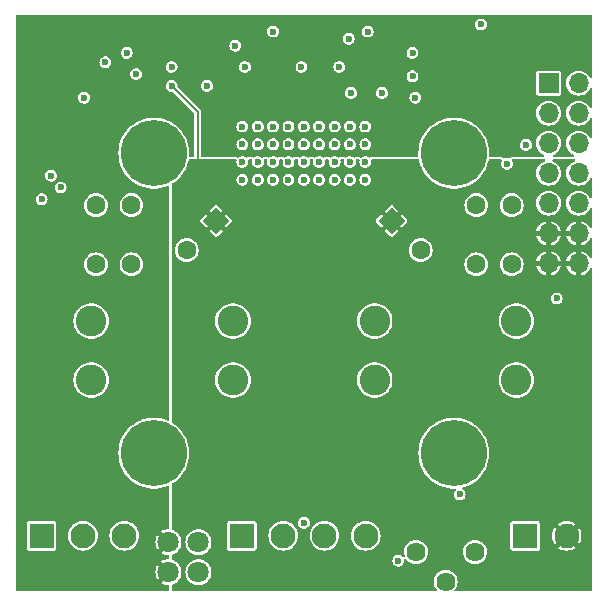
<source format=gbr>
%TF.GenerationSoftware,KiCad,Pcbnew,8.0.8*%
%TF.CreationDate,2025-03-08T19:37:29+01:00*%
%TF.ProjectId,01-2x30w_audio_amp,30312d32-7833-4307-975f-617564696f5f,rev?*%
%TF.SameCoordinates,Original*%
%TF.FileFunction,Copper,L3,Inr*%
%TF.FilePolarity,Positive*%
%FSLAX46Y46*%
G04 Gerber Fmt 4.6, Leading zero omitted, Abs format (unit mm)*
G04 Created by KiCad (PCBNEW 8.0.8) date 2025-03-08 19:37:29*
%MOMM*%
%LPD*%
G01*
G04 APERTURE LIST*
G04 Aperture macros list*
%AMRotRect*
0 Rectangle, with rotation*
0 The origin of the aperture is its center*
0 $1 length*
0 $2 width*
0 $3 Rotation angle, in degrees counterclockwise*
0 Add horizontal line*
21,1,$1,$2,0,0,$3*%
G04 Aperture macros list end*
%TA.AperFunction,ComponentPad*%
%ADD10C,5.600000*%
%TD*%
%TA.AperFunction,ComponentPad*%
%ADD11R,1.700000X1.700000*%
%TD*%
%TA.AperFunction,ComponentPad*%
%ADD12O,1.700000X1.700000*%
%TD*%
%TA.AperFunction,ComponentPad*%
%ADD13C,1.800000*%
%TD*%
%TA.AperFunction,ComponentPad*%
%ADD14C,2.600000*%
%TD*%
%TA.AperFunction,ComponentPad*%
%ADD15C,1.600000*%
%TD*%
%TA.AperFunction,ComponentPad*%
%ADD16RotRect,1.600000X1.600000X225.000000*%
%TD*%
%TA.AperFunction,ComponentPad*%
%ADD17C,1.620000*%
%TD*%
%TA.AperFunction,ComponentPad*%
%ADD18R,2.100000X2.100000*%
%TD*%
%TA.AperFunction,ComponentPad*%
%ADD19C,2.100000*%
%TD*%
%TA.AperFunction,ComponentPad*%
%ADD20RotRect,1.600000X1.600000X315.000000*%
%TD*%
%TA.AperFunction,ComponentPad*%
%ADD21C,0.600000*%
%TD*%
%TA.AperFunction,ViaPad*%
%ADD22C,0.600000*%
%TD*%
%TA.AperFunction,Conductor*%
%ADD23C,0.200000*%
%TD*%
G04 APERTURE END LIST*
D10*
%TO.N,GND*%
%TO.C,H4*%
X203200000Y-127000000D03*
%TD*%
D11*
%TO.N,/INR*%
%TO.C,J3*%
X211225000Y-95675000D03*
D12*
%TO.N,/ING*%
X213765000Y-95675000D03*
%TO.N,/SUM*%
X211225000Y-98215000D03*
%TO.N,/INL*%
X213765000Y-98215000D03*
%TO.N,/SYNC*%
X211225000Y-100755000D03*
%TO.N,/MUTE*%
X213765000Y-100755000D03*
%TO.N,GND*%
X211225000Y-103295000D03*
X213765000Y-103295000D03*
X211225000Y-105835000D03*
X213765000Y-105835000D03*
%TO.N,+24V*%
X211225000Y-108375000D03*
X213765000Y-108375000D03*
X211225000Y-110915000D03*
X213765000Y-110915000D03*
%TD*%
D13*
%TO.N,+12V*%
%TO.C,D4*%
X179030000Y-134530000D03*
%TO.N,Net-(D4-A1)*%
X181570000Y-134530000D03*
%TO.N,+12V*%
X179030000Y-137070000D03*
%TO.N,Net-(D4-A2)*%
X181570000Y-137070000D03*
%TD*%
D14*
%TO.N,Net-(JP3-B)*%
%TO.C,L3*%
X196500000Y-115800000D03*
%TO.N,/L+*%
X196500000Y-120800000D03*
%TD*%
%TO.N,/R+*%
%TO.C,L1*%
X172500000Y-120800000D03*
%TO.N,Net-(JP2-B)*%
X172500000Y-115800000D03*
%TD*%
D15*
%TO.N,/R-*%
%TO.C,C30*%
X175900000Y-111000000D03*
%TO.N,GND*%
X175900000Y-106000000D03*
%TD*%
D16*
%TO.N,+24V*%
%TO.C,C27*%
X183068601Y-107331399D03*
D15*
%TO.N,GND*%
X180593727Y-109806273D03*
%TD*%
%TO.N,GND*%
%TO.C,C29*%
X172900000Y-106000000D03*
%TO.N,/R+*%
X172900000Y-111000000D03*
%TD*%
%TO.N,GND*%
%TO.C,C32*%
X208100000Y-106000000D03*
%TO.N,/L-*%
X208100000Y-111000000D03*
%TD*%
D17*
%TO.N,Net-(U3-+)*%
%TO.C,RV1*%
X205000000Y-135375000D03*
X202500000Y-137875000D03*
%TO.N,Net-(R18-Pad2)*%
X200000000Y-135375000D03*
%TD*%
D18*
%TO.N,/R+*%
%TO.C,J4*%
X185247500Y-134000000D03*
D19*
%TO.N,/R-*%
X188747500Y-134000000D03*
%TO.N,/L+*%
X192247499Y-134000000D03*
%TO.N,/L-*%
X195747500Y-134000000D03*
%TD*%
D10*
%TO.N,GND*%
%TO.C,H3*%
X203200000Y-101600000D03*
%TD*%
%TO.N,GND*%
%TO.C,H1*%
X177800000Y-101600000D03*
%TD*%
D15*
%TO.N,/L+*%
%TO.C,C31*%
X205100000Y-111000000D03*
%TO.N,GND*%
X205100000Y-106000000D03*
%TD*%
D20*
%TO.N,+24V*%
%TO.C,C28*%
X197931399Y-107331399D03*
D15*
%TO.N,GND*%
X200406273Y-109806273D03*
%TD*%
D14*
%TO.N,Net-(JP3-A)*%
%TO.C,L4*%
X208500000Y-115800000D03*
%TO.N,/L-*%
X208500000Y-120800000D03*
%TD*%
%TO.N,/R-*%
%TO.C,L2*%
X184500000Y-120800000D03*
%TO.N,Net-(JP2-A)*%
X184500000Y-115800000D03*
%TD*%
D18*
%TO.N,GND*%
%TO.C,J1*%
X209247500Y-134000000D03*
D19*
%TO.N,+24V*%
X212747500Y-134000000D03*
%TD*%
D18*
%TO.N,/ING*%
%TO.C,J2*%
X168297500Y-134000000D03*
D19*
%TO.N,/INL*%
X171797500Y-134000000D03*
%TO.N,/INR*%
X175297500Y-134000000D03*
%TD*%
D21*
%TO.N,GND*%
%TO.C,U4*%
X195700000Y-99350000D03*
X194400000Y-99350000D03*
X193100000Y-99350000D03*
X191800000Y-99350000D03*
X190500000Y-99350000D03*
X189200000Y-99350000D03*
X187900000Y-99350000D03*
X186600000Y-99350000D03*
X185300000Y-99350000D03*
X194400000Y-100849999D03*
X186600000Y-100849999D03*
X195700000Y-100850000D03*
X193100001Y-100850000D03*
X191800000Y-100850000D03*
X190500000Y-100850000D03*
X189200000Y-100850000D03*
X187899999Y-100850000D03*
X185300000Y-100850000D03*
X195700000Y-102350000D03*
X193100001Y-102350000D03*
X191800000Y-102350000D03*
X190500000Y-102350000D03*
X189200000Y-102350000D03*
X187899999Y-102350000D03*
X185300000Y-102350000D03*
X194400000Y-102350001D03*
X186600000Y-102350001D03*
X195700000Y-103850000D03*
X194400000Y-103850000D03*
X193100000Y-103850000D03*
X191800000Y-103850000D03*
X190500000Y-103850000D03*
X189200000Y-103850000D03*
X187900000Y-103850000D03*
X186600000Y-103850000D03*
X185300000Y-103850000D03*
%TD*%
D10*
%TO.N,GND*%
%TO.C,H2*%
X177800000Y-127000000D03*
%TD*%
D22*
%TO.N,/MUTE*%
X198500000Y-136100000D03*
%TO.N,/PEAK*%
X203700000Y-130500000D03*
%TO.N,GND*%
X190500000Y-132900000D03*
%TO.N,+24V*%
X179300000Y-95900000D03*
X179700000Y-130300000D03*
X179700000Y-131900000D03*
X179700000Y-131100000D03*
%TO.N,+12V*%
X170500000Y-128100000D03*
X171100000Y-127500000D03*
X171700000Y-128100000D03*
X172300000Y-127500000D03*
%TO.N,/ING*%
X168297500Y-105500000D03*
%TO.N,/INR*%
X169900000Y-104500000D03*
%TO.N,/INL*%
X169100000Y-103500000D03*
%TO.N,GND*%
X209300000Y-100900000D03*
X199700000Y-95100000D03*
X205500000Y-90700000D03*
%TO.N,+12V*%
X200900000Y-90700000D03*
%TO.N,/PEAK*%
X211900000Y-113900000D03*
%TO.N,/SYNC*%
X197100000Y-96500000D03*
%TO.N,/MUTE*%
X194500000Y-96500000D03*
%TO.N,/SUM*%
X199700000Y-93100000D03*
%TO.N,GND*%
X207700000Y-102500000D03*
%TO.N,+12V*%
X201700000Y-96100000D03*
%TO.N,GND*%
X190300000Y-94300000D03*
%TO.N,/INL*%
X194300000Y-91900000D03*
%TO.N,/ING*%
X187900000Y-91300000D03*
X195900000Y-91300000D03*
%TO.N,/INR*%
X184700000Y-92500000D03*
%TO.N,GND*%
X185500000Y-94300000D03*
X179300000Y-94300000D03*
X182300000Y-95900000D03*
%TO.N,/SUM*%
X175500000Y-93100000D03*
%TO.N,GND*%
X193500000Y-94300000D03*
%TO.N,+12V*%
X174700000Y-94900000D03*
%TO.N,GND*%
X176300000Y-94900000D03*
X173700000Y-93900000D03*
%TO.N,+12V*%
X170762500Y-94700000D03*
%TO.N,GND*%
X171900000Y-96900000D03*
X199950000Y-96900000D03*
%TD*%
D23*
%TO.N,+24V*%
X179300000Y-95900000D02*
X181500000Y-98100000D01*
X181500000Y-98100000D02*
X181500000Y-105762798D01*
X181500000Y-105762798D02*
X183068601Y-107331399D01*
%TD*%
%TA.AperFunction,Conductor*%
%TO.N,+24V*%
G36*
X184773086Y-102126907D02*
G01*
X184809050Y-102176407D01*
X184812887Y-102221089D01*
X184794353Y-102349997D01*
X184794353Y-102350002D01*
X184814834Y-102492456D01*
X184874622Y-102623371D01*
X184874623Y-102623373D01*
X184948426Y-102708547D01*
X184968873Y-102732144D01*
X184968875Y-102732145D01*
X185089947Y-102809953D01*
X185193825Y-102840454D01*
X185228035Y-102850499D01*
X185228036Y-102850499D01*
X185228039Y-102850500D01*
X185228041Y-102850500D01*
X185371959Y-102850500D01*
X185371961Y-102850500D01*
X185510053Y-102809953D01*
X185631128Y-102732143D01*
X185725377Y-102623373D01*
X185785165Y-102492457D01*
X185795969Y-102417315D01*
X185805647Y-102350002D01*
X185805647Y-102349997D01*
X185787113Y-102221089D01*
X185797546Y-102160800D01*
X185841424Y-102118157D01*
X185885105Y-102108000D01*
X186014895Y-102108000D01*
X186073086Y-102126907D01*
X186109050Y-102176407D01*
X186112887Y-102221089D01*
X186094353Y-102349998D01*
X186094353Y-102350003D01*
X186114834Y-102492457D01*
X186140470Y-102548590D01*
X186174623Y-102623374D01*
X186248428Y-102708550D01*
X186268873Y-102732145D01*
X186389942Y-102809951D01*
X186389947Y-102809954D01*
X186493822Y-102840454D01*
X186528035Y-102850500D01*
X186528036Y-102850500D01*
X186528039Y-102850501D01*
X186528041Y-102850501D01*
X186671959Y-102850501D01*
X186671961Y-102850501D01*
X186810053Y-102809954D01*
X186931128Y-102732144D01*
X187025377Y-102623374D01*
X187085165Y-102492458D01*
X187105647Y-102350001D01*
X187105647Y-102349998D01*
X187087113Y-102221089D01*
X187097546Y-102160800D01*
X187141424Y-102118157D01*
X187185105Y-102108000D01*
X187314894Y-102108000D01*
X187373085Y-102126907D01*
X187409049Y-102176407D01*
X187412886Y-102221089D01*
X187394352Y-102349997D01*
X187394352Y-102350002D01*
X187414833Y-102492456D01*
X187474621Y-102623371D01*
X187474622Y-102623373D01*
X187548425Y-102708547D01*
X187568872Y-102732144D01*
X187568874Y-102732145D01*
X187689946Y-102809953D01*
X187793824Y-102840454D01*
X187828034Y-102850499D01*
X187828035Y-102850499D01*
X187828038Y-102850500D01*
X187828040Y-102850500D01*
X187971958Y-102850500D01*
X187971960Y-102850500D01*
X188110052Y-102809953D01*
X188231127Y-102732143D01*
X188325376Y-102623373D01*
X188385164Y-102492457D01*
X188395968Y-102417315D01*
X188405646Y-102350002D01*
X188405646Y-102349997D01*
X188387112Y-102221089D01*
X188397545Y-102160800D01*
X188441423Y-102118157D01*
X188485104Y-102108000D01*
X188614895Y-102108000D01*
X188673086Y-102126907D01*
X188709050Y-102176407D01*
X188712887Y-102221089D01*
X188694353Y-102349997D01*
X188694353Y-102350002D01*
X188714834Y-102492456D01*
X188774622Y-102623371D01*
X188774623Y-102623373D01*
X188848426Y-102708547D01*
X188868873Y-102732144D01*
X188868875Y-102732145D01*
X188989947Y-102809953D01*
X189093825Y-102840454D01*
X189128035Y-102850499D01*
X189128036Y-102850499D01*
X189128039Y-102850500D01*
X189128041Y-102850500D01*
X189271959Y-102850500D01*
X189271961Y-102850500D01*
X189410053Y-102809953D01*
X189531128Y-102732143D01*
X189625377Y-102623373D01*
X189685165Y-102492457D01*
X189695969Y-102417315D01*
X189705647Y-102350002D01*
X189705647Y-102349997D01*
X189687113Y-102221089D01*
X189697546Y-102160800D01*
X189741424Y-102118157D01*
X189785105Y-102108000D01*
X189914895Y-102108000D01*
X189973086Y-102126907D01*
X190009050Y-102176407D01*
X190012887Y-102221089D01*
X189994353Y-102349997D01*
X189994353Y-102350002D01*
X190014834Y-102492456D01*
X190074622Y-102623371D01*
X190074623Y-102623373D01*
X190148426Y-102708547D01*
X190168873Y-102732144D01*
X190168875Y-102732145D01*
X190289947Y-102809953D01*
X190393825Y-102840454D01*
X190428035Y-102850499D01*
X190428036Y-102850499D01*
X190428039Y-102850500D01*
X190428041Y-102850500D01*
X190571959Y-102850500D01*
X190571961Y-102850500D01*
X190710053Y-102809953D01*
X190831128Y-102732143D01*
X190925377Y-102623373D01*
X190985165Y-102492457D01*
X190995969Y-102417315D01*
X191005647Y-102350002D01*
X191005647Y-102349997D01*
X190987113Y-102221089D01*
X190997546Y-102160800D01*
X191041424Y-102118157D01*
X191085105Y-102108000D01*
X191214895Y-102108000D01*
X191273086Y-102126907D01*
X191309050Y-102176407D01*
X191312887Y-102221089D01*
X191294353Y-102349997D01*
X191294353Y-102350002D01*
X191314834Y-102492456D01*
X191374622Y-102623371D01*
X191374623Y-102623373D01*
X191448426Y-102708547D01*
X191468873Y-102732144D01*
X191468875Y-102732145D01*
X191589947Y-102809953D01*
X191693825Y-102840454D01*
X191728035Y-102850499D01*
X191728036Y-102850499D01*
X191728039Y-102850500D01*
X191728041Y-102850500D01*
X191871959Y-102850500D01*
X191871961Y-102850500D01*
X192010053Y-102809953D01*
X192131128Y-102732143D01*
X192225377Y-102623373D01*
X192285165Y-102492457D01*
X192295969Y-102417315D01*
X192305647Y-102350002D01*
X192305647Y-102349997D01*
X192287113Y-102221089D01*
X192297546Y-102160800D01*
X192341424Y-102118157D01*
X192385105Y-102108000D01*
X192514896Y-102108000D01*
X192573087Y-102126907D01*
X192609051Y-102176407D01*
X192612888Y-102221089D01*
X192594354Y-102349997D01*
X192594354Y-102350002D01*
X192614835Y-102492456D01*
X192674623Y-102623371D01*
X192674624Y-102623373D01*
X192748427Y-102708547D01*
X192768874Y-102732144D01*
X192768876Y-102732145D01*
X192889948Y-102809953D01*
X192993826Y-102840454D01*
X193028036Y-102850499D01*
X193028037Y-102850499D01*
X193028040Y-102850500D01*
X193028042Y-102850500D01*
X193171960Y-102850500D01*
X193171962Y-102850500D01*
X193310054Y-102809953D01*
X193431129Y-102732143D01*
X193525378Y-102623373D01*
X193585166Y-102492457D01*
X193595970Y-102417315D01*
X193605648Y-102350002D01*
X193605648Y-102349997D01*
X193587114Y-102221089D01*
X193597547Y-102160800D01*
X193641425Y-102118157D01*
X193685106Y-102108000D01*
X193814895Y-102108000D01*
X193873086Y-102126907D01*
X193909050Y-102176407D01*
X193912887Y-102221089D01*
X193894353Y-102349998D01*
X193894353Y-102350003D01*
X193914834Y-102492457D01*
X193940470Y-102548590D01*
X193974623Y-102623374D01*
X194048428Y-102708550D01*
X194068873Y-102732145D01*
X194189942Y-102809951D01*
X194189947Y-102809954D01*
X194293822Y-102840454D01*
X194328035Y-102850500D01*
X194328036Y-102850500D01*
X194328039Y-102850501D01*
X194328041Y-102850501D01*
X194471959Y-102850501D01*
X194471961Y-102850501D01*
X194610053Y-102809954D01*
X194731128Y-102732144D01*
X194825377Y-102623374D01*
X194885165Y-102492458D01*
X194905647Y-102350001D01*
X194905647Y-102349998D01*
X194887113Y-102221089D01*
X194897546Y-102160800D01*
X194941424Y-102118157D01*
X194985105Y-102108000D01*
X195114895Y-102108000D01*
X195173086Y-102126907D01*
X195209050Y-102176407D01*
X195212887Y-102221089D01*
X195194353Y-102349997D01*
X195194353Y-102350002D01*
X195214834Y-102492456D01*
X195274622Y-102623371D01*
X195274623Y-102623373D01*
X195348426Y-102708547D01*
X195368873Y-102732144D01*
X195368875Y-102732145D01*
X195489947Y-102809953D01*
X195593825Y-102840454D01*
X195628035Y-102850499D01*
X195628036Y-102850499D01*
X195628039Y-102850500D01*
X195628041Y-102850500D01*
X195771959Y-102850500D01*
X195771961Y-102850500D01*
X195910053Y-102809953D01*
X196031128Y-102732143D01*
X196125377Y-102623373D01*
X196185165Y-102492457D01*
X196195969Y-102417315D01*
X196205647Y-102350002D01*
X196205647Y-102349997D01*
X196187113Y-102221089D01*
X196197546Y-102160800D01*
X196241424Y-102118157D01*
X196285105Y-102108000D01*
X200159716Y-102108000D01*
X200217907Y-102126907D01*
X200253871Y-102176407D01*
X200257212Y-102189809D01*
X200275430Y-102293133D01*
X200275430Y-102293134D01*
X200375672Y-102627965D01*
X200375674Y-102627972D01*
X200487814Y-102887940D01*
X200514111Y-102948904D01*
X200688870Y-103251596D01*
X200897588Y-103531953D01*
X200897591Y-103531956D01*
X201137443Y-103786184D01*
X201180524Y-103822333D01*
X201405189Y-104010849D01*
X201451655Y-104041410D01*
X201651247Y-104172685D01*
X201697207Y-104202913D01*
X202009549Y-104359777D01*
X202337989Y-104479319D01*
X202337992Y-104479319D01*
X202337993Y-104479320D01*
X202678075Y-104559921D01*
X202678080Y-104559921D01*
X202678086Y-104559923D01*
X203025241Y-104600500D01*
X203025244Y-104600500D01*
X203374756Y-104600500D01*
X203374759Y-104600500D01*
X203721914Y-104559923D01*
X203721920Y-104559921D01*
X203721924Y-104559921D01*
X203948645Y-104506187D01*
X204062011Y-104479319D01*
X204390451Y-104359777D01*
X204702793Y-104202913D01*
X204994811Y-104010849D01*
X205262558Y-103786183D01*
X205502412Y-103531953D01*
X205711130Y-103251596D01*
X205885889Y-102948904D01*
X206024326Y-102627971D01*
X206124569Y-102293136D01*
X206142788Y-102189808D01*
X206171512Y-102135786D01*
X206226505Y-102108964D01*
X206240284Y-102108000D01*
X207174751Y-102108000D01*
X207232942Y-102126907D01*
X207268906Y-102176407D01*
X207268906Y-102237593D01*
X207264804Y-102248127D01*
X207214834Y-102357543D01*
X207194353Y-102499997D01*
X207194353Y-102500002D01*
X207214834Y-102642456D01*
X207274622Y-102773371D01*
X207274623Y-102773373D01*
X207368872Y-102882143D01*
X207368873Y-102882144D01*
X207382725Y-102891046D01*
X207489947Y-102959953D01*
X207596403Y-102991211D01*
X207628035Y-103000499D01*
X207628036Y-103000499D01*
X207628039Y-103000500D01*
X207628041Y-103000500D01*
X207771959Y-103000500D01*
X207771961Y-103000500D01*
X207910053Y-102959953D01*
X208031128Y-102882143D01*
X208125377Y-102773373D01*
X208185165Y-102642457D01*
X208205647Y-102500000D01*
X208204562Y-102492457D01*
X208185165Y-102357543D01*
X208135196Y-102248127D01*
X208128221Y-102187340D01*
X208158307Y-102134063D01*
X208213963Y-102108645D01*
X208225249Y-102108000D01*
X210851749Y-102108000D01*
X210909940Y-102126907D01*
X210945904Y-102176407D01*
X210945904Y-102237593D01*
X210909940Y-102287093D01*
X210880487Y-102301737D01*
X210821045Y-102319768D01*
X210638547Y-102417316D01*
X210478595Y-102548585D01*
X210478585Y-102548595D01*
X210347316Y-102708547D01*
X210249768Y-102891045D01*
X210189699Y-103089065D01*
X210189698Y-103089070D01*
X210169417Y-103294996D01*
X210169417Y-103295003D01*
X210189698Y-103500929D01*
X210189699Y-103500934D01*
X210249768Y-103698954D01*
X210347316Y-103881452D01*
X210453509Y-104010849D01*
X210478590Y-104041410D01*
X210478595Y-104041414D01*
X210638547Y-104172683D01*
X210638548Y-104172683D01*
X210638550Y-104172685D01*
X210821046Y-104270232D01*
X210951980Y-104309950D01*
X211019065Y-104330300D01*
X211019070Y-104330301D01*
X211224997Y-104350583D01*
X211225000Y-104350583D01*
X211225003Y-104350583D01*
X211430929Y-104330301D01*
X211430934Y-104330300D01*
X211628954Y-104270232D01*
X211811450Y-104172685D01*
X211971410Y-104041410D01*
X212102685Y-103881450D01*
X212200232Y-103698954D01*
X212260300Y-103500934D01*
X212260301Y-103500929D01*
X212280583Y-103295003D01*
X212280583Y-103294996D01*
X212260301Y-103089070D01*
X212260300Y-103089065D01*
X212221134Y-102959953D01*
X212200232Y-102891046D01*
X212102685Y-102708550D01*
X212048443Y-102642456D01*
X211971414Y-102548595D01*
X211971410Y-102548590D01*
X211903013Y-102492458D01*
X211811452Y-102417316D01*
X211628954Y-102319768D01*
X211569513Y-102301737D01*
X211519316Y-102266752D01*
X211499270Y-102208944D01*
X211517031Y-102150393D01*
X211565816Y-102113464D01*
X211598251Y-102108000D01*
X213391749Y-102108000D01*
X213449940Y-102126907D01*
X213485904Y-102176407D01*
X213485904Y-102237593D01*
X213449940Y-102287093D01*
X213420487Y-102301737D01*
X213361045Y-102319768D01*
X213178547Y-102417316D01*
X213018595Y-102548585D01*
X213018585Y-102548595D01*
X212887316Y-102708547D01*
X212789768Y-102891045D01*
X212729699Y-103089065D01*
X212729698Y-103089070D01*
X212709417Y-103294996D01*
X212709417Y-103295003D01*
X212729698Y-103500929D01*
X212729699Y-103500934D01*
X212789768Y-103698954D01*
X212887316Y-103881452D01*
X212993509Y-104010849D01*
X213018590Y-104041410D01*
X213018595Y-104041414D01*
X213178547Y-104172683D01*
X213178548Y-104172683D01*
X213178550Y-104172685D01*
X213361046Y-104270232D01*
X213491980Y-104309950D01*
X213559065Y-104330300D01*
X213559070Y-104330301D01*
X213764997Y-104350583D01*
X213765000Y-104350583D01*
X213765003Y-104350583D01*
X213970929Y-104330301D01*
X213970934Y-104330300D01*
X214168954Y-104270232D01*
X214351450Y-104172685D01*
X214511410Y-104041410D01*
X214642685Y-103881450D01*
X214713190Y-103749544D01*
X214757296Y-103707139D01*
X214817904Y-103698756D01*
X214871865Y-103727599D01*
X214898566Y-103782650D01*
X214899500Y-103796214D01*
X214899500Y-105333785D01*
X214880593Y-105391976D01*
X214831093Y-105427940D01*
X214769907Y-105427940D01*
X214720407Y-105391976D01*
X214713190Y-105380454D01*
X214664371Y-105289121D01*
X214642685Y-105248550D01*
X214573373Y-105164093D01*
X214511414Y-105088595D01*
X214511410Y-105088590D01*
X214511404Y-105088585D01*
X214351452Y-104957316D01*
X214168954Y-104859768D01*
X213970934Y-104799699D01*
X213970929Y-104799698D01*
X213765003Y-104779417D01*
X213764997Y-104779417D01*
X213559070Y-104799698D01*
X213559065Y-104799699D01*
X213361045Y-104859768D01*
X213178547Y-104957316D01*
X213018595Y-105088585D01*
X213018585Y-105088595D01*
X212887316Y-105248547D01*
X212789768Y-105431045D01*
X212729699Y-105629065D01*
X212729698Y-105629070D01*
X212709417Y-105834996D01*
X212709417Y-105835003D01*
X212729698Y-106040929D01*
X212729699Y-106040934D01*
X212789768Y-106238954D01*
X212887316Y-106421452D01*
X212999823Y-106558542D01*
X213018590Y-106581410D01*
X213018595Y-106581414D01*
X213178547Y-106712683D01*
X213178548Y-106712683D01*
X213178550Y-106712685D01*
X213361046Y-106810232D01*
X213498997Y-106852078D01*
X213559065Y-106870300D01*
X213559070Y-106870301D01*
X213764997Y-106890583D01*
X213765000Y-106890583D01*
X213765003Y-106890583D01*
X213970929Y-106870301D01*
X213970934Y-106870300D01*
X214168954Y-106810232D01*
X214351450Y-106712685D01*
X214511410Y-106581410D01*
X214642685Y-106421450D01*
X214713190Y-106289544D01*
X214757296Y-106247139D01*
X214817904Y-106238756D01*
X214871865Y-106267599D01*
X214898566Y-106322650D01*
X214899500Y-106336214D01*
X214899500Y-107874844D01*
X214880593Y-107933035D01*
X214831093Y-107968999D01*
X214769907Y-107968999D01*
X214720407Y-107933035D01*
X214713190Y-107921512D01*
X214642275Y-107788839D01*
X214642268Y-107788829D01*
X214511059Y-107628949D01*
X214511050Y-107628940D01*
X214351170Y-107497731D01*
X214351160Y-107497724D01*
X214168767Y-107400234D01*
X214168762Y-107400232D01*
X213970844Y-107340194D01*
X213970834Y-107340192D01*
X213965000Y-107339617D01*
X213965000Y-107913120D01*
X213957993Y-107909075D01*
X213830826Y-107875000D01*
X213699174Y-107875000D01*
X213572007Y-107909075D01*
X213565000Y-107913120D01*
X213565000Y-107339617D01*
X213559165Y-107340192D01*
X213559155Y-107340194D01*
X213361237Y-107400232D01*
X213361232Y-107400234D01*
X213178839Y-107497724D01*
X213178829Y-107497731D01*
X213018949Y-107628940D01*
X213018940Y-107628949D01*
X212887731Y-107788829D01*
X212887724Y-107788839D01*
X212790234Y-107971232D01*
X212790232Y-107971237D01*
X212730194Y-108169155D01*
X212730192Y-108169165D01*
X212729617Y-108175000D01*
X213303120Y-108175000D01*
X213299075Y-108182007D01*
X213265000Y-108309174D01*
X213265000Y-108440826D01*
X213299075Y-108567993D01*
X213303120Y-108575000D01*
X212729617Y-108575000D01*
X212730192Y-108580834D01*
X212730194Y-108580844D01*
X212790232Y-108778762D01*
X212790234Y-108778767D01*
X212887724Y-108961160D01*
X212887731Y-108961170D01*
X213018940Y-109121050D01*
X213018949Y-109121059D01*
X213178829Y-109252268D01*
X213178839Y-109252275D01*
X213361232Y-109349765D01*
X213361237Y-109349767D01*
X213559158Y-109409806D01*
X213559160Y-109409807D01*
X213565000Y-109410381D01*
X213565000Y-108836879D01*
X213572007Y-108840925D01*
X213699174Y-108875000D01*
X213830826Y-108875000D01*
X213957993Y-108840925D01*
X213965000Y-108836879D01*
X213965000Y-109410381D01*
X213970839Y-109409807D01*
X213970841Y-109409806D01*
X214168762Y-109349767D01*
X214168767Y-109349765D01*
X214351160Y-109252275D01*
X214351170Y-109252268D01*
X214511050Y-109121059D01*
X214511059Y-109121050D01*
X214642268Y-108961170D01*
X214642275Y-108961160D01*
X214713190Y-108828487D01*
X214757295Y-108786080D01*
X214817903Y-108777697D01*
X214871864Y-108806539D01*
X214898566Y-108861590D01*
X214899500Y-108875155D01*
X214899500Y-110414844D01*
X214880593Y-110473035D01*
X214831093Y-110508999D01*
X214769907Y-110508999D01*
X214720407Y-110473035D01*
X214713190Y-110461512D01*
X214642275Y-110328839D01*
X214642268Y-110328829D01*
X214511059Y-110168949D01*
X214511050Y-110168940D01*
X214351170Y-110037731D01*
X214351160Y-110037724D01*
X214168767Y-109940234D01*
X214168762Y-109940232D01*
X213970844Y-109880194D01*
X213970834Y-109880192D01*
X213965000Y-109879617D01*
X213965000Y-110453120D01*
X213957993Y-110449075D01*
X213830826Y-110415000D01*
X213699174Y-110415000D01*
X213572007Y-110449075D01*
X213565000Y-110453120D01*
X213565000Y-109879617D01*
X213559165Y-109880192D01*
X213559155Y-109880194D01*
X213361237Y-109940232D01*
X213361232Y-109940234D01*
X213178839Y-110037724D01*
X213178829Y-110037731D01*
X213018949Y-110168940D01*
X213018940Y-110168949D01*
X212887731Y-110328829D01*
X212887724Y-110328839D01*
X212790234Y-110511232D01*
X212790232Y-110511237D01*
X212730194Y-110709155D01*
X212730192Y-110709165D01*
X212729617Y-110715000D01*
X213303120Y-110715000D01*
X213299075Y-110722007D01*
X213265000Y-110849174D01*
X213265000Y-110980826D01*
X213299075Y-111107993D01*
X213303120Y-111115000D01*
X212729617Y-111115000D01*
X212730192Y-111120834D01*
X212730194Y-111120844D01*
X212790232Y-111318762D01*
X212790234Y-111318767D01*
X212887724Y-111501160D01*
X212887731Y-111501170D01*
X213018940Y-111661050D01*
X213018949Y-111661059D01*
X213178829Y-111792268D01*
X213178839Y-111792275D01*
X213361232Y-111889765D01*
X213361237Y-111889767D01*
X213559158Y-111949806D01*
X213559160Y-111949807D01*
X213565000Y-111950381D01*
X213565000Y-111376879D01*
X213572007Y-111380925D01*
X213699174Y-111415000D01*
X213830826Y-111415000D01*
X213957993Y-111380925D01*
X213965000Y-111376879D01*
X213965000Y-111950381D01*
X213970839Y-111949807D01*
X213970841Y-111949806D01*
X214168762Y-111889767D01*
X214168767Y-111889765D01*
X214351160Y-111792275D01*
X214351170Y-111792268D01*
X214511050Y-111661059D01*
X214511059Y-111661050D01*
X214642268Y-111501170D01*
X214642275Y-111501160D01*
X214713190Y-111368487D01*
X214757295Y-111326080D01*
X214817903Y-111317697D01*
X214871864Y-111346539D01*
X214898566Y-111401590D01*
X214899500Y-111415155D01*
X214899500Y-138600500D01*
X214880593Y-138658691D01*
X214831093Y-138694655D01*
X214800500Y-138699500D01*
X203339895Y-138699500D01*
X203281704Y-138680593D01*
X203245740Y-138631093D01*
X203245740Y-138569907D01*
X203263367Y-138537695D01*
X203308857Y-138482263D01*
X203344265Y-138439120D01*
X203438097Y-138263573D01*
X203495879Y-138073093D01*
X203507808Y-137951981D01*
X203515389Y-137875003D01*
X203515389Y-137874996D01*
X203495880Y-137676912D01*
X203495879Y-137676906D01*
X203480277Y-137625475D01*
X203438097Y-137486427D01*
X203344265Y-137310880D01*
X203313245Y-137273082D01*
X203217992Y-137157016D01*
X203217983Y-137157007D01*
X203064124Y-137030738D01*
X203064122Y-137030737D01*
X203064120Y-137030735D01*
X202988885Y-136990521D01*
X202888581Y-136936907D01*
X202888578Y-136936906D01*
X202888573Y-136936903D01*
X202867636Y-136930551D01*
X202698093Y-136879120D01*
X202698087Y-136879119D01*
X202500003Y-136859611D01*
X202499997Y-136859611D01*
X202301912Y-136879119D01*
X202301906Y-136879120D01*
X202111433Y-136936901D01*
X202111431Y-136936901D01*
X202111427Y-136936903D01*
X202111424Y-136936904D01*
X202111418Y-136936907D01*
X201935885Y-137030732D01*
X201935875Y-137030738D01*
X201782016Y-137157007D01*
X201782007Y-137157016D01*
X201655738Y-137310875D01*
X201655732Y-137310885D01*
X201561907Y-137486418D01*
X201561901Y-137486433D01*
X201504120Y-137676906D01*
X201504119Y-137676912D01*
X201484611Y-137874996D01*
X201484611Y-137875003D01*
X201504119Y-138073087D01*
X201504120Y-138073093D01*
X201533669Y-138170500D01*
X201561903Y-138263573D01*
X201655735Y-138439120D01*
X201655737Y-138439122D01*
X201655738Y-138439124D01*
X201736633Y-138537695D01*
X201758933Y-138594672D01*
X201743484Y-138653875D01*
X201696187Y-138692690D01*
X201660105Y-138699500D01*
X179423000Y-138699500D01*
X179364809Y-138680593D01*
X179328845Y-138631093D01*
X179324000Y-138600500D01*
X179324000Y-138204116D01*
X179342907Y-138145925D01*
X179387234Y-138111802D01*
X179522637Y-138059348D01*
X179696041Y-137951981D01*
X179846764Y-137814579D01*
X179969673Y-137651821D01*
X180060582Y-137469250D01*
X180116397Y-137273083D01*
X180135215Y-137070000D01*
X180464785Y-137070000D01*
X180483603Y-137273083D01*
X180539418Y-137469250D01*
X180630327Y-137651821D01*
X180753236Y-137814579D01*
X180903959Y-137951981D01*
X181077363Y-138059348D01*
X181267544Y-138133024D01*
X181468024Y-138170500D01*
X181671976Y-138170500D01*
X181872456Y-138133024D01*
X182062637Y-138059348D01*
X182236041Y-137951981D01*
X182386764Y-137814579D01*
X182509673Y-137651821D01*
X182600582Y-137469250D01*
X182656397Y-137273083D01*
X182675215Y-137070000D01*
X182656397Y-136866917D01*
X182600582Y-136670750D01*
X182509673Y-136488179D01*
X182386764Y-136325421D01*
X182236041Y-136188019D01*
X182093880Y-136099997D01*
X197994353Y-136099997D01*
X197994353Y-136100002D01*
X198014834Y-136242456D01*
X198047096Y-136313098D01*
X198074623Y-136373373D01*
X198168872Y-136482143D01*
X198168873Y-136482144D01*
X198178261Y-136488177D01*
X198289947Y-136559953D01*
X198396403Y-136591211D01*
X198428035Y-136600499D01*
X198428036Y-136600499D01*
X198428039Y-136600500D01*
X198428041Y-136600500D01*
X198571959Y-136600500D01*
X198571961Y-136600500D01*
X198710053Y-136559953D01*
X198831128Y-136482143D01*
X198925377Y-136373373D01*
X198985165Y-136242457D01*
X199005647Y-136100000D01*
X199005647Y-136099997D01*
X198996197Y-136034269D01*
X199006630Y-135973980D01*
X199050508Y-135931337D01*
X199111071Y-135922630D01*
X199165185Y-135951183D01*
X199170711Y-135957369D01*
X199184344Y-135973980D01*
X199282007Y-136092983D01*
X199282016Y-136092992D01*
X199397807Y-136188019D01*
X199435880Y-136219265D01*
X199611427Y-136313097D01*
X199750475Y-136355277D01*
X199801906Y-136370879D01*
X199801912Y-136370880D01*
X199999997Y-136390389D01*
X200000000Y-136390389D01*
X200000003Y-136390389D01*
X200198087Y-136370880D01*
X200198093Y-136370879D01*
X200388573Y-136313097D01*
X200564120Y-136219265D01*
X200717988Y-136092988D01*
X200844265Y-135939120D01*
X200938097Y-135763573D01*
X200995879Y-135573093D01*
X200996007Y-135571801D01*
X201015389Y-135375003D01*
X201015389Y-135374996D01*
X203984611Y-135374996D01*
X203984611Y-135375003D01*
X204004119Y-135573087D01*
X204004120Y-135573093D01*
X204048034Y-135717855D01*
X204061903Y-135763573D01*
X204061906Y-135763578D01*
X204061907Y-135763581D01*
X204073722Y-135785685D01*
X204155735Y-135939120D01*
X204155737Y-135939122D01*
X204155738Y-135939124D01*
X204282007Y-136092983D01*
X204282016Y-136092992D01*
X204397807Y-136188019D01*
X204435880Y-136219265D01*
X204611427Y-136313097D01*
X204750475Y-136355277D01*
X204801906Y-136370879D01*
X204801912Y-136370880D01*
X204999997Y-136390389D01*
X205000000Y-136390389D01*
X205000003Y-136390389D01*
X205198087Y-136370880D01*
X205198093Y-136370879D01*
X205388573Y-136313097D01*
X205564120Y-136219265D01*
X205717988Y-136092988D01*
X205844265Y-135939120D01*
X205938097Y-135763573D01*
X205995879Y-135573093D01*
X205996007Y-135571801D01*
X206015389Y-135375003D01*
X206015389Y-135374996D01*
X205995880Y-135176912D01*
X205995879Y-135176906D01*
X205980277Y-135125475D01*
X205938097Y-134986427D01*
X205844265Y-134810880D01*
X205840976Y-134806872D01*
X205717992Y-134657016D01*
X205717983Y-134657007D01*
X205564124Y-134530738D01*
X205564122Y-134530737D01*
X205564120Y-134530735D01*
X205488885Y-134490521D01*
X205388581Y-134436907D01*
X205388578Y-134436906D01*
X205388573Y-134436903D01*
X205363038Y-134429157D01*
X205198093Y-134379120D01*
X205198087Y-134379119D01*
X205000003Y-134359611D01*
X204999997Y-134359611D01*
X204801912Y-134379119D01*
X204801906Y-134379120D01*
X204611433Y-134436901D01*
X204611431Y-134436901D01*
X204611427Y-134436903D01*
X204611424Y-134436904D01*
X204611418Y-134436907D01*
X204435885Y-134530732D01*
X204435875Y-134530738D01*
X204282016Y-134657007D01*
X204282007Y-134657016D01*
X204155738Y-134810875D01*
X204155732Y-134810885D01*
X204061907Y-134986418D01*
X204061901Y-134986433D01*
X204004120Y-135176906D01*
X204004119Y-135176912D01*
X203984611Y-135374996D01*
X201015389Y-135374996D01*
X200995880Y-135176912D01*
X200995879Y-135176906D01*
X200980277Y-135125475D01*
X200938097Y-134986427D01*
X200844265Y-134810880D01*
X200840976Y-134806872D01*
X200717992Y-134657016D01*
X200717983Y-134657007D01*
X200564124Y-134530738D01*
X200564122Y-134530737D01*
X200564120Y-134530735D01*
X200488885Y-134490521D01*
X200388581Y-134436907D01*
X200388578Y-134436906D01*
X200388573Y-134436903D01*
X200363038Y-134429157D01*
X200198093Y-134379120D01*
X200198087Y-134379119D01*
X200000003Y-134359611D01*
X199999997Y-134359611D01*
X199801912Y-134379119D01*
X199801906Y-134379120D01*
X199611433Y-134436901D01*
X199611431Y-134436901D01*
X199611427Y-134436903D01*
X199611424Y-134436904D01*
X199611418Y-134436907D01*
X199435885Y-134530732D01*
X199435875Y-134530738D01*
X199282016Y-134657007D01*
X199282007Y-134657016D01*
X199155738Y-134810875D01*
X199155732Y-134810885D01*
X199061907Y-134986418D01*
X199061901Y-134986433D01*
X199004120Y-135176906D01*
X199004119Y-135176912D01*
X198984611Y-135374996D01*
X198984611Y-135375003D01*
X199004119Y-135573087D01*
X199004120Y-135573093D01*
X199029867Y-135657966D01*
X199028666Y-135719139D01*
X198991737Y-135767924D01*
X198933187Y-135785685D01*
X198875378Y-135765639D01*
X198860311Y-135751535D01*
X198831129Y-135717858D01*
X198831127Y-135717856D01*
X198710057Y-135640049D01*
X198710054Y-135640047D01*
X198710053Y-135640047D01*
X198710050Y-135640046D01*
X198571964Y-135599500D01*
X198571961Y-135599500D01*
X198428039Y-135599500D01*
X198428035Y-135599500D01*
X198289949Y-135640046D01*
X198289942Y-135640049D01*
X198168873Y-135717855D01*
X198074622Y-135826628D01*
X198014834Y-135957543D01*
X197994353Y-136099997D01*
X182093880Y-136099997D01*
X182062637Y-136080652D01*
X181872456Y-136006976D01*
X181872455Y-136006975D01*
X181872453Y-136006975D01*
X181671976Y-135969500D01*
X181468024Y-135969500D01*
X181267546Y-136006975D01*
X181212763Y-136028198D01*
X181077363Y-136080652D01*
X181046112Y-136100002D01*
X180903959Y-136188019D01*
X180753237Y-136325420D01*
X180630328Y-136488177D01*
X180630323Y-136488186D01*
X180574398Y-136600500D01*
X180539418Y-136670750D01*
X180483603Y-136866917D01*
X180464785Y-137070000D01*
X180135215Y-137070000D01*
X180116397Y-136866917D01*
X180060582Y-136670750D01*
X179969673Y-136488179D01*
X179846764Y-136325421D01*
X179696041Y-136188019D01*
X179522637Y-136080652D01*
X179387237Y-136028198D01*
X179339806Y-135989546D01*
X179324000Y-135935883D01*
X179324000Y-135664116D01*
X179342907Y-135605925D01*
X179387234Y-135571802D01*
X179522637Y-135519348D01*
X179696041Y-135411981D01*
X179846764Y-135274579D01*
X179969673Y-135111821D01*
X180060582Y-134929250D01*
X180116397Y-134733083D01*
X180135215Y-134530000D01*
X180464785Y-134530000D01*
X180483603Y-134733083D01*
X180539418Y-134929250D01*
X180630327Y-135111821D01*
X180753236Y-135274579D01*
X180903959Y-135411981D01*
X181077363Y-135519348D01*
X181267544Y-135593024D01*
X181468024Y-135630500D01*
X181671976Y-135630500D01*
X181872456Y-135593024D01*
X182062637Y-135519348D01*
X182236041Y-135411981D01*
X182386764Y-135274579D01*
X182509673Y-135111821D01*
X182600582Y-134929250D01*
X182656397Y-134733083D01*
X182675215Y-134530000D01*
X182656397Y-134326917D01*
X182600582Y-134130750D01*
X182509673Y-133948179D01*
X182386764Y-133785421D01*
X182236041Y-133648019D01*
X182062637Y-133540652D01*
X181872456Y-133466976D01*
X181872455Y-133466975D01*
X181872453Y-133466975D01*
X181671976Y-133429500D01*
X181468024Y-133429500D01*
X181267546Y-133466975D01*
X181212763Y-133488198D01*
X181077363Y-133540652D01*
X180903959Y-133648019D01*
X180753237Y-133785420D01*
X180630328Y-133948177D01*
X180630323Y-133948186D01*
X180539419Y-134130747D01*
X180539418Y-134130750D01*
X180483603Y-134326917D01*
X180464785Y-134530000D01*
X180135215Y-134530000D01*
X180116397Y-134326917D01*
X180060582Y-134130750D01*
X179969673Y-133948179D01*
X179846764Y-133785421D01*
X179696041Y-133648019D01*
X179522637Y-133540652D01*
X179387237Y-133488198D01*
X179339806Y-133449546D01*
X179324000Y-133395883D01*
X179324000Y-132930253D01*
X183997000Y-132930253D01*
X183997000Y-135069746D01*
X183997001Y-135069758D01*
X184008632Y-135128227D01*
X184008634Y-135128233D01*
X184052945Y-135194548D01*
X184052948Y-135194552D01*
X184119269Y-135238867D01*
X184163731Y-135247711D01*
X184177741Y-135250498D01*
X184177746Y-135250498D01*
X184177752Y-135250500D01*
X184177753Y-135250500D01*
X186317247Y-135250500D01*
X186317248Y-135250500D01*
X186375731Y-135238867D01*
X186442052Y-135194552D01*
X186486367Y-135128231D01*
X186498000Y-135069748D01*
X186498000Y-133999996D01*
X187492223Y-133999996D01*
X187492223Y-134000003D01*
X187511291Y-134217969D01*
X187511292Y-134217976D01*
X187511293Y-134217977D01*
X187567925Y-134429330D01*
X187660398Y-134627639D01*
X187785902Y-134806877D01*
X187940623Y-134961598D01*
X188119861Y-135087102D01*
X188318170Y-135179575D01*
X188529523Y-135236207D01*
X188529527Y-135236207D01*
X188529530Y-135236208D01*
X188747497Y-135255277D01*
X188747500Y-135255277D01*
X188747503Y-135255277D01*
X188965469Y-135236208D01*
X188965470Y-135236207D01*
X188965477Y-135236207D01*
X189176830Y-135179575D01*
X189375139Y-135087102D01*
X189554377Y-134961598D01*
X189709098Y-134806877D01*
X189834602Y-134627639D01*
X189927075Y-134429330D01*
X189983707Y-134217977D01*
X189983716Y-134217881D01*
X190002777Y-134000003D01*
X190002777Y-133999996D01*
X190992222Y-133999996D01*
X190992222Y-134000003D01*
X191011290Y-134217969D01*
X191011291Y-134217976D01*
X191011292Y-134217977D01*
X191067924Y-134429330D01*
X191160397Y-134627639D01*
X191285901Y-134806877D01*
X191440622Y-134961598D01*
X191619860Y-135087102D01*
X191818169Y-135179575D01*
X192029522Y-135236207D01*
X192029526Y-135236207D01*
X192029529Y-135236208D01*
X192247496Y-135255277D01*
X192247499Y-135255277D01*
X192247502Y-135255277D01*
X192465468Y-135236208D01*
X192465469Y-135236207D01*
X192465476Y-135236207D01*
X192676829Y-135179575D01*
X192875138Y-135087102D01*
X193054376Y-134961598D01*
X193209097Y-134806877D01*
X193334601Y-134627639D01*
X193427074Y-134429330D01*
X193483706Y-134217977D01*
X193483715Y-134217881D01*
X193502776Y-134000003D01*
X193502776Y-133999996D01*
X194492223Y-133999996D01*
X194492223Y-134000003D01*
X194511291Y-134217969D01*
X194511292Y-134217976D01*
X194511293Y-134217977D01*
X194567925Y-134429330D01*
X194660398Y-134627639D01*
X194785902Y-134806877D01*
X194940623Y-134961598D01*
X195119861Y-135087102D01*
X195318170Y-135179575D01*
X195529523Y-135236207D01*
X195529527Y-135236207D01*
X195529530Y-135236208D01*
X195747497Y-135255277D01*
X195747500Y-135255277D01*
X195747503Y-135255277D01*
X195965469Y-135236208D01*
X195965470Y-135236207D01*
X195965477Y-135236207D01*
X196176830Y-135179575D01*
X196375139Y-135087102D01*
X196554377Y-134961598D01*
X196709098Y-134806877D01*
X196834602Y-134627639D01*
X196927075Y-134429330D01*
X196983707Y-134217977D01*
X196983716Y-134217881D01*
X197002777Y-134000003D01*
X197002777Y-133999996D01*
X196983708Y-133782030D01*
X196983707Y-133782027D01*
X196983707Y-133782023D01*
X196927075Y-133570670D01*
X196900654Y-133514010D01*
X196834607Y-133372372D01*
X196834603Y-133372364D01*
X196709101Y-133193127D01*
X196709100Y-133193126D01*
X196709098Y-133193123D01*
X196554377Y-133038402D01*
X196554373Y-133038399D01*
X196554372Y-133038398D01*
X196399924Y-132930253D01*
X207997000Y-132930253D01*
X207997000Y-135069746D01*
X207997001Y-135069758D01*
X208008632Y-135128227D01*
X208008634Y-135128233D01*
X208052945Y-135194548D01*
X208052948Y-135194552D01*
X208119269Y-135238867D01*
X208163731Y-135247711D01*
X208177741Y-135250498D01*
X208177746Y-135250498D01*
X208177752Y-135250500D01*
X208177753Y-135250500D01*
X210317247Y-135250500D01*
X210317248Y-135250500D01*
X210375731Y-135238867D01*
X210442052Y-135194552D01*
X210486367Y-135128231D01*
X210498000Y-135069748D01*
X210498000Y-133999996D01*
X211492725Y-133999996D01*
X211492725Y-134000003D01*
X211511786Y-134217881D01*
X211568397Y-134429157D01*
X211660832Y-134627386D01*
X211733495Y-134731160D01*
X212129536Y-134335118D01*
X212203774Y-134446224D01*
X212301276Y-134543726D01*
X212412378Y-134617961D01*
X212016337Y-135014002D01*
X212120110Y-135086666D01*
X212318342Y-135179102D01*
X212529618Y-135235713D01*
X212747497Y-135254775D01*
X212747503Y-135254775D01*
X212965381Y-135235713D01*
X213176657Y-135179102D01*
X213374886Y-135086667D01*
X213478660Y-135014002D01*
X213082620Y-134617962D01*
X213193724Y-134543726D01*
X213291226Y-134446224D01*
X213365462Y-134335120D01*
X213761502Y-134731160D01*
X213834167Y-134627386D01*
X213926602Y-134429157D01*
X213983213Y-134217881D01*
X214002275Y-134000003D01*
X214002275Y-133999996D01*
X213983213Y-133782118D01*
X213926602Y-133570842D01*
X213834166Y-133372612D01*
X213834166Y-133372611D01*
X213761503Y-133268839D01*
X213365462Y-133664879D01*
X213291226Y-133553776D01*
X213193724Y-133456274D01*
X213082618Y-133382036D01*
X213478660Y-132985995D01*
X213374886Y-132913332D01*
X213176657Y-132820897D01*
X212965381Y-132764286D01*
X212747503Y-132745225D01*
X212747497Y-132745225D01*
X212529618Y-132764286D01*
X212318342Y-132820897D01*
X212120114Y-132913332D01*
X212016339Y-132985995D01*
X212412380Y-133382036D01*
X212301276Y-133456274D01*
X212203774Y-133553776D01*
X212129536Y-133664880D01*
X211733495Y-133268839D01*
X211660832Y-133372614D01*
X211568397Y-133570842D01*
X211511786Y-133782118D01*
X211492725Y-133999996D01*
X210498000Y-133999996D01*
X210498000Y-132930252D01*
X210486367Y-132871769D01*
X210442052Y-132805448D01*
X210379709Y-132763791D01*
X210375733Y-132761134D01*
X210375731Y-132761133D01*
X210375728Y-132761132D01*
X210375727Y-132761132D01*
X210317258Y-132749501D01*
X210317248Y-132749500D01*
X208177752Y-132749500D01*
X208177751Y-132749500D01*
X208177741Y-132749501D01*
X208119272Y-132761132D01*
X208119266Y-132761134D01*
X208052951Y-132805445D01*
X208052945Y-132805451D01*
X208008634Y-132871766D01*
X208008632Y-132871772D01*
X207997001Y-132930241D01*
X207997000Y-132930253D01*
X196399924Y-132930253D01*
X196399907Y-132930241D01*
X196375139Y-132912898D01*
X196176830Y-132820425D01*
X195965477Y-132763793D01*
X195965476Y-132763792D01*
X195965469Y-132763791D01*
X195747503Y-132744723D01*
X195747497Y-132744723D01*
X195529530Y-132763791D01*
X195318166Y-132820426D01*
X195119872Y-132912892D01*
X195119864Y-132912896D01*
X194940627Y-133038398D01*
X194785898Y-133193127D01*
X194660396Y-133372364D01*
X194660392Y-133372372D01*
X194567926Y-133570666D01*
X194511291Y-133782030D01*
X194492223Y-133999996D01*
X193502776Y-133999996D01*
X193483707Y-133782030D01*
X193483706Y-133782027D01*
X193483706Y-133782023D01*
X193427074Y-133570670D01*
X193400653Y-133514010D01*
X193334606Y-133372372D01*
X193334602Y-133372364D01*
X193209100Y-133193127D01*
X193209099Y-133193126D01*
X193209097Y-133193123D01*
X193054376Y-133038402D01*
X193054372Y-133038399D01*
X193054371Y-133038398D01*
X192899906Y-132930241D01*
X192875138Y-132912898D01*
X192676829Y-132820425D01*
X192465476Y-132763793D01*
X192465475Y-132763792D01*
X192465468Y-132763791D01*
X192247502Y-132744723D01*
X192247496Y-132744723D01*
X192029529Y-132763791D01*
X191818165Y-132820426D01*
X191619871Y-132912892D01*
X191619863Y-132912896D01*
X191440626Y-133038398D01*
X191285897Y-133193127D01*
X191160395Y-133372364D01*
X191160391Y-133372372D01*
X191067925Y-133570666D01*
X191011290Y-133782030D01*
X190992222Y-133999996D01*
X190002777Y-133999996D01*
X189983708Y-133782030D01*
X189983707Y-133782027D01*
X189983707Y-133782023D01*
X189927075Y-133570670D01*
X189900654Y-133514010D01*
X189834607Y-133372372D01*
X189834603Y-133372364D01*
X189709101Y-133193127D01*
X189709100Y-133193126D01*
X189709098Y-133193123D01*
X189554377Y-133038402D01*
X189554373Y-133038399D01*
X189554372Y-133038398D01*
X189399907Y-132930241D01*
X189375139Y-132912898D01*
X189347473Y-132899997D01*
X189994353Y-132899997D01*
X189994353Y-132900002D01*
X190014834Y-133042456D01*
X190074622Y-133173371D01*
X190074623Y-133173373D01*
X190091740Y-133193127D01*
X190168873Y-133282144D01*
X190196658Y-133300000D01*
X190289947Y-133359953D01*
X190396403Y-133391211D01*
X190428035Y-133400499D01*
X190428036Y-133400499D01*
X190428039Y-133400500D01*
X190428041Y-133400500D01*
X190571959Y-133400500D01*
X190571961Y-133400500D01*
X190710053Y-133359953D01*
X190831128Y-133282143D01*
X190925377Y-133173373D01*
X190985165Y-133042457D01*
X190993283Y-132985995D01*
X191005647Y-132900002D01*
X191005647Y-132899997D01*
X190985165Y-132757543D01*
X190925377Y-132626628D01*
X190925377Y-132626627D01*
X190831128Y-132517857D01*
X190831127Y-132517856D01*
X190831126Y-132517855D01*
X190710057Y-132440049D01*
X190710054Y-132440047D01*
X190710053Y-132440047D01*
X190710050Y-132440046D01*
X190571964Y-132399500D01*
X190571961Y-132399500D01*
X190428039Y-132399500D01*
X190428035Y-132399500D01*
X190289949Y-132440046D01*
X190289942Y-132440049D01*
X190168873Y-132517855D01*
X190074622Y-132626628D01*
X190014834Y-132757543D01*
X189994353Y-132899997D01*
X189347473Y-132899997D01*
X189176830Y-132820425D01*
X188965477Y-132763793D01*
X188965476Y-132763792D01*
X188965469Y-132763791D01*
X188747503Y-132744723D01*
X188747497Y-132744723D01*
X188529530Y-132763791D01*
X188318166Y-132820426D01*
X188119872Y-132912892D01*
X188119864Y-132912896D01*
X187940627Y-133038398D01*
X187785898Y-133193127D01*
X187660396Y-133372364D01*
X187660392Y-133372372D01*
X187567926Y-133570666D01*
X187511291Y-133782030D01*
X187492223Y-133999996D01*
X186498000Y-133999996D01*
X186498000Y-132930252D01*
X186486367Y-132871769D01*
X186442052Y-132805448D01*
X186379709Y-132763791D01*
X186375733Y-132761134D01*
X186375731Y-132761133D01*
X186375728Y-132761132D01*
X186375727Y-132761132D01*
X186317258Y-132749501D01*
X186317248Y-132749500D01*
X184177752Y-132749500D01*
X184177751Y-132749500D01*
X184177741Y-132749501D01*
X184119272Y-132761132D01*
X184119266Y-132761134D01*
X184052951Y-132805445D01*
X184052945Y-132805451D01*
X184008634Y-132871766D01*
X184008632Y-132871772D01*
X183997001Y-132930241D01*
X183997000Y-132930253D01*
X179324000Y-132930253D01*
X179324000Y-129642343D01*
X179342907Y-129584152D01*
X179368593Y-129559634D01*
X179594811Y-129410849D01*
X179862558Y-129186183D01*
X180102412Y-128931953D01*
X180311130Y-128651596D01*
X180485889Y-128348904D01*
X180624326Y-128027971D01*
X180724569Y-127693136D01*
X180785262Y-127348927D01*
X180805585Y-127000000D01*
X200194415Y-127000000D01*
X200214738Y-127348929D01*
X200275430Y-127693133D01*
X200275430Y-127693134D01*
X200275431Y-127693136D01*
X200375674Y-128027971D01*
X200514111Y-128348904D01*
X200688870Y-128651596D01*
X200897588Y-128931953D01*
X201137442Y-129186183D01*
X201405189Y-129410849D01*
X201697207Y-129602913D01*
X202009549Y-129759777D01*
X202337989Y-129879319D01*
X202337992Y-129879319D01*
X202337993Y-129879320D01*
X202678075Y-129959921D01*
X202678080Y-129959921D01*
X202678086Y-129959923D01*
X203025241Y-130000500D01*
X203025244Y-130000500D01*
X203253783Y-130000500D01*
X203311974Y-130019407D01*
X203347938Y-130068907D01*
X203347938Y-130130093D01*
X203328602Y-130164331D01*
X203274623Y-130226626D01*
X203214834Y-130357543D01*
X203194353Y-130499997D01*
X203194353Y-130500002D01*
X203214834Y-130642456D01*
X203274622Y-130773371D01*
X203274623Y-130773373D01*
X203368872Y-130882143D01*
X203368873Y-130882144D01*
X203489942Y-130959950D01*
X203489947Y-130959953D01*
X203596403Y-130991211D01*
X203628035Y-131000499D01*
X203628036Y-131000499D01*
X203628039Y-131000500D01*
X203628041Y-131000500D01*
X203771959Y-131000500D01*
X203771961Y-131000500D01*
X203910053Y-130959953D01*
X204031128Y-130882143D01*
X204125377Y-130773373D01*
X204185165Y-130642457D01*
X204205647Y-130500000D01*
X204185165Y-130357543D01*
X204125377Y-130226627D01*
X204031128Y-130117857D01*
X203964194Y-130074841D01*
X203925464Y-130027476D01*
X203921971Y-129966390D01*
X203955051Y-129914918D01*
X203994884Y-129895228D01*
X204062011Y-129879319D01*
X204390451Y-129759777D01*
X204702793Y-129602913D01*
X204994811Y-129410849D01*
X205262558Y-129186183D01*
X205502412Y-128931953D01*
X205711130Y-128651596D01*
X205885889Y-128348904D01*
X206024326Y-128027971D01*
X206124569Y-127693136D01*
X206185262Y-127348927D01*
X206205585Y-127000000D01*
X206185262Y-126651073D01*
X206124569Y-126306864D01*
X206024326Y-125972029D01*
X205885889Y-125651096D01*
X205711130Y-125348404D01*
X205502412Y-125068047D01*
X205262558Y-124813817D01*
X204994811Y-124589151D01*
X204768597Y-124440367D01*
X204702794Y-124397087D01*
X204390453Y-124240224D01*
X204390452Y-124240223D01*
X204390451Y-124240223D01*
X204062011Y-124120681D01*
X204062012Y-124120681D01*
X204062006Y-124120679D01*
X203721924Y-124040078D01*
X203609089Y-124026889D01*
X203374759Y-123999500D01*
X203025241Y-123999500D01*
X202833950Y-124021858D01*
X202678075Y-124040078D01*
X202337993Y-124120679D01*
X202141191Y-124192309D01*
X202009549Y-124240223D01*
X202009548Y-124240223D01*
X202009546Y-124240224D01*
X201697205Y-124397087D01*
X201405190Y-124589150D01*
X201137443Y-124813815D01*
X200897591Y-125068043D01*
X200688871Y-125348402D01*
X200688869Y-125348405D01*
X200514111Y-125651095D01*
X200514108Y-125651102D01*
X200375674Y-125972027D01*
X200375672Y-125972034D01*
X200275430Y-126306865D01*
X200275430Y-126306866D01*
X200214738Y-126651070D01*
X200194415Y-127000000D01*
X180805585Y-127000000D01*
X180785262Y-126651073D01*
X180724569Y-126306864D01*
X180624326Y-125972029D01*
X180485889Y-125651096D01*
X180311130Y-125348404D01*
X180102412Y-125068047D01*
X179862558Y-124813817D01*
X179594811Y-124589151D01*
X179530616Y-124546929D01*
X179368598Y-124440367D01*
X179330370Y-124392594D01*
X179324000Y-124357654D01*
X179324000Y-120800000D01*
X182994357Y-120800000D01*
X183014891Y-121047819D01*
X183014892Y-121047821D01*
X183075937Y-121288881D01*
X183175827Y-121516607D01*
X183311836Y-121724785D01*
X183480256Y-121907738D01*
X183676491Y-122060474D01*
X183895190Y-122178828D01*
X184130386Y-122259571D01*
X184375665Y-122300500D01*
X184624335Y-122300500D01*
X184869614Y-122259571D01*
X185104810Y-122178828D01*
X185323509Y-122060474D01*
X185519744Y-121907738D01*
X185688164Y-121724785D01*
X185824173Y-121516607D01*
X185924063Y-121288881D01*
X185985108Y-121047821D01*
X186005643Y-120800000D01*
X194994357Y-120800000D01*
X195014891Y-121047819D01*
X195014892Y-121047821D01*
X195075937Y-121288881D01*
X195175827Y-121516607D01*
X195311836Y-121724785D01*
X195480256Y-121907738D01*
X195676491Y-122060474D01*
X195895190Y-122178828D01*
X196130386Y-122259571D01*
X196375665Y-122300500D01*
X196624335Y-122300500D01*
X196869614Y-122259571D01*
X197104810Y-122178828D01*
X197323509Y-122060474D01*
X197519744Y-121907738D01*
X197688164Y-121724785D01*
X197824173Y-121516607D01*
X197924063Y-121288881D01*
X197985108Y-121047821D01*
X198005643Y-120800000D01*
X206994357Y-120800000D01*
X207014891Y-121047819D01*
X207014892Y-121047821D01*
X207075937Y-121288881D01*
X207175827Y-121516607D01*
X207311836Y-121724785D01*
X207480256Y-121907738D01*
X207676491Y-122060474D01*
X207895190Y-122178828D01*
X208130386Y-122259571D01*
X208375665Y-122300500D01*
X208624335Y-122300500D01*
X208869614Y-122259571D01*
X209104810Y-122178828D01*
X209323509Y-122060474D01*
X209519744Y-121907738D01*
X209688164Y-121724785D01*
X209824173Y-121516607D01*
X209924063Y-121288881D01*
X209985108Y-121047821D01*
X210005643Y-120800000D01*
X209985108Y-120552179D01*
X209924063Y-120311119D01*
X209824173Y-120083393D01*
X209688164Y-119875215D01*
X209519744Y-119692262D01*
X209323509Y-119539526D01*
X209104813Y-119421173D01*
X208869611Y-119340428D01*
X208624335Y-119299500D01*
X208375665Y-119299500D01*
X208130388Y-119340428D01*
X207895186Y-119421173D01*
X207676490Y-119539526D01*
X207676487Y-119539528D01*
X207480259Y-119692259D01*
X207311835Y-119875216D01*
X207175826Y-120083395D01*
X207075937Y-120311120D01*
X207014891Y-120552180D01*
X206994357Y-120800000D01*
X198005643Y-120800000D01*
X197985108Y-120552179D01*
X197924063Y-120311119D01*
X197824173Y-120083393D01*
X197688164Y-119875215D01*
X197519744Y-119692262D01*
X197323509Y-119539526D01*
X197104813Y-119421173D01*
X196869611Y-119340428D01*
X196624335Y-119299500D01*
X196375665Y-119299500D01*
X196130388Y-119340428D01*
X195895186Y-119421173D01*
X195676490Y-119539526D01*
X195676487Y-119539528D01*
X195480259Y-119692259D01*
X195311835Y-119875216D01*
X195175826Y-120083395D01*
X195075937Y-120311120D01*
X195014891Y-120552180D01*
X194994357Y-120800000D01*
X186005643Y-120800000D01*
X185985108Y-120552179D01*
X185924063Y-120311119D01*
X185824173Y-120083393D01*
X185688164Y-119875215D01*
X185519744Y-119692262D01*
X185323509Y-119539526D01*
X185104813Y-119421173D01*
X184869611Y-119340428D01*
X184624335Y-119299500D01*
X184375665Y-119299500D01*
X184130388Y-119340428D01*
X183895186Y-119421173D01*
X183676490Y-119539526D01*
X183676487Y-119539528D01*
X183480259Y-119692259D01*
X183311835Y-119875216D01*
X183175826Y-120083395D01*
X183075937Y-120311120D01*
X183014891Y-120552180D01*
X182994357Y-120800000D01*
X179324000Y-120800000D01*
X179324000Y-115800000D01*
X182994357Y-115800000D01*
X183014891Y-116047819D01*
X183014892Y-116047821D01*
X183075937Y-116288881D01*
X183175827Y-116516607D01*
X183311836Y-116724785D01*
X183480256Y-116907738D01*
X183676491Y-117060474D01*
X183895190Y-117178828D01*
X184130386Y-117259571D01*
X184375665Y-117300500D01*
X184624335Y-117300500D01*
X184869614Y-117259571D01*
X185104810Y-117178828D01*
X185323509Y-117060474D01*
X185519744Y-116907738D01*
X185688164Y-116724785D01*
X185824173Y-116516607D01*
X185924063Y-116288881D01*
X185985108Y-116047821D01*
X186005643Y-115800000D01*
X194994357Y-115800000D01*
X195014891Y-116047819D01*
X195014892Y-116047821D01*
X195075937Y-116288881D01*
X195175827Y-116516607D01*
X195311836Y-116724785D01*
X195480256Y-116907738D01*
X195676491Y-117060474D01*
X195895190Y-117178828D01*
X196130386Y-117259571D01*
X196375665Y-117300500D01*
X196624335Y-117300500D01*
X196869614Y-117259571D01*
X197104810Y-117178828D01*
X197323509Y-117060474D01*
X197519744Y-116907738D01*
X197688164Y-116724785D01*
X197824173Y-116516607D01*
X197924063Y-116288881D01*
X197985108Y-116047821D01*
X198005643Y-115800000D01*
X206994357Y-115800000D01*
X207014891Y-116047819D01*
X207014892Y-116047821D01*
X207075937Y-116288881D01*
X207175827Y-116516607D01*
X207311836Y-116724785D01*
X207480256Y-116907738D01*
X207676491Y-117060474D01*
X207895190Y-117178828D01*
X208130386Y-117259571D01*
X208375665Y-117300500D01*
X208624335Y-117300500D01*
X208869614Y-117259571D01*
X209104810Y-117178828D01*
X209323509Y-117060474D01*
X209519744Y-116907738D01*
X209688164Y-116724785D01*
X209824173Y-116516607D01*
X209924063Y-116288881D01*
X209985108Y-116047821D01*
X210005643Y-115800000D01*
X209985108Y-115552179D01*
X209924063Y-115311119D01*
X209824173Y-115083393D01*
X209688164Y-114875215D01*
X209519744Y-114692262D01*
X209323509Y-114539526D01*
X209104813Y-114421173D01*
X208869611Y-114340428D01*
X208624335Y-114299500D01*
X208375665Y-114299500D01*
X208130388Y-114340428D01*
X207895186Y-114421173D01*
X207676490Y-114539526D01*
X207676487Y-114539528D01*
X207480259Y-114692259D01*
X207311835Y-114875216D01*
X207175826Y-115083395D01*
X207075937Y-115311120D01*
X207014891Y-115552180D01*
X206994357Y-115800000D01*
X198005643Y-115800000D01*
X197985108Y-115552179D01*
X197924063Y-115311119D01*
X197824173Y-115083393D01*
X197688164Y-114875215D01*
X197519744Y-114692262D01*
X197323509Y-114539526D01*
X197104813Y-114421173D01*
X196869611Y-114340428D01*
X196624335Y-114299500D01*
X196375665Y-114299500D01*
X196130388Y-114340428D01*
X195895186Y-114421173D01*
X195676490Y-114539526D01*
X195676487Y-114539528D01*
X195480259Y-114692259D01*
X195311835Y-114875216D01*
X195175826Y-115083395D01*
X195075937Y-115311120D01*
X195014891Y-115552180D01*
X194994357Y-115800000D01*
X186005643Y-115800000D01*
X185985108Y-115552179D01*
X185924063Y-115311119D01*
X185824173Y-115083393D01*
X185688164Y-114875215D01*
X185519744Y-114692262D01*
X185323509Y-114539526D01*
X185104813Y-114421173D01*
X184869611Y-114340428D01*
X184624335Y-114299500D01*
X184375665Y-114299500D01*
X184130388Y-114340428D01*
X183895186Y-114421173D01*
X183676490Y-114539526D01*
X183676487Y-114539528D01*
X183480259Y-114692259D01*
X183311835Y-114875216D01*
X183175826Y-115083395D01*
X183075937Y-115311120D01*
X183014891Y-115552180D01*
X182994357Y-115800000D01*
X179324000Y-115800000D01*
X179324000Y-113899997D01*
X211394353Y-113899997D01*
X211394353Y-113900002D01*
X211414834Y-114042456D01*
X211474622Y-114173371D01*
X211474623Y-114173373D01*
X211568872Y-114282143D01*
X211568873Y-114282144D01*
X211595880Y-114299500D01*
X211689947Y-114359953D01*
X211796403Y-114391211D01*
X211828035Y-114400499D01*
X211828036Y-114400499D01*
X211828039Y-114400500D01*
X211828041Y-114400500D01*
X211971959Y-114400500D01*
X211971961Y-114400500D01*
X212110053Y-114359953D01*
X212231128Y-114282143D01*
X212325377Y-114173373D01*
X212385165Y-114042457D01*
X212405647Y-113900000D01*
X212385165Y-113757543D01*
X212325377Y-113626627D01*
X212231128Y-113517857D01*
X212231127Y-113517856D01*
X212231126Y-113517855D01*
X212110057Y-113440049D01*
X212110054Y-113440047D01*
X212110053Y-113440047D01*
X212110050Y-113440046D01*
X211971964Y-113399500D01*
X211971961Y-113399500D01*
X211828039Y-113399500D01*
X211828035Y-113399500D01*
X211689949Y-113440046D01*
X211689942Y-113440049D01*
X211568873Y-113517855D01*
X211474622Y-113626628D01*
X211414834Y-113757543D01*
X211394353Y-113899997D01*
X179324000Y-113899997D01*
X179324000Y-110999996D01*
X204094659Y-110999996D01*
X204094659Y-111000003D01*
X204113974Y-111196126D01*
X204113975Y-111196129D01*
X204171187Y-111384730D01*
X204171188Y-111384732D01*
X204180199Y-111401590D01*
X204264090Y-111558538D01*
X204264092Y-111558540D01*
X204264093Y-111558542D01*
X204389112Y-111710878D01*
X204389121Y-111710887D01*
X204488284Y-111792268D01*
X204541462Y-111835910D01*
X204715273Y-111928814D01*
X204903868Y-111986024D01*
X204903870Y-111986024D01*
X204903873Y-111986025D01*
X205099997Y-112005341D01*
X205100000Y-112005341D01*
X205100003Y-112005341D01*
X205296126Y-111986025D01*
X205296127Y-111986024D01*
X205296132Y-111986024D01*
X205484727Y-111928814D01*
X205658538Y-111835910D01*
X205810883Y-111710883D01*
X205935910Y-111558538D01*
X206028814Y-111384727D01*
X206086024Y-111196132D01*
X206105341Y-111000000D01*
X206105341Y-110999996D01*
X207094659Y-110999996D01*
X207094659Y-111000003D01*
X207113974Y-111196126D01*
X207113975Y-111196129D01*
X207171187Y-111384730D01*
X207171188Y-111384732D01*
X207180199Y-111401590D01*
X207264090Y-111558538D01*
X207264092Y-111558540D01*
X207264093Y-111558542D01*
X207389112Y-111710878D01*
X207389121Y-111710887D01*
X207488284Y-111792268D01*
X207541462Y-111835910D01*
X207715273Y-111928814D01*
X207903868Y-111986024D01*
X207903870Y-111986024D01*
X207903873Y-111986025D01*
X208099997Y-112005341D01*
X208100000Y-112005341D01*
X208100003Y-112005341D01*
X208296126Y-111986025D01*
X208296127Y-111986024D01*
X208296132Y-111986024D01*
X208484727Y-111928814D01*
X208658538Y-111835910D01*
X208810883Y-111710883D01*
X208935910Y-111558538D01*
X209028814Y-111384727D01*
X209086024Y-111196132D01*
X209105341Y-111000000D01*
X209103453Y-110980826D01*
X209086025Y-110803873D01*
X209086024Y-110803870D01*
X209086024Y-110803868D01*
X209059066Y-110715000D01*
X210189617Y-110715000D01*
X210763120Y-110715000D01*
X210759075Y-110722007D01*
X210725000Y-110849174D01*
X210725000Y-110980826D01*
X210759075Y-111107993D01*
X210763120Y-111115000D01*
X210189617Y-111115000D01*
X210190192Y-111120834D01*
X210190194Y-111120844D01*
X210250232Y-111318762D01*
X210250234Y-111318767D01*
X210347724Y-111501160D01*
X210347731Y-111501170D01*
X210478940Y-111661050D01*
X210478949Y-111661059D01*
X210638829Y-111792268D01*
X210638839Y-111792275D01*
X210821232Y-111889765D01*
X210821237Y-111889767D01*
X211019158Y-111949806D01*
X211019160Y-111949807D01*
X211025000Y-111950381D01*
X211025000Y-111376879D01*
X211032007Y-111380925D01*
X211159174Y-111415000D01*
X211290826Y-111415000D01*
X211417993Y-111380925D01*
X211425000Y-111376879D01*
X211425000Y-111950381D01*
X211430839Y-111949807D01*
X211430841Y-111949806D01*
X211628762Y-111889767D01*
X211628767Y-111889765D01*
X211811160Y-111792275D01*
X211811170Y-111792268D01*
X211971050Y-111661059D01*
X211971059Y-111661050D01*
X212102268Y-111501170D01*
X212102275Y-111501160D01*
X212199765Y-111318767D01*
X212199767Y-111318762D01*
X212259805Y-111120844D01*
X212259807Y-111120834D01*
X212260383Y-111115000D01*
X211686880Y-111115000D01*
X211690925Y-111107993D01*
X211725000Y-110980826D01*
X211725000Y-110849174D01*
X211690925Y-110722007D01*
X211686880Y-110715000D01*
X212260382Y-110715000D01*
X212259807Y-110709165D01*
X212259805Y-110709155D01*
X212199767Y-110511237D01*
X212199765Y-110511232D01*
X212102275Y-110328839D01*
X212102268Y-110328829D01*
X211971059Y-110168949D01*
X211971050Y-110168940D01*
X211811170Y-110037731D01*
X211811160Y-110037724D01*
X211628767Y-109940234D01*
X211628762Y-109940232D01*
X211430844Y-109880194D01*
X211430834Y-109880192D01*
X211425000Y-109879617D01*
X211425000Y-110453120D01*
X211417993Y-110449075D01*
X211290826Y-110415000D01*
X211159174Y-110415000D01*
X211032007Y-110449075D01*
X211025000Y-110453120D01*
X211025000Y-109879617D01*
X211019165Y-109880192D01*
X211019155Y-109880194D01*
X210821237Y-109940232D01*
X210821232Y-109940234D01*
X210638839Y-110037724D01*
X210638829Y-110037731D01*
X210478949Y-110168940D01*
X210478940Y-110168949D01*
X210347731Y-110328829D01*
X210347724Y-110328839D01*
X210250234Y-110511232D01*
X210250232Y-110511237D01*
X210190194Y-110709155D01*
X210190192Y-110709165D01*
X210189617Y-110715000D01*
X209059066Y-110715000D01*
X209028814Y-110615273D01*
X208935910Y-110441462D01*
X208872999Y-110364805D01*
X208810887Y-110289121D01*
X208810878Y-110289112D01*
X208658542Y-110164093D01*
X208658540Y-110164092D01*
X208658538Y-110164090D01*
X208617618Y-110142218D01*
X208484732Y-110071188D01*
X208484730Y-110071187D01*
X208296129Y-110013975D01*
X208296126Y-110013974D01*
X208100003Y-109994659D01*
X208099997Y-109994659D01*
X207903873Y-110013974D01*
X207903870Y-110013975D01*
X207715269Y-110071187D01*
X207715267Y-110071188D01*
X207541467Y-110164087D01*
X207541457Y-110164093D01*
X207389121Y-110289112D01*
X207389112Y-110289121D01*
X207264093Y-110441457D01*
X207264087Y-110441467D01*
X207171188Y-110615267D01*
X207171187Y-110615269D01*
X207113975Y-110803870D01*
X207113974Y-110803873D01*
X207094659Y-110999996D01*
X206105341Y-110999996D01*
X206103453Y-110980826D01*
X206086025Y-110803873D01*
X206086024Y-110803870D01*
X206086024Y-110803868D01*
X206028814Y-110615273D01*
X205935910Y-110441462D01*
X205872999Y-110364805D01*
X205810887Y-110289121D01*
X205810878Y-110289112D01*
X205658542Y-110164093D01*
X205658540Y-110164092D01*
X205658538Y-110164090D01*
X205617618Y-110142218D01*
X205484732Y-110071188D01*
X205484730Y-110071187D01*
X205296129Y-110013975D01*
X205296126Y-110013974D01*
X205100003Y-109994659D01*
X205099997Y-109994659D01*
X204903873Y-110013974D01*
X204903870Y-110013975D01*
X204715269Y-110071187D01*
X204715267Y-110071188D01*
X204541467Y-110164087D01*
X204541457Y-110164093D01*
X204389121Y-110289112D01*
X204389112Y-110289121D01*
X204264093Y-110441457D01*
X204264087Y-110441467D01*
X204171188Y-110615267D01*
X204171187Y-110615269D01*
X204113975Y-110803870D01*
X204113974Y-110803873D01*
X204094659Y-110999996D01*
X179324000Y-110999996D01*
X179324000Y-109806269D01*
X179588386Y-109806269D01*
X179588386Y-109806276D01*
X179607701Y-110002399D01*
X179607702Y-110002402D01*
X179664914Y-110191003D01*
X179664915Y-110191005D01*
X179717355Y-110289112D01*
X179757817Y-110364811D01*
X179757819Y-110364813D01*
X179757820Y-110364815D01*
X179882839Y-110517151D01*
X179882848Y-110517160D01*
X180002392Y-110615267D01*
X180035189Y-110642183D01*
X180209000Y-110735087D01*
X180397595Y-110792297D01*
X180397597Y-110792297D01*
X180397600Y-110792298D01*
X180593724Y-110811614D01*
X180593727Y-110811614D01*
X180593730Y-110811614D01*
X180789853Y-110792298D01*
X180789854Y-110792297D01*
X180789859Y-110792297D01*
X180978454Y-110735087D01*
X181152265Y-110642183D01*
X181304610Y-110517156D01*
X181429637Y-110364811D01*
X181522541Y-110191000D01*
X181579751Y-110002405D01*
X181585875Y-109940234D01*
X181599068Y-109806276D01*
X181599068Y-109806269D01*
X199400932Y-109806269D01*
X199400932Y-109806276D01*
X199420247Y-110002399D01*
X199420248Y-110002402D01*
X199477460Y-110191003D01*
X199477461Y-110191005D01*
X199529901Y-110289112D01*
X199570363Y-110364811D01*
X199570365Y-110364813D01*
X199570366Y-110364815D01*
X199695385Y-110517151D01*
X199695394Y-110517160D01*
X199814938Y-110615267D01*
X199847735Y-110642183D01*
X200021546Y-110735087D01*
X200210141Y-110792297D01*
X200210143Y-110792297D01*
X200210146Y-110792298D01*
X200406270Y-110811614D01*
X200406273Y-110811614D01*
X200406276Y-110811614D01*
X200602399Y-110792298D01*
X200602400Y-110792297D01*
X200602405Y-110792297D01*
X200791000Y-110735087D01*
X200964811Y-110642183D01*
X201117156Y-110517156D01*
X201242183Y-110364811D01*
X201335087Y-110191000D01*
X201392297Y-110002405D01*
X201398421Y-109940234D01*
X201411614Y-109806276D01*
X201411614Y-109806269D01*
X201392298Y-109610146D01*
X201392297Y-109610143D01*
X201392297Y-109610141D01*
X201335087Y-109421546D01*
X201328812Y-109409807D01*
X201296719Y-109349765D01*
X201242183Y-109247735D01*
X201242179Y-109247730D01*
X201117160Y-109095394D01*
X201117151Y-109095385D01*
X200964815Y-108970366D01*
X200964813Y-108970365D01*
X200964811Y-108970363D01*
X200923891Y-108948491D01*
X200791005Y-108877461D01*
X200791003Y-108877460D01*
X200602402Y-108820248D01*
X200602399Y-108820247D01*
X200406276Y-108800932D01*
X200406270Y-108800932D01*
X200210146Y-108820247D01*
X200210143Y-108820248D01*
X200021542Y-108877460D01*
X200021540Y-108877461D01*
X199847740Y-108970360D01*
X199847730Y-108970366D01*
X199695394Y-109095385D01*
X199695385Y-109095394D01*
X199570366Y-109247730D01*
X199570360Y-109247740D01*
X199477461Y-109421540D01*
X199477460Y-109421542D01*
X199420248Y-109610143D01*
X199420247Y-109610146D01*
X199400932Y-109806269D01*
X181599068Y-109806269D01*
X181579752Y-109610146D01*
X181579751Y-109610143D01*
X181579751Y-109610141D01*
X181522541Y-109421546D01*
X181516266Y-109409807D01*
X181484173Y-109349765D01*
X181429637Y-109247735D01*
X181429633Y-109247730D01*
X181304614Y-109095394D01*
X181304605Y-109095385D01*
X181152269Y-108970366D01*
X181152267Y-108970365D01*
X181152265Y-108970363D01*
X181111345Y-108948491D01*
X180978459Y-108877461D01*
X180978457Y-108877460D01*
X180789856Y-108820248D01*
X180789853Y-108820247D01*
X180593730Y-108800932D01*
X180593724Y-108800932D01*
X180397600Y-108820247D01*
X180397597Y-108820248D01*
X180208996Y-108877460D01*
X180208994Y-108877461D01*
X180035194Y-108970360D01*
X180035184Y-108970366D01*
X179882848Y-109095385D01*
X179882839Y-109095394D01*
X179757820Y-109247730D01*
X179757814Y-109247740D01*
X179664915Y-109421540D01*
X179664914Y-109421542D01*
X179607702Y-109610143D01*
X179607701Y-109610146D01*
X179588386Y-109806269D01*
X179324000Y-109806269D01*
X179324000Y-107331399D01*
X181733312Y-107331399D01*
X181748833Y-107409434D01*
X181781877Y-107458888D01*
X182220073Y-107897084D01*
X182682230Y-107434926D01*
X182695860Y-107485793D01*
X182748521Y-107577005D01*
X182822995Y-107651479D01*
X182914207Y-107704140D01*
X182965073Y-107717769D01*
X182502916Y-108179927D01*
X182941111Y-108618122D01*
X182990565Y-108651166D01*
X183068601Y-108666687D01*
X183146636Y-108651166D01*
X183196090Y-108618122D01*
X183634286Y-108179927D01*
X183172128Y-107717769D01*
X183222995Y-107704140D01*
X183314207Y-107651479D01*
X183388681Y-107577005D01*
X183441342Y-107485793D01*
X183454971Y-107434926D01*
X183917129Y-107897084D01*
X184355324Y-107458888D01*
X184388368Y-107409434D01*
X184403889Y-107331399D01*
X196596110Y-107331399D01*
X196611631Y-107409434D01*
X196644675Y-107458888D01*
X197082871Y-107897084D01*
X197545028Y-107434926D01*
X197558658Y-107485793D01*
X197611319Y-107577005D01*
X197685793Y-107651479D01*
X197777005Y-107704140D01*
X197827871Y-107717769D01*
X197365714Y-108179927D01*
X197803909Y-108618122D01*
X197853363Y-108651166D01*
X197931399Y-108666687D01*
X198009434Y-108651166D01*
X198058888Y-108618122D01*
X198497084Y-108179927D01*
X198492157Y-108175000D01*
X210189617Y-108175000D01*
X210763120Y-108175000D01*
X210759075Y-108182007D01*
X210725000Y-108309174D01*
X210725000Y-108440826D01*
X210759075Y-108567993D01*
X210763120Y-108575000D01*
X210189617Y-108575000D01*
X210190192Y-108580834D01*
X210190194Y-108580844D01*
X210250232Y-108778762D01*
X210250234Y-108778767D01*
X210347724Y-108961160D01*
X210347731Y-108961170D01*
X210478940Y-109121050D01*
X210478949Y-109121059D01*
X210638829Y-109252268D01*
X210638839Y-109252275D01*
X210821232Y-109349765D01*
X210821237Y-109349767D01*
X211019158Y-109409806D01*
X211019160Y-109409807D01*
X211025000Y-109410381D01*
X211025000Y-108836879D01*
X211032007Y-108840925D01*
X211159174Y-108875000D01*
X211290826Y-108875000D01*
X211417993Y-108840925D01*
X211425000Y-108836879D01*
X211425000Y-109410381D01*
X211430839Y-109409807D01*
X211430841Y-109409806D01*
X211628762Y-109349767D01*
X211628767Y-109349765D01*
X211811160Y-109252275D01*
X211811170Y-109252268D01*
X211971050Y-109121059D01*
X211971059Y-109121050D01*
X212102268Y-108961170D01*
X212102275Y-108961160D01*
X212199765Y-108778767D01*
X212199767Y-108778762D01*
X212259805Y-108580844D01*
X212259807Y-108580834D01*
X212260383Y-108575000D01*
X211686880Y-108575000D01*
X211690925Y-108567993D01*
X211725000Y-108440826D01*
X211725000Y-108309174D01*
X211690925Y-108182007D01*
X211686880Y-108175000D01*
X212260382Y-108175000D01*
X212259807Y-108169165D01*
X212259805Y-108169155D01*
X212199767Y-107971237D01*
X212199765Y-107971232D01*
X212102275Y-107788839D01*
X212102268Y-107788829D01*
X211971059Y-107628949D01*
X211971050Y-107628940D01*
X211811170Y-107497731D01*
X211811160Y-107497724D01*
X211628767Y-107400234D01*
X211628762Y-107400232D01*
X211430844Y-107340194D01*
X211430834Y-107340192D01*
X211425000Y-107339617D01*
X211425000Y-107913120D01*
X211417993Y-107909075D01*
X211290826Y-107875000D01*
X211159174Y-107875000D01*
X211032007Y-107909075D01*
X211025000Y-107913120D01*
X211025000Y-107339617D01*
X211019165Y-107340192D01*
X211019155Y-107340194D01*
X210821237Y-107400232D01*
X210821232Y-107400234D01*
X210638839Y-107497724D01*
X210638829Y-107497731D01*
X210478949Y-107628940D01*
X210478940Y-107628949D01*
X210347731Y-107788829D01*
X210347724Y-107788839D01*
X210250234Y-107971232D01*
X210250232Y-107971237D01*
X210190194Y-108169155D01*
X210190192Y-108169165D01*
X210189617Y-108175000D01*
X198492157Y-108175000D01*
X198034926Y-107717769D01*
X198085793Y-107704140D01*
X198177005Y-107651479D01*
X198251479Y-107577005D01*
X198304140Y-107485793D01*
X198317769Y-107434926D01*
X198779927Y-107897084D01*
X199218122Y-107458888D01*
X199251166Y-107409434D01*
X199266687Y-107331399D01*
X199251166Y-107253363D01*
X199218122Y-107203909D01*
X198779927Y-106765714D01*
X198317769Y-107227871D01*
X198304140Y-107177005D01*
X198251479Y-107085793D01*
X198177005Y-107011319D01*
X198085793Y-106958658D01*
X198034926Y-106945028D01*
X198497084Y-106482871D01*
X198058888Y-106044675D01*
X198009434Y-106011631D01*
X197950937Y-105999996D01*
X204094659Y-105999996D01*
X204094659Y-106000003D01*
X204113974Y-106196126D01*
X204113975Y-106196129D01*
X204171187Y-106384730D01*
X204171188Y-106384732D01*
X204223645Y-106482871D01*
X204264090Y-106558538D01*
X204264092Y-106558540D01*
X204264093Y-106558542D01*
X204389112Y-106710878D01*
X204389121Y-106710887D01*
X204455928Y-106765714D01*
X204541462Y-106835910D01*
X204715273Y-106928814D01*
X204903868Y-106986024D01*
X204903870Y-106986024D01*
X204903873Y-106986025D01*
X205099997Y-107005341D01*
X205100000Y-107005341D01*
X205100003Y-107005341D01*
X205296126Y-106986025D01*
X205296127Y-106986024D01*
X205296132Y-106986024D01*
X205484727Y-106928814D01*
X205658538Y-106835910D01*
X205810883Y-106710883D01*
X205935910Y-106558538D01*
X206028814Y-106384727D01*
X206086024Y-106196132D01*
X206101310Y-106040934D01*
X206105341Y-106000003D01*
X206105341Y-105999996D01*
X207094659Y-105999996D01*
X207094659Y-106000003D01*
X207113974Y-106196126D01*
X207113975Y-106196129D01*
X207171187Y-106384730D01*
X207171188Y-106384732D01*
X207223645Y-106482871D01*
X207264090Y-106558538D01*
X207264092Y-106558540D01*
X207264093Y-106558542D01*
X207389112Y-106710878D01*
X207389121Y-106710887D01*
X207455928Y-106765714D01*
X207541462Y-106835910D01*
X207715273Y-106928814D01*
X207903868Y-106986024D01*
X207903870Y-106986024D01*
X207903873Y-106986025D01*
X208099997Y-107005341D01*
X208100000Y-107005341D01*
X208100003Y-107005341D01*
X208296126Y-106986025D01*
X208296127Y-106986024D01*
X208296132Y-106986024D01*
X208484727Y-106928814D01*
X208658538Y-106835910D01*
X208810883Y-106710883D01*
X208935910Y-106558538D01*
X209028814Y-106384727D01*
X209086024Y-106196132D01*
X209101310Y-106040934D01*
X209105341Y-106000003D01*
X209105341Y-105999996D01*
X209089090Y-105834996D01*
X210169417Y-105834996D01*
X210169417Y-105835003D01*
X210189698Y-106040929D01*
X210189699Y-106040934D01*
X210249768Y-106238954D01*
X210347316Y-106421452D01*
X210459823Y-106558542D01*
X210478590Y-106581410D01*
X210478595Y-106581414D01*
X210638547Y-106712683D01*
X210638548Y-106712683D01*
X210638550Y-106712685D01*
X210821046Y-106810232D01*
X210958997Y-106852078D01*
X211019065Y-106870300D01*
X211019070Y-106870301D01*
X211224997Y-106890583D01*
X211225000Y-106890583D01*
X211225003Y-106890583D01*
X211430929Y-106870301D01*
X211430934Y-106870300D01*
X211628954Y-106810232D01*
X211811450Y-106712685D01*
X211971410Y-106581410D01*
X212102685Y-106421450D01*
X212200232Y-106238954D01*
X212260300Y-106040934D01*
X212260301Y-106040929D01*
X212280583Y-105835003D01*
X212280583Y-105834996D01*
X212260301Y-105629070D01*
X212260300Y-105629065D01*
X212242078Y-105568997D01*
X212200232Y-105431046D01*
X212102685Y-105248550D01*
X212033373Y-105164093D01*
X211971414Y-105088595D01*
X211971410Y-105088590D01*
X211971404Y-105088585D01*
X211811452Y-104957316D01*
X211628954Y-104859768D01*
X211430934Y-104799699D01*
X211430929Y-104799698D01*
X211225003Y-104779417D01*
X211224997Y-104779417D01*
X211019070Y-104799698D01*
X211019065Y-104799699D01*
X210821045Y-104859768D01*
X210638547Y-104957316D01*
X210478595Y-105088585D01*
X210478585Y-105088595D01*
X210347316Y-105248547D01*
X210249768Y-105431045D01*
X210189699Y-105629065D01*
X210189698Y-105629070D01*
X210169417Y-105834996D01*
X209089090Y-105834996D01*
X209086025Y-105803873D01*
X209086024Y-105803870D01*
X209086024Y-105803868D01*
X209028814Y-105615273D01*
X208935910Y-105441462D01*
X208885842Y-105380454D01*
X208810887Y-105289121D01*
X208810878Y-105289112D01*
X208658542Y-105164093D01*
X208658540Y-105164092D01*
X208658538Y-105164090D01*
X208617618Y-105142218D01*
X208484732Y-105071188D01*
X208484730Y-105071187D01*
X208296129Y-105013975D01*
X208296126Y-105013974D01*
X208100003Y-104994659D01*
X208099997Y-104994659D01*
X207903873Y-105013974D01*
X207903870Y-105013975D01*
X207715269Y-105071187D01*
X207715267Y-105071188D01*
X207541467Y-105164087D01*
X207541457Y-105164093D01*
X207389121Y-105289112D01*
X207389112Y-105289121D01*
X207264093Y-105441457D01*
X207264087Y-105441467D01*
X207171188Y-105615267D01*
X207171187Y-105615269D01*
X207113975Y-105803870D01*
X207113974Y-105803873D01*
X207094659Y-105999996D01*
X206105341Y-105999996D01*
X206086025Y-105803873D01*
X206086024Y-105803870D01*
X206086024Y-105803868D01*
X206028814Y-105615273D01*
X205935910Y-105441462D01*
X205885842Y-105380454D01*
X205810887Y-105289121D01*
X205810878Y-105289112D01*
X205658542Y-105164093D01*
X205658540Y-105164092D01*
X205658538Y-105164090D01*
X205617618Y-105142218D01*
X205484732Y-105071188D01*
X205484730Y-105071187D01*
X205296129Y-105013975D01*
X205296126Y-105013974D01*
X205100003Y-104994659D01*
X205099997Y-104994659D01*
X204903873Y-105013974D01*
X204903870Y-105013975D01*
X204715269Y-105071187D01*
X204715267Y-105071188D01*
X204541467Y-105164087D01*
X204541457Y-105164093D01*
X204389121Y-105289112D01*
X204389112Y-105289121D01*
X204264093Y-105441457D01*
X204264087Y-105441467D01*
X204171188Y-105615267D01*
X204171187Y-105615269D01*
X204113975Y-105803870D01*
X204113974Y-105803873D01*
X204094659Y-105999996D01*
X197950937Y-105999996D01*
X197931399Y-105996110D01*
X197853363Y-106011631D01*
X197803909Y-106044675D01*
X197365714Y-106482871D01*
X197827871Y-106945028D01*
X197777005Y-106958658D01*
X197685793Y-107011319D01*
X197611319Y-107085793D01*
X197558658Y-107177005D01*
X197545028Y-107227871D01*
X197082871Y-106765714D01*
X196644675Y-107203909D01*
X196611631Y-107253363D01*
X196596110Y-107331399D01*
X184403889Y-107331399D01*
X184388368Y-107253363D01*
X184355324Y-107203909D01*
X183917129Y-106765714D01*
X183454971Y-107227871D01*
X183441342Y-107177005D01*
X183388681Y-107085793D01*
X183314207Y-107011319D01*
X183222995Y-106958658D01*
X183172128Y-106945028D01*
X183634286Y-106482871D01*
X183196090Y-106044675D01*
X183146636Y-106011631D01*
X183068601Y-105996110D01*
X182990565Y-106011631D01*
X182941111Y-106044675D01*
X182502916Y-106482871D01*
X182965073Y-106945028D01*
X182914207Y-106958658D01*
X182822995Y-107011319D01*
X182748521Y-107085793D01*
X182695860Y-107177005D01*
X182682230Y-107227871D01*
X182220073Y-106765714D01*
X181781877Y-107203909D01*
X181748833Y-107253363D01*
X181733312Y-107331399D01*
X179324000Y-107331399D01*
X179324000Y-104242343D01*
X179342907Y-104184152D01*
X179368593Y-104159634D01*
X179594811Y-104010849D01*
X179786507Y-103849997D01*
X184794353Y-103849997D01*
X184794353Y-103850002D01*
X184814834Y-103992456D01*
X184837191Y-104041410D01*
X184874623Y-104123373D01*
X184968872Y-104232143D01*
X184968873Y-104232144D01*
X185089942Y-104309950D01*
X185089947Y-104309953D01*
X185159247Y-104330301D01*
X185228035Y-104350499D01*
X185228036Y-104350499D01*
X185228039Y-104350500D01*
X185228041Y-104350500D01*
X185371959Y-104350500D01*
X185371961Y-104350500D01*
X185510053Y-104309953D01*
X185631128Y-104232143D01*
X185725377Y-104123373D01*
X185785165Y-103992457D01*
X185805647Y-103850000D01*
X185805647Y-103849997D01*
X186094353Y-103849997D01*
X186094353Y-103850002D01*
X186114834Y-103992456D01*
X186137191Y-104041410D01*
X186174623Y-104123373D01*
X186268872Y-104232143D01*
X186268873Y-104232144D01*
X186389942Y-104309950D01*
X186389947Y-104309953D01*
X186459247Y-104330301D01*
X186528035Y-104350499D01*
X186528036Y-104350499D01*
X186528039Y-104350500D01*
X186528041Y-104350500D01*
X186671959Y-104350500D01*
X186671961Y-104350500D01*
X186810053Y-104309953D01*
X186931128Y-104232143D01*
X187025377Y-104123373D01*
X187085165Y-103992457D01*
X187105647Y-103850000D01*
X187105647Y-103849997D01*
X187394353Y-103849997D01*
X187394353Y-103850002D01*
X187414834Y-103992456D01*
X187437191Y-104041410D01*
X187474623Y-104123373D01*
X187568872Y-104232143D01*
X187568873Y-104232144D01*
X187689942Y-104309950D01*
X187689947Y-104309953D01*
X187759247Y-104330301D01*
X187828035Y-104350499D01*
X187828036Y-104350499D01*
X187828039Y-104350500D01*
X187828041Y-104350500D01*
X187971959Y-104350500D01*
X187971961Y-104350500D01*
X188110053Y-104309953D01*
X188231128Y-104232143D01*
X188325377Y-104123373D01*
X188385165Y-103992457D01*
X188405647Y-103850000D01*
X188405647Y-103849997D01*
X188694353Y-103849997D01*
X188694353Y-103850002D01*
X188714834Y-103992456D01*
X188737191Y-104041410D01*
X188774623Y-104123373D01*
X188868872Y-104232143D01*
X188868873Y-104232144D01*
X188989942Y-104309950D01*
X188989947Y-104309953D01*
X189059247Y-104330301D01*
X189128035Y-104350499D01*
X189128036Y-104350499D01*
X189128039Y-104350500D01*
X189128041Y-104350500D01*
X189271959Y-104350500D01*
X189271961Y-104350500D01*
X189410053Y-104309953D01*
X189531128Y-104232143D01*
X189625377Y-104123373D01*
X189685165Y-103992457D01*
X189705647Y-103850000D01*
X189705647Y-103849997D01*
X189994353Y-103849997D01*
X189994353Y-103850002D01*
X190014834Y-103992456D01*
X190037191Y-104041410D01*
X190074623Y-104123373D01*
X190168872Y-104232143D01*
X190168873Y-104232144D01*
X190289942Y-104309950D01*
X190289947Y-104309953D01*
X190359247Y-104330301D01*
X190428035Y-104350499D01*
X190428036Y-104350499D01*
X190428039Y-104350500D01*
X190428041Y-104350500D01*
X190571959Y-104350500D01*
X190571961Y-104350500D01*
X190710053Y-104309953D01*
X190831128Y-104232143D01*
X190925377Y-104123373D01*
X190985165Y-103992457D01*
X191005647Y-103850000D01*
X191005647Y-103849997D01*
X191294353Y-103849997D01*
X191294353Y-103850002D01*
X191314834Y-103992456D01*
X191337191Y-104041410D01*
X191374623Y-104123373D01*
X191468872Y-104232143D01*
X191468873Y-104232144D01*
X191589942Y-104309950D01*
X191589947Y-104309953D01*
X191659247Y-104330301D01*
X191728035Y-104350499D01*
X191728036Y-104350499D01*
X191728039Y-104350500D01*
X191728041Y-104350500D01*
X191871959Y-104350500D01*
X191871961Y-104350500D01*
X192010053Y-104309953D01*
X192131128Y-104232143D01*
X192225377Y-104123373D01*
X192285165Y-103992457D01*
X192305647Y-103850000D01*
X192305647Y-103849997D01*
X192594353Y-103849997D01*
X192594353Y-103850002D01*
X192614834Y-103992456D01*
X192637191Y-104041410D01*
X192674623Y-104123373D01*
X192768872Y-104232143D01*
X192768873Y-104232144D01*
X192889942Y-104309950D01*
X192889947Y-104309953D01*
X192959247Y-104330301D01*
X193028035Y-104350499D01*
X193028036Y-104350499D01*
X193028039Y-104350500D01*
X193028041Y-104350500D01*
X193171959Y-104350500D01*
X193171961Y-104350500D01*
X193310053Y-104309953D01*
X193431128Y-104232143D01*
X193525377Y-104123373D01*
X193585165Y-103992457D01*
X193605647Y-103850000D01*
X193605647Y-103849997D01*
X193894353Y-103849997D01*
X193894353Y-103850002D01*
X193914834Y-103992456D01*
X193937191Y-104041410D01*
X193974623Y-104123373D01*
X194068872Y-104232143D01*
X194068873Y-104232144D01*
X194189942Y-104309950D01*
X194189947Y-104309953D01*
X194259247Y-104330301D01*
X194328035Y-104350499D01*
X194328036Y-104350499D01*
X194328039Y-104350500D01*
X194328041Y-104350500D01*
X194471959Y-104350500D01*
X194471961Y-104350500D01*
X194610053Y-104309953D01*
X194731128Y-104232143D01*
X194825377Y-104123373D01*
X194885165Y-103992457D01*
X194905647Y-103850000D01*
X194905647Y-103849997D01*
X195194353Y-103849997D01*
X195194353Y-103850002D01*
X195214834Y-103992456D01*
X195237191Y-104041410D01*
X195274623Y-104123373D01*
X195368872Y-104232143D01*
X195368873Y-104232144D01*
X195489942Y-104309950D01*
X195489947Y-104309953D01*
X195559247Y-104330301D01*
X195628035Y-104350499D01*
X195628036Y-104350499D01*
X195628039Y-104350500D01*
X195628041Y-104350500D01*
X195771959Y-104350500D01*
X195771961Y-104350500D01*
X195910053Y-104309953D01*
X196031128Y-104232143D01*
X196125377Y-104123373D01*
X196185165Y-103992457D01*
X196205647Y-103850000D01*
X196185165Y-103707543D01*
X196125377Y-103576627D01*
X196031128Y-103467857D01*
X196031127Y-103467856D01*
X196031126Y-103467855D01*
X195910057Y-103390049D01*
X195910054Y-103390047D01*
X195910053Y-103390047D01*
X195910050Y-103390046D01*
X195771964Y-103349500D01*
X195771961Y-103349500D01*
X195628039Y-103349500D01*
X195628035Y-103349500D01*
X195489949Y-103390046D01*
X195489942Y-103390049D01*
X195368873Y-103467855D01*
X195274622Y-103576628D01*
X195214834Y-103707543D01*
X195194353Y-103849997D01*
X194905647Y-103849997D01*
X194885165Y-103707543D01*
X194825377Y-103576627D01*
X194731128Y-103467857D01*
X194731127Y-103467856D01*
X194731126Y-103467855D01*
X194610057Y-103390049D01*
X194610054Y-103390047D01*
X194610053Y-103390047D01*
X194610050Y-103390046D01*
X194471964Y-103349500D01*
X194471961Y-103349500D01*
X194328039Y-103349500D01*
X194328035Y-103349500D01*
X194189949Y-103390046D01*
X194189942Y-103390049D01*
X194068873Y-103467855D01*
X193974622Y-103576628D01*
X193914834Y-103707543D01*
X193894353Y-103849997D01*
X193605647Y-103849997D01*
X193585165Y-103707543D01*
X193525377Y-103576627D01*
X193431128Y-103467857D01*
X193431127Y-103467856D01*
X193431126Y-103467855D01*
X193310057Y-103390049D01*
X193310054Y-103390047D01*
X193310053Y-103390047D01*
X193310050Y-103390046D01*
X193171964Y-103349500D01*
X193171961Y-103349500D01*
X193028039Y-103349500D01*
X193028035Y-103349500D01*
X192889949Y-103390046D01*
X192889942Y-103390049D01*
X192768873Y-103467855D01*
X192674622Y-103576628D01*
X192614834Y-103707543D01*
X192594353Y-103849997D01*
X192305647Y-103849997D01*
X192285165Y-103707543D01*
X192225377Y-103576627D01*
X192131128Y-103467857D01*
X192131127Y-103467856D01*
X192131126Y-103467855D01*
X192010057Y-103390049D01*
X192010054Y-103390047D01*
X192010053Y-103390047D01*
X192010050Y-103390046D01*
X191871964Y-103349500D01*
X191871961Y-103349500D01*
X191728039Y-103349500D01*
X191728035Y-103349500D01*
X191589949Y-103390046D01*
X191589942Y-103390049D01*
X191468873Y-103467855D01*
X191374622Y-103576628D01*
X191314834Y-103707543D01*
X191294353Y-103849997D01*
X191005647Y-103849997D01*
X190985165Y-103707543D01*
X190925377Y-103576627D01*
X190831128Y-103467857D01*
X190831127Y-103467856D01*
X190831126Y-103467855D01*
X190710057Y-103390049D01*
X190710054Y-103390047D01*
X190710053Y-103390047D01*
X190710050Y-103390046D01*
X190571964Y-103349500D01*
X190571961Y-103349500D01*
X190428039Y-103349500D01*
X190428035Y-103349500D01*
X190289949Y-103390046D01*
X190289942Y-103390049D01*
X190168873Y-103467855D01*
X190074622Y-103576628D01*
X190014834Y-103707543D01*
X189994353Y-103849997D01*
X189705647Y-103849997D01*
X189685165Y-103707543D01*
X189625377Y-103576627D01*
X189531128Y-103467857D01*
X189531127Y-103467856D01*
X189531126Y-103467855D01*
X189410057Y-103390049D01*
X189410054Y-103390047D01*
X189410053Y-103390047D01*
X189410050Y-103390046D01*
X189271964Y-103349500D01*
X189271961Y-103349500D01*
X189128039Y-103349500D01*
X189128035Y-103349500D01*
X188989949Y-103390046D01*
X188989942Y-103390049D01*
X188868873Y-103467855D01*
X188774622Y-103576628D01*
X188714834Y-103707543D01*
X188694353Y-103849997D01*
X188405647Y-103849997D01*
X188385165Y-103707543D01*
X188325377Y-103576627D01*
X188231128Y-103467857D01*
X188231127Y-103467856D01*
X188231126Y-103467855D01*
X188110057Y-103390049D01*
X188110054Y-103390047D01*
X188110053Y-103390047D01*
X188110050Y-103390046D01*
X187971964Y-103349500D01*
X187971961Y-103349500D01*
X187828039Y-103349500D01*
X187828035Y-103349500D01*
X187689949Y-103390046D01*
X187689942Y-103390049D01*
X187568873Y-103467855D01*
X187474622Y-103576628D01*
X187414834Y-103707543D01*
X187394353Y-103849997D01*
X187105647Y-103849997D01*
X187085165Y-103707543D01*
X187025377Y-103576627D01*
X186931128Y-103467857D01*
X186931127Y-103467856D01*
X186931126Y-103467855D01*
X186810057Y-103390049D01*
X186810054Y-103390047D01*
X186810053Y-103390047D01*
X186810050Y-103390046D01*
X186671964Y-103349500D01*
X186671961Y-103349500D01*
X186528039Y-103349500D01*
X186528035Y-103349500D01*
X186389949Y-103390046D01*
X186389942Y-103390049D01*
X186268873Y-103467855D01*
X186174622Y-103576628D01*
X186114834Y-103707543D01*
X186094353Y-103849997D01*
X185805647Y-103849997D01*
X185785165Y-103707543D01*
X185725377Y-103576627D01*
X185631128Y-103467857D01*
X185631127Y-103467856D01*
X185631126Y-103467855D01*
X185510057Y-103390049D01*
X185510054Y-103390047D01*
X185510053Y-103390047D01*
X185510050Y-103390046D01*
X185371964Y-103349500D01*
X185371961Y-103349500D01*
X185228039Y-103349500D01*
X185228035Y-103349500D01*
X185089949Y-103390046D01*
X185089942Y-103390049D01*
X184968873Y-103467855D01*
X184874622Y-103576628D01*
X184814834Y-103707543D01*
X184794353Y-103849997D01*
X179786507Y-103849997D01*
X179862558Y-103786183D01*
X180102412Y-103531953D01*
X180311130Y-103251596D01*
X180485889Y-102948904D01*
X180624326Y-102627971D01*
X180724569Y-102293136D01*
X180742788Y-102189808D01*
X180771512Y-102135786D01*
X180826505Y-102108964D01*
X180840284Y-102108000D01*
X184714895Y-102108000D01*
X184773086Y-102126907D01*
G37*
%TD.AperFunction*%
%TD*%
%TA.AperFunction,Conductor*%
%TO.N,+12V*%
G36*
X214858691Y-89919407D02*
G01*
X214894655Y-89968907D01*
X214899500Y-89999500D01*
X214899500Y-95173785D01*
X214880593Y-95231976D01*
X214831093Y-95267940D01*
X214769907Y-95267940D01*
X214720407Y-95231976D01*
X214713190Y-95220454D01*
X214648805Y-95100000D01*
X214642685Y-95088550D01*
X214511410Y-94928590D01*
X214476569Y-94899997D01*
X214351452Y-94797316D01*
X214168954Y-94699768D01*
X213970934Y-94639699D01*
X213970929Y-94639698D01*
X213765003Y-94619417D01*
X213764997Y-94619417D01*
X213559070Y-94639698D01*
X213559065Y-94639699D01*
X213361045Y-94699768D01*
X213178547Y-94797316D01*
X213018595Y-94928585D01*
X213018585Y-94928595D01*
X212887316Y-95088547D01*
X212789768Y-95271045D01*
X212729699Y-95469065D01*
X212729698Y-95469070D01*
X212709417Y-95674996D01*
X212709417Y-95675003D01*
X212729698Y-95880929D01*
X212729699Y-95880934D01*
X212789768Y-96078954D01*
X212887316Y-96261452D01*
X212966176Y-96357543D01*
X213018590Y-96421410D01*
X213018595Y-96421414D01*
X213178547Y-96552683D01*
X213178548Y-96552683D01*
X213178550Y-96552685D01*
X213361046Y-96650232D01*
X213498997Y-96692078D01*
X213559065Y-96710300D01*
X213559070Y-96710301D01*
X213764997Y-96730583D01*
X213765000Y-96730583D01*
X213765003Y-96730583D01*
X213970929Y-96710301D01*
X213970934Y-96710300D01*
X214168954Y-96650232D01*
X214351450Y-96552685D01*
X214511410Y-96421410D01*
X214642685Y-96261450D01*
X214713190Y-96129544D01*
X214757296Y-96087139D01*
X214817904Y-96078756D01*
X214871865Y-96107599D01*
X214898566Y-96162650D01*
X214899500Y-96176214D01*
X214899500Y-97713785D01*
X214880593Y-97771976D01*
X214831093Y-97807940D01*
X214769907Y-97807940D01*
X214720407Y-97771976D01*
X214713190Y-97760454D01*
X214642683Y-97628547D01*
X214511414Y-97468595D01*
X214511410Y-97468590D01*
X214428442Y-97400500D01*
X214351452Y-97337316D01*
X214168954Y-97239768D01*
X213970934Y-97179699D01*
X213970929Y-97179698D01*
X213765003Y-97159417D01*
X213764997Y-97159417D01*
X213559070Y-97179698D01*
X213559065Y-97179699D01*
X213361045Y-97239768D01*
X213178547Y-97337316D01*
X213018595Y-97468585D01*
X213018585Y-97468595D01*
X212887316Y-97628547D01*
X212789768Y-97811045D01*
X212729699Y-98009065D01*
X212729698Y-98009070D01*
X212709417Y-98214996D01*
X212709417Y-98215003D01*
X212729698Y-98420929D01*
X212729699Y-98420934D01*
X212789768Y-98618954D01*
X212887316Y-98801452D01*
X212926748Y-98849500D01*
X213018590Y-98961410D01*
X213018595Y-98961414D01*
X213178547Y-99092683D01*
X213178548Y-99092683D01*
X213178550Y-99092685D01*
X213361046Y-99190232D01*
X213498997Y-99232078D01*
X213559065Y-99250300D01*
X213559070Y-99250301D01*
X213764997Y-99270583D01*
X213765000Y-99270583D01*
X213765003Y-99270583D01*
X213970929Y-99250301D01*
X213970934Y-99250300D01*
X214168954Y-99190232D01*
X214351450Y-99092685D01*
X214511410Y-98961410D01*
X214642685Y-98801450D01*
X214713190Y-98669544D01*
X214757296Y-98627139D01*
X214817904Y-98618756D01*
X214871865Y-98647599D01*
X214898566Y-98702650D01*
X214899500Y-98716214D01*
X214899500Y-100253785D01*
X214880593Y-100311976D01*
X214831093Y-100347940D01*
X214769907Y-100347940D01*
X214720407Y-100311976D01*
X214713190Y-100300454D01*
X214642683Y-100168547D01*
X214511414Y-100008595D01*
X214511410Y-100008590D01*
X214438073Y-99948404D01*
X214351452Y-99877316D01*
X214168954Y-99779768D01*
X213970934Y-99719699D01*
X213970929Y-99719698D01*
X213765003Y-99699417D01*
X213764997Y-99699417D01*
X213559070Y-99719698D01*
X213559065Y-99719699D01*
X213361045Y-99779768D01*
X213178547Y-99877316D01*
X213018595Y-100008585D01*
X213018585Y-100008595D01*
X212887316Y-100168547D01*
X212789768Y-100351045D01*
X212729699Y-100549065D01*
X212729698Y-100549070D01*
X212709417Y-100754996D01*
X212709417Y-100755003D01*
X212729698Y-100960929D01*
X212729699Y-100960934D01*
X212789768Y-101158954D01*
X212887316Y-101341452D01*
X213018585Y-101501404D01*
X213018590Y-101501410D01*
X213018595Y-101501414D01*
X213178547Y-101632683D01*
X213178548Y-101632683D01*
X213178550Y-101632685D01*
X213334776Y-101716190D01*
X213377182Y-101760296D01*
X213385565Y-101820904D01*
X213356722Y-101874865D01*
X213301671Y-101901566D01*
X213288107Y-101902500D01*
X211701893Y-101902500D01*
X211643702Y-101883593D01*
X211607738Y-101834093D01*
X211607738Y-101772907D01*
X211643702Y-101723407D01*
X211655221Y-101716191D01*
X211811450Y-101632685D01*
X211971410Y-101501410D01*
X212102685Y-101341450D01*
X212200232Y-101158954D01*
X212260300Y-100960934D01*
X212260301Y-100960929D01*
X212280583Y-100755003D01*
X212280583Y-100754996D01*
X212260301Y-100549070D01*
X212260300Y-100549065D01*
X212235666Y-100467857D01*
X212200232Y-100351046D01*
X212102685Y-100168550D01*
X211971410Y-100008590D01*
X211898073Y-99948404D01*
X211811452Y-99877316D01*
X211628954Y-99779768D01*
X211430934Y-99719699D01*
X211430929Y-99719698D01*
X211225003Y-99699417D01*
X211224997Y-99699417D01*
X211019070Y-99719698D01*
X211019065Y-99719699D01*
X210821045Y-99779768D01*
X210638547Y-99877316D01*
X210478595Y-100008585D01*
X210478585Y-100008595D01*
X210347316Y-100168547D01*
X210249768Y-100351045D01*
X210189699Y-100549065D01*
X210189698Y-100549070D01*
X210169417Y-100754996D01*
X210169417Y-100755003D01*
X210189698Y-100960929D01*
X210189699Y-100960934D01*
X210249768Y-101158954D01*
X210347316Y-101341452D01*
X210478585Y-101501404D01*
X210478590Y-101501410D01*
X210478595Y-101501414D01*
X210638547Y-101632683D01*
X210638548Y-101632683D01*
X210638550Y-101632685D01*
X210794776Y-101716190D01*
X210837182Y-101760296D01*
X210845565Y-101820904D01*
X210816722Y-101874865D01*
X210761671Y-101901566D01*
X210748107Y-101902500D01*
X208225249Y-101902500D01*
X208215869Y-101902768D01*
X208213520Y-101902835D01*
X208202231Y-101903480D01*
X208128601Y-101921714D01*
X208128592Y-101921717D01*
X208072939Y-101947133D01*
X208040932Y-101965380D01*
X208040928Y-101965384D01*
X208001380Y-102008830D01*
X207948226Y-102039134D01*
X207900279Y-102037177D01*
X207771964Y-101999500D01*
X207771961Y-101999500D01*
X207628039Y-101999500D01*
X207628035Y-101999500D01*
X207502087Y-102036482D01*
X207440927Y-102034734D01*
X207399644Y-102006630D01*
X207374956Y-101978374D01*
X207374955Y-101978373D01*
X207374954Y-101978372D01*
X207296444Y-101931464D01*
X207296442Y-101931463D01*
X207296440Y-101931462D01*
X207238250Y-101912556D01*
X207238251Y-101912556D01*
X207174754Y-101902500D01*
X207174751Y-101902500D01*
X206292899Y-101902500D01*
X206234708Y-101883593D01*
X206198744Y-101834093D01*
X206194067Y-101797743D01*
X206205585Y-101600008D01*
X206205585Y-101600007D01*
X206205585Y-101599999D01*
X206185262Y-101251073D01*
X206124569Y-100906864D01*
X206122513Y-100899997D01*
X208794353Y-100899997D01*
X208794353Y-100900002D01*
X208814834Y-101042456D01*
X208868038Y-101158954D01*
X208874623Y-101173373D01*
X208941950Y-101251073D01*
X208968873Y-101282144D01*
X209089942Y-101359950D01*
X209089947Y-101359953D01*
X209196403Y-101391211D01*
X209228035Y-101400499D01*
X209228036Y-101400499D01*
X209228039Y-101400500D01*
X209228041Y-101400500D01*
X209371959Y-101400500D01*
X209371961Y-101400500D01*
X209510053Y-101359953D01*
X209631128Y-101282143D01*
X209725377Y-101173373D01*
X209785165Y-101042457D01*
X209805647Y-100900000D01*
X209798458Y-100850002D01*
X209785165Y-100757543D01*
X209784002Y-100754996D01*
X209725377Y-100626627D01*
X209631128Y-100517857D01*
X209631127Y-100517856D01*
X209631126Y-100517855D01*
X209510057Y-100440049D01*
X209510054Y-100440047D01*
X209510053Y-100440047D01*
X209510050Y-100440046D01*
X209371964Y-100399500D01*
X209371961Y-100399500D01*
X209228039Y-100399500D01*
X209228035Y-100399500D01*
X209089949Y-100440046D01*
X209089942Y-100440049D01*
X208968873Y-100517855D01*
X208874622Y-100626628D01*
X208814834Y-100757543D01*
X208794353Y-100899997D01*
X206122513Y-100899997D01*
X206024326Y-100572029D01*
X205885889Y-100251096D01*
X205711130Y-99948404D01*
X205502412Y-99668047D01*
X205262558Y-99413817D01*
X204994811Y-99189151D01*
X204823729Y-99076628D01*
X204702794Y-98997087D01*
X204390453Y-98840224D01*
X204390452Y-98840223D01*
X204390451Y-98840223D01*
X204062011Y-98720681D01*
X204062012Y-98720681D01*
X204062006Y-98720679D01*
X203721924Y-98640078D01*
X203609089Y-98626889D01*
X203374759Y-98599500D01*
X203025241Y-98599500D01*
X202860497Y-98618756D01*
X202678075Y-98640078D01*
X202337993Y-98720679D01*
X202141191Y-98792309D01*
X202009549Y-98840223D01*
X202009548Y-98840223D01*
X202009546Y-98840224D01*
X201697205Y-98997087D01*
X201405190Y-99189150D01*
X201137443Y-99413815D01*
X200897591Y-99668043D01*
X200688871Y-99948402D01*
X200688869Y-99948405D01*
X200514111Y-100251095D01*
X200514108Y-100251102D01*
X200375674Y-100572027D01*
X200375672Y-100572034D01*
X200275430Y-100906865D01*
X200275430Y-100906866D01*
X200214738Y-101251070D01*
X200208396Y-101359953D01*
X200194415Y-101600000D01*
X200196318Y-101632683D01*
X200205932Y-101797744D01*
X200190439Y-101856936D01*
X200143114Y-101895717D01*
X200107099Y-101902500D01*
X196285105Y-101902500D01*
X196238562Y-101907840D01*
X196238561Y-101907840D01*
X196238554Y-101907841D01*
X196194880Y-101917997D01*
X196176325Y-101923240D01*
X196176322Y-101923242D01*
X196118991Y-101958134D01*
X196059453Y-101972236D01*
X196014000Y-101956849D01*
X195910053Y-101890047D01*
X195910050Y-101890046D01*
X195771964Y-101849500D01*
X195771961Y-101849500D01*
X195628039Y-101849500D01*
X195628035Y-101849500D01*
X195489949Y-101890046D01*
X195489942Y-101890049D01*
X195386108Y-101956779D01*
X195326933Y-101972334D01*
X195281809Y-101958482D01*
X195255620Y-101942835D01*
X195236588Y-101931464D01*
X195236586Y-101931463D01*
X195236584Y-101931462D01*
X195178394Y-101912556D01*
X195178395Y-101912556D01*
X195114898Y-101902500D01*
X195114895Y-101902500D01*
X194985105Y-101902500D01*
X194938562Y-101907840D01*
X194938561Y-101907840D01*
X194938554Y-101907841D01*
X194894880Y-101917997D01*
X194876325Y-101923240D01*
X194876324Y-101923241D01*
X194818989Y-101958135D01*
X194759451Y-101972236D01*
X194713998Y-101956849D01*
X194610057Y-101890050D01*
X194610054Y-101890048D01*
X194610053Y-101890048D01*
X194610050Y-101890047D01*
X194471964Y-101849501D01*
X194471961Y-101849501D01*
X194328039Y-101849501D01*
X194328035Y-101849501D01*
X194189949Y-101890047D01*
X194189942Y-101890050D01*
X194086108Y-101956780D01*
X194026933Y-101972335D01*
X193981809Y-101958482D01*
X193936588Y-101931464D01*
X193936586Y-101931463D01*
X193936584Y-101931462D01*
X193878394Y-101912556D01*
X193878395Y-101912556D01*
X193814898Y-101902500D01*
X193814895Y-101902500D01*
X193685106Y-101902500D01*
X193638563Y-101907840D01*
X193638562Y-101907840D01*
X193638555Y-101907841D01*
X193594881Y-101917997D01*
X193576326Y-101923240D01*
X193576323Y-101923242D01*
X193518992Y-101958134D01*
X193459454Y-101972236D01*
X193414001Y-101956849D01*
X193310054Y-101890047D01*
X193310051Y-101890046D01*
X193171965Y-101849500D01*
X193171962Y-101849500D01*
X193028040Y-101849500D01*
X193028036Y-101849500D01*
X192889950Y-101890046D01*
X192889943Y-101890049D01*
X192786109Y-101956779D01*
X192726934Y-101972334D01*
X192681810Y-101958482D01*
X192655621Y-101942835D01*
X192636589Y-101931464D01*
X192636587Y-101931463D01*
X192636585Y-101931462D01*
X192578395Y-101912556D01*
X192578396Y-101912556D01*
X192514899Y-101902500D01*
X192514896Y-101902500D01*
X192385105Y-101902500D01*
X192338562Y-101907840D01*
X192338561Y-101907840D01*
X192338554Y-101907841D01*
X192294880Y-101917997D01*
X192276325Y-101923240D01*
X192276322Y-101923242D01*
X192218991Y-101958134D01*
X192159453Y-101972236D01*
X192114000Y-101956849D01*
X192010053Y-101890047D01*
X192010050Y-101890046D01*
X191871964Y-101849500D01*
X191871961Y-101849500D01*
X191728039Y-101849500D01*
X191728035Y-101849500D01*
X191589949Y-101890046D01*
X191589942Y-101890049D01*
X191486108Y-101956779D01*
X191426933Y-101972334D01*
X191381809Y-101958482D01*
X191355620Y-101942835D01*
X191336588Y-101931464D01*
X191336586Y-101931463D01*
X191336584Y-101931462D01*
X191278394Y-101912556D01*
X191278395Y-101912556D01*
X191214898Y-101902500D01*
X191214895Y-101902500D01*
X191085105Y-101902500D01*
X191038562Y-101907840D01*
X191038561Y-101907840D01*
X191038554Y-101907841D01*
X190994880Y-101917997D01*
X190976325Y-101923240D01*
X190976322Y-101923242D01*
X190918991Y-101958134D01*
X190859453Y-101972236D01*
X190814000Y-101956849D01*
X190710053Y-101890047D01*
X190710050Y-101890046D01*
X190571964Y-101849500D01*
X190571961Y-101849500D01*
X190428039Y-101849500D01*
X190428035Y-101849500D01*
X190289949Y-101890046D01*
X190289942Y-101890049D01*
X190186108Y-101956779D01*
X190126933Y-101972334D01*
X190081809Y-101958482D01*
X190055620Y-101942835D01*
X190036588Y-101931464D01*
X190036586Y-101931463D01*
X190036584Y-101931462D01*
X189978394Y-101912556D01*
X189978395Y-101912556D01*
X189914898Y-101902500D01*
X189914895Y-101902500D01*
X189785105Y-101902500D01*
X189738562Y-101907840D01*
X189738561Y-101907840D01*
X189738554Y-101907841D01*
X189694880Y-101917997D01*
X189676325Y-101923240D01*
X189676322Y-101923242D01*
X189618991Y-101958134D01*
X189559453Y-101972236D01*
X189514000Y-101956849D01*
X189410053Y-101890047D01*
X189410050Y-101890046D01*
X189271964Y-101849500D01*
X189271961Y-101849500D01*
X189128039Y-101849500D01*
X189128035Y-101849500D01*
X188989949Y-101890046D01*
X188989942Y-101890049D01*
X188886108Y-101956779D01*
X188826933Y-101972334D01*
X188781809Y-101958482D01*
X188755620Y-101942835D01*
X188736588Y-101931464D01*
X188736586Y-101931463D01*
X188736584Y-101931462D01*
X188678394Y-101912556D01*
X188678395Y-101912556D01*
X188614898Y-101902500D01*
X188614895Y-101902500D01*
X188485104Y-101902500D01*
X188438561Y-101907840D01*
X188438560Y-101907840D01*
X188438553Y-101907841D01*
X188394879Y-101917997D01*
X188376324Y-101923240D01*
X188376321Y-101923242D01*
X188318990Y-101958134D01*
X188259452Y-101972236D01*
X188213999Y-101956849D01*
X188110052Y-101890047D01*
X188110049Y-101890046D01*
X187971963Y-101849500D01*
X187971960Y-101849500D01*
X187828038Y-101849500D01*
X187828034Y-101849500D01*
X187689948Y-101890046D01*
X187689941Y-101890049D01*
X187586107Y-101956779D01*
X187526932Y-101972334D01*
X187481808Y-101958482D01*
X187455619Y-101942835D01*
X187436587Y-101931464D01*
X187436585Y-101931463D01*
X187436583Y-101931462D01*
X187378393Y-101912556D01*
X187378394Y-101912556D01*
X187314897Y-101902500D01*
X187314894Y-101902500D01*
X187185105Y-101902500D01*
X187138562Y-101907840D01*
X187138561Y-101907840D01*
X187138554Y-101907841D01*
X187094880Y-101917997D01*
X187076325Y-101923240D01*
X187076324Y-101923241D01*
X187018989Y-101958135D01*
X186959451Y-101972236D01*
X186913998Y-101956849D01*
X186810057Y-101890050D01*
X186810054Y-101890048D01*
X186810053Y-101890048D01*
X186810050Y-101890047D01*
X186671964Y-101849501D01*
X186671961Y-101849501D01*
X186528039Y-101849501D01*
X186528035Y-101849501D01*
X186389949Y-101890047D01*
X186389942Y-101890050D01*
X186286108Y-101956780D01*
X186226933Y-101972335D01*
X186181809Y-101958482D01*
X186136588Y-101931464D01*
X186136586Y-101931463D01*
X186136584Y-101931462D01*
X186078394Y-101912556D01*
X186078395Y-101912556D01*
X186014898Y-101902500D01*
X186014895Y-101902500D01*
X185885105Y-101902500D01*
X185838562Y-101907840D01*
X185838561Y-101907840D01*
X185838554Y-101907841D01*
X185794880Y-101917997D01*
X185776325Y-101923240D01*
X185776322Y-101923242D01*
X185718991Y-101958134D01*
X185659453Y-101972236D01*
X185614000Y-101956849D01*
X185510053Y-101890047D01*
X185510050Y-101890046D01*
X185371964Y-101849500D01*
X185371961Y-101849500D01*
X185228039Y-101849500D01*
X185228035Y-101849500D01*
X185089949Y-101890046D01*
X185089942Y-101890049D01*
X184986108Y-101956779D01*
X184926933Y-101972334D01*
X184881809Y-101958482D01*
X184855620Y-101942835D01*
X184836588Y-101931464D01*
X184836586Y-101931463D01*
X184836584Y-101931462D01*
X184778394Y-101912556D01*
X184778395Y-101912556D01*
X184714898Y-101902500D01*
X184714895Y-101902500D01*
X181899500Y-101902500D01*
X181841309Y-101883593D01*
X181805345Y-101834093D01*
X181800500Y-101803500D01*
X181800500Y-100849997D01*
X184794353Y-100849997D01*
X184794353Y-100850002D01*
X184814834Y-100992456D01*
X184837669Y-101042456D01*
X184874623Y-101123373D01*
X184917948Y-101173373D01*
X184968873Y-101232144D01*
X185089942Y-101309950D01*
X185089947Y-101309953D01*
X185196403Y-101341211D01*
X185228035Y-101350499D01*
X185228036Y-101350499D01*
X185228039Y-101350500D01*
X185228041Y-101350500D01*
X185371959Y-101350500D01*
X185371961Y-101350500D01*
X185510053Y-101309953D01*
X185631128Y-101232143D01*
X185725377Y-101123373D01*
X185785165Y-100992457D01*
X185805647Y-100850000D01*
X185805646Y-100849996D01*
X186094353Y-100849996D01*
X186094353Y-100850001D01*
X186114834Y-100992455D01*
X186114835Y-100992457D01*
X186174623Y-101123372D01*
X186217947Y-101173371D01*
X186268873Y-101232143D01*
X186389942Y-101309949D01*
X186389947Y-101309952D01*
X186496403Y-101341210D01*
X186528035Y-101350498D01*
X186528036Y-101350498D01*
X186528039Y-101350499D01*
X186528041Y-101350499D01*
X186671959Y-101350499D01*
X186671961Y-101350499D01*
X186810053Y-101309952D01*
X186931128Y-101232142D01*
X187025377Y-101123372D01*
X187085165Y-100992456D01*
X187098458Y-100900000D01*
X187105647Y-100850001D01*
X187105647Y-100849997D01*
X187394352Y-100849997D01*
X187394352Y-100850002D01*
X187414833Y-100992456D01*
X187437668Y-101042456D01*
X187474622Y-101123373D01*
X187517947Y-101173373D01*
X187568872Y-101232144D01*
X187689941Y-101309950D01*
X187689946Y-101309953D01*
X187796402Y-101341211D01*
X187828034Y-101350499D01*
X187828035Y-101350499D01*
X187828038Y-101350500D01*
X187828040Y-101350500D01*
X187971958Y-101350500D01*
X187971960Y-101350500D01*
X188110052Y-101309953D01*
X188231127Y-101232143D01*
X188325376Y-101123373D01*
X188385164Y-100992457D01*
X188405646Y-100850000D01*
X188405645Y-100849997D01*
X188694353Y-100849997D01*
X188694353Y-100850002D01*
X188714834Y-100992456D01*
X188737669Y-101042456D01*
X188774623Y-101123373D01*
X188817948Y-101173373D01*
X188868873Y-101232144D01*
X188989942Y-101309950D01*
X188989947Y-101309953D01*
X189096403Y-101341211D01*
X189128035Y-101350499D01*
X189128036Y-101350499D01*
X189128039Y-101350500D01*
X189128041Y-101350500D01*
X189271959Y-101350500D01*
X189271961Y-101350500D01*
X189410053Y-101309953D01*
X189531128Y-101232143D01*
X189625377Y-101123373D01*
X189685165Y-100992457D01*
X189705647Y-100850000D01*
X189705646Y-100849997D01*
X189994353Y-100849997D01*
X189994353Y-100850002D01*
X190014834Y-100992456D01*
X190037669Y-101042456D01*
X190074623Y-101123373D01*
X190117948Y-101173373D01*
X190168873Y-101232144D01*
X190289942Y-101309950D01*
X190289947Y-101309953D01*
X190396403Y-101341211D01*
X190428035Y-101350499D01*
X190428036Y-101350499D01*
X190428039Y-101350500D01*
X190428041Y-101350500D01*
X190571959Y-101350500D01*
X190571961Y-101350500D01*
X190710053Y-101309953D01*
X190831128Y-101232143D01*
X190925377Y-101123373D01*
X190985165Y-100992457D01*
X191005647Y-100850000D01*
X191005646Y-100849997D01*
X191294353Y-100849997D01*
X191294353Y-100850002D01*
X191314834Y-100992456D01*
X191337669Y-101042456D01*
X191374623Y-101123373D01*
X191417948Y-101173373D01*
X191468873Y-101232144D01*
X191589942Y-101309950D01*
X191589947Y-101309953D01*
X191696403Y-101341211D01*
X191728035Y-101350499D01*
X191728036Y-101350499D01*
X191728039Y-101350500D01*
X191728041Y-101350500D01*
X191871959Y-101350500D01*
X191871961Y-101350500D01*
X192010053Y-101309953D01*
X192131128Y-101232143D01*
X192225377Y-101123373D01*
X192285165Y-100992457D01*
X192305647Y-100850000D01*
X192305646Y-100849997D01*
X192594354Y-100849997D01*
X192594354Y-100850002D01*
X192614835Y-100992456D01*
X192637670Y-101042456D01*
X192674624Y-101123373D01*
X192717949Y-101173373D01*
X192768874Y-101232144D01*
X192889943Y-101309950D01*
X192889948Y-101309953D01*
X192996404Y-101341211D01*
X193028036Y-101350499D01*
X193028037Y-101350499D01*
X193028040Y-101350500D01*
X193028042Y-101350500D01*
X193171960Y-101350500D01*
X193171962Y-101350500D01*
X193310054Y-101309953D01*
X193431129Y-101232143D01*
X193525378Y-101123373D01*
X193585166Y-100992457D01*
X193605648Y-100850000D01*
X193605647Y-100849996D01*
X193894353Y-100849996D01*
X193894353Y-100850001D01*
X193914834Y-100992455D01*
X193914835Y-100992457D01*
X193974623Y-101123372D01*
X194017947Y-101173371D01*
X194068873Y-101232143D01*
X194189942Y-101309949D01*
X194189947Y-101309952D01*
X194296403Y-101341210D01*
X194328035Y-101350498D01*
X194328036Y-101350498D01*
X194328039Y-101350499D01*
X194328041Y-101350499D01*
X194471959Y-101350499D01*
X194471961Y-101350499D01*
X194610053Y-101309952D01*
X194731128Y-101232142D01*
X194825377Y-101123372D01*
X194885165Y-100992456D01*
X194898458Y-100900000D01*
X194905647Y-100850001D01*
X194905647Y-100849997D01*
X195194353Y-100849997D01*
X195194353Y-100850002D01*
X195214834Y-100992456D01*
X195237669Y-101042456D01*
X195274623Y-101123373D01*
X195317948Y-101173373D01*
X195368873Y-101232144D01*
X195489942Y-101309950D01*
X195489947Y-101309953D01*
X195596403Y-101341211D01*
X195628035Y-101350499D01*
X195628036Y-101350499D01*
X195628039Y-101350500D01*
X195628041Y-101350500D01*
X195771959Y-101350500D01*
X195771961Y-101350500D01*
X195910053Y-101309953D01*
X196031128Y-101232143D01*
X196125377Y-101123373D01*
X196185165Y-100992457D01*
X196205647Y-100850000D01*
X196205646Y-100849996D01*
X196185165Y-100707543D01*
X196125377Y-100576628D01*
X196125377Y-100576627D01*
X196031128Y-100467857D01*
X196031127Y-100467856D01*
X196031126Y-100467855D01*
X195910057Y-100390049D01*
X195910054Y-100390047D01*
X195910053Y-100390047D01*
X195910050Y-100390046D01*
X195771964Y-100349500D01*
X195771961Y-100349500D01*
X195628039Y-100349500D01*
X195628035Y-100349500D01*
X195489949Y-100390046D01*
X195489942Y-100390049D01*
X195368873Y-100467855D01*
X195274622Y-100576628D01*
X195214834Y-100707543D01*
X195194353Y-100849997D01*
X194905647Y-100849997D01*
X194905647Y-100849996D01*
X194885165Y-100707542D01*
X194848212Y-100626627D01*
X194825377Y-100576626D01*
X194731128Y-100467856D01*
X194731127Y-100467855D01*
X194731126Y-100467854D01*
X194610057Y-100390048D01*
X194610054Y-100390046D01*
X194610053Y-100390046D01*
X194610050Y-100390045D01*
X194471964Y-100349499D01*
X194471961Y-100349499D01*
X194328039Y-100349499D01*
X194328035Y-100349499D01*
X194189949Y-100390045D01*
X194189942Y-100390048D01*
X194068873Y-100467854D01*
X193974622Y-100576627D01*
X193914834Y-100707542D01*
X193894353Y-100849996D01*
X193605647Y-100849996D01*
X193585166Y-100707543D01*
X193525378Y-100576628D01*
X193525378Y-100576627D01*
X193431129Y-100467857D01*
X193431128Y-100467856D01*
X193431127Y-100467855D01*
X193310058Y-100390049D01*
X193310055Y-100390047D01*
X193310054Y-100390047D01*
X193310051Y-100390046D01*
X193171965Y-100349500D01*
X193171962Y-100349500D01*
X193028040Y-100349500D01*
X193028036Y-100349500D01*
X192889950Y-100390046D01*
X192889943Y-100390049D01*
X192768874Y-100467855D01*
X192674623Y-100576628D01*
X192614835Y-100707543D01*
X192594354Y-100849997D01*
X192305646Y-100849997D01*
X192305646Y-100849996D01*
X192285165Y-100707543D01*
X192225377Y-100576628D01*
X192225377Y-100576627D01*
X192131128Y-100467857D01*
X192131127Y-100467856D01*
X192131126Y-100467855D01*
X192010057Y-100390049D01*
X192010054Y-100390047D01*
X192010053Y-100390047D01*
X192010050Y-100390046D01*
X191871964Y-100349500D01*
X191871961Y-100349500D01*
X191728039Y-100349500D01*
X191728035Y-100349500D01*
X191589949Y-100390046D01*
X191589942Y-100390049D01*
X191468873Y-100467855D01*
X191374622Y-100576628D01*
X191314834Y-100707543D01*
X191294353Y-100849997D01*
X191005646Y-100849997D01*
X191005646Y-100849996D01*
X190985165Y-100707543D01*
X190925377Y-100576628D01*
X190925377Y-100576627D01*
X190831128Y-100467857D01*
X190831127Y-100467856D01*
X190831126Y-100467855D01*
X190710057Y-100390049D01*
X190710054Y-100390047D01*
X190710053Y-100390047D01*
X190710050Y-100390046D01*
X190571964Y-100349500D01*
X190571961Y-100349500D01*
X190428039Y-100349500D01*
X190428035Y-100349500D01*
X190289949Y-100390046D01*
X190289942Y-100390049D01*
X190168873Y-100467855D01*
X190074622Y-100576628D01*
X190014834Y-100707543D01*
X189994353Y-100849997D01*
X189705646Y-100849997D01*
X189705646Y-100849996D01*
X189685165Y-100707543D01*
X189625377Y-100576628D01*
X189625377Y-100576627D01*
X189531128Y-100467857D01*
X189531127Y-100467856D01*
X189531126Y-100467855D01*
X189410057Y-100390049D01*
X189410054Y-100390047D01*
X189410053Y-100390047D01*
X189410050Y-100390046D01*
X189271964Y-100349500D01*
X189271961Y-100349500D01*
X189128039Y-100349500D01*
X189128035Y-100349500D01*
X188989949Y-100390046D01*
X188989942Y-100390049D01*
X188868873Y-100467855D01*
X188774622Y-100576628D01*
X188714834Y-100707543D01*
X188694353Y-100849997D01*
X188405645Y-100849997D01*
X188405645Y-100849996D01*
X188385164Y-100707543D01*
X188325376Y-100576628D01*
X188325376Y-100576627D01*
X188231127Y-100467857D01*
X188231126Y-100467856D01*
X188231125Y-100467855D01*
X188110056Y-100390049D01*
X188110053Y-100390047D01*
X188110052Y-100390047D01*
X188110049Y-100390046D01*
X187971963Y-100349500D01*
X187971960Y-100349500D01*
X187828038Y-100349500D01*
X187828034Y-100349500D01*
X187689948Y-100390046D01*
X187689941Y-100390049D01*
X187568872Y-100467855D01*
X187474621Y-100576628D01*
X187414833Y-100707543D01*
X187394352Y-100849997D01*
X187105647Y-100849997D01*
X187105647Y-100849996D01*
X187085165Y-100707542D01*
X187048212Y-100626627D01*
X187025377Y-100576626D01*
X186931128Y-100467856D01*
X186931127Y-100467855D01*
X186931126Y-100467854D01*
X186810057Y-100390048D01*
X186810054Y-100390046D01*
X186810053Y-100390046D01*
X186810050Y-100390045D01*
X186671964Y-100349499D01*
X186671961Y-100349499D01*
X186528039Y-100349499D01*
X186528035Y-100349499D01*
X186389949Y-100390045D01*
X186389942Y-100390048D01*
X186268873Y-100467854D01*
X186174622Y-100576627D01*
X186114834Y-100707542D01*
X186094353Y-100849996D01*
X185805646Y-100849996D01*
X185785165Y-100707543D01*
X185725377Y-100576628D01*
X185725377Y-100576627D01*
X185631128Y-100467857D01*
X185631127Y-100467856D01*
X185631126Y-100467855D01*
X185510057Y-100390049D01*
X185510054Y-100390047D01*
X185510053Y-100390047D01*
X185510050Y-100390046D01*
X185371964Y-100349500D01*
X185371961Y-100349500D01*
X185228039Y-100349500D01*
X185228035Y-100349500D01*
X185089949Y-100390046D01*
X185089942Y-100390049D01*
X184968873Y-100467855D01*
X184874622Y-100576628D01*
X184814834Y-100707543D01*
X184794353Y-100849997D01*
X181800500Y-100849997D01*
X181800500Y-99349997D01*
X184794353Y-99349997D01*
X184794353Y-99350002D01*
X184814834Y-99492456D01*
X184874622Y-99623371D01*
X184874623Y-99623373D01*
X184958089Y-99719699D01*
X184968873Y-99732144D01*
X185042978Y-99779768D01*
X185089947Y-99809953D01*
X185196403Y-99841211D01*
X185228035Y-99850499D01*
X185228036Y-99850499D01*
X185228039Y-99850500D01*
X185228041Y-99850500D01*
X185371959Y-99850500D01*
X185371961Y-99850500D01*
X185510053Y-99809953D01*
X185631128Y-99732143D01*
X185725377Y-99623373D01*
X185785165Y-99492457D01*
X185805647Y-99350000D01*
X185805647Y-99349997D01*
X186094353Y-99349997D01*
X186094353Y-99350002D01*
X186114834Y-99492456D01*
X186174622Y-99623371D01*
X186174623Y-99623373D01*
X186258089Y-99719699D01*
X186268873Y-99732144D01*
X186342978Y-99779768D01*
X186389947Y-99809953D01*
X186496403Y-99841211D01*
X186528035Y-99850499D01*
X186528036Y-99850499D01*
X186528039Y-99850500D01*
X186528041Y-99850500D01*
X186671959Y-99850500D01*
X186671961Y-99850500D01*
X186810053Y-99809953D01*
X186931128Y-99732143D01*
X187025377Y-99623373D01*
X187085165Y-99492457D01*
X187105647Y-99350000D01*
X187105647Y-99349997D01*
X187394353Y-99349997D01*
X187394353Y-99350002D01*
X187414834Y-99492456D01*
X187474622Y-99623371D01*
X187474623Y-99623373D01*
X187558089Y-99719699D01*
X187568873Y-99732144D01*
X187642978Y-99779768D01*
X187689947Y-99809953D01*
X187796403Y-99841211D01*
X187828035Y-99850499D01*
X187828036Y-99850499D01*
X187828039Y-99850500D01*
X187828041Y-99850500D01*
X187971959Y-99850500D01*
X187971961Y-99850500D01*
X188110053Y-99809953D01*
X188231128Y-99732143D01*
X188325377Y-99623373D01*
X188385165Y-99492457D01*
X188405647Y-99350000D01*
X188405647Y-99349997D01*
X188694353Y-99349997D01*
X188694353Y-99350002D01*
X188714834Y-99492456D01*
X188774622Y-99623371D01*
X188774623Y-99623373D01*
X188858089Y-99719699D01*
X188868873Y-99732144D01*
X188942978Y-99779768D01*
X188989947Y-99809953D01*
X189096403Y-99841211D01*
X189128035Y-99850499D01*
X189128036Y-99850499D01*
X189128039Y-99850500D01*
X189128041Y-99850500D01*
X189271959Y-99850500D01*
X189271961Y-99850500D01*
X189410053Y-99809953D01*
X189531128Y-99732143D01*
X189625377Y-99623373D01*
X189685165Y-99492457D01*
X189705647Y-99350000D01*
X189705647Y-99349997D01*
X189994353Y-99349997D01*
X189994353Y-99350002D01*
X190014834Y-99492456D01*
X190074622Y-99623371D01*
X190074623Y-99623373D01*
X190158089Y-99719699D01*
X190168873Y-99732144D01*
X190242978Y-99779768D01*
X190289947Y-99809953D01*
X190396403Y-99841211D01*
X190428035Y-99850499D01*
X190428036Y-99850499D01*
X190428039Y-99850500D01*
X190428041Y-99850500D01*
X190571959Y-99850500D01*
X190571961Y-99850500D01*
X190710053Y-99809953D01*
X190831128Y-99732143D01*
X190925377Y-99623373D01*
X190985165Y-99492457D01*
X191005647Y-99350000D01*
X191005647Y-99349997D01*
X191294353Y-99349997D01*
X191294353Y-99350002D01*
X191314834Y-99492456D01*
X191374622Y-99623371D01*
X191374623Y-99623373D01*
X191458089Y-99719699D01*
X191468873Y-99732144D01*
X191542978Y-99779768D01*
X191589947Y-99809953D01*
X191696403Y-99841211D01*
X191728035Y-99850499D01*
X191728036Y-99850499D01*
X191728039Y-99850500D01*
X191728041Y-99850500D01*
X191871959Y-99850500D01*
X191871961Y-99850500D01*
X192010053Y-99809953D01*
X192131128Y-99732143D01*
X192225377Y-99623373D01*
X192285165Y-99492457D01*
X192305647Y-99350000D01*
X192305647Y-99349997D01*
X192594353Y-99349997D01*
X192594353Y-99350002D01*
X192614834Y-99492456D01*
X192674622Y-99623371D01*
X192674623Y-99623373D01*
X192758089Y-99719699D01*
X192768873Y-99732144D01*
X192842978Y-99779768D01*
X192889947Y-99809953D01*
X192996403Y-99841211D01*
X193028035Y-99850499D01*
X193028036Y-99850499D01*
X193028039Y-99850500D01*
X193028041Y-99850500D01*
X193171959Y-99850500D01*
X193171961Y-99850500D01*
X193310053Y-99809953D01*
X193431128Y-99732143D01*
X193525377Y-99623373D01*
X193585165Y-99492457D01*
X193605647Y-99350000D01*
X193605647Y-99349997D01*
X193894353Y-99349997D01*
X193894353Y-99350002D01*
X193914834Y-99492456D01*
X193974622Y-99623371D01*
X193974623Y-99623373D01*
X194058089Y-99719699D01*
X194068873Y-99732144D01*
X194142978Y-99779768D01*
X194189947Y-99809953D01*
X194296403Y-99841211D01*
X194328035Y-99850499D01*
X194328036Y-99850499D01*
X194328039Y-99850500D01*
X194328041Y-99850500D01*
X194471959Y-99850500D01*
X194471961Y-99850500D01*
X194610053Y-99809953D01*
X194731128Y-99732143D01*
X194825377Y-99623373D01*
X194885165Y-99492457D01*
X194905647Y-99350000D01*
X194905647Y-99349997D01*
X195194353Y-99349997D01*
X195194353Y-99350002D01*
X195214834Y-99492456D01*
X195274622Y-99623371D01*
X195274623Y-99623373D01*
X195358089Y-99719699D01*
X195368873Y-99732144D01*
X195442978Y-99779768D01*
X195489947Y-99809953D01*
X195596403Y-99841211D01*
X195628035Y-99850499D01*
X195628036Y-99850499D01*
X195628039Y-99850500D01*
X195628041Y-99850500D01*
X195771959Y-99850500D01*
X195771961Y-99850500D01*
X195910053Y-99809953D01*
X196031128Y-99732143D01*
X196125377Y-99623373D01*
X196185165Y-99492457D01*
X196205647Y-99350000D01*
X196191312Y-99250300D01*
X196185165Y-99207543D01*
X196177259Y-99190231D01*
X196125377Y-99076627D01*
X196031128Y-98967857D01*
X196031127Y-98967856D01*
X196031126Y-98967855D01*
X195910057Y-98890049D01*
X195910054Y-98890047D01*
X195910053Y-98890047D01*
X195910050Y-98890046D01*
X195771964Y-98849500D01*
X195771961Y-98849500D01*
X195628039Y-98849500D01*
X195628035Y-98849500D01*
X195489949Y-98890046D01*
X195489942Y-98890049D01*
X195368873Y-98967855D01*
X195274622Y-99076628D01*
X195214834Y-99207543D01*
X195194353Y-99349997D01*
X194905647Y-99349997D01*
X194891312Y-99250300D01*
X194885165Y-99207543D01*
X194877259Y-99190231D01*
X194825377Y-99076627D01*
X194731128Y-98967857D01*
X194731127Y-98967856D01*
X194731126Y-98967855D01*
X194610057Y-98890049D01*
X194610054Y-98890047D01*
X194610053Y-98890047D01*
X194610050Y-98890046D01*
X194471964Y-98849500D01*
X194471961Y-98849500D01*
X194328039Y-98849500D01*
X194328035Y-98849500D01*
X194189949Y-98890046D01*
X194189942Y-98890049D01*
X194068873Y-98967855D01*
X193974622Y-99076628D01*
X193914834Y-99207543D01*
X193894353Y-99349997D01*
X193605647Y-99349997D01*
X193591312Y-99250300D01*
X193585165Y-99207543D01*
X193577259Y-99190231D01*
X193525377Y-99076627D01*
X193431128Y-98967857D01*
X193431127Y-98967856D01*
X193431126Y-98967855D01*
X193310057Y-98890049D01*
X193310054Y-98890047D01*
X193310053Y-98890047D01*
X193310050Y-98890046D01*
X193171964Y-98849500D01*
X193171961Y-98849500D01*
X193028039Y-98849500D01*
X193028035Y-98849500D01*
X192889949Y-98890046D01*
X192889942Y-98890049D01*
X192768873Y-98967855D01*
X192674622Y-99076628D01*
X192614834Y-99207543D01*
X192594353Y-99349997D01*
X192305647Y-99349997D01*
X192291312Y-99250300D01*
X192285165Y-99207543D01*
X192277259Y-99190231D01*
X192225377Y-99076627D01*
X192131128Y-98967857D01*
X192131127Y-98967856D01*
X192131126Y-98967855D01*
X192010057Y-98890049D01*
X192010054Y-98890047D01*
X192010053Y-98890047D01*
X192010050Y-98890046D01*
X191871964Y-98849500D01*
X191871961Y-98849500D01*
X191728039Y-98849500D01*
X191728035Y-98849500D01*
X191589949Y-98890046D01*
X191589942Y-98890049D01*
X191468873Y-98967855D01*
X191374622Y-99076628D01*
X191314834Y-99207543D01*
X191294353Y-99349997D01*
X191005647Y-99349997D01*
X190991312Y-99250300D01*
X190985165Y-99207543D01*
X190977259Y-99190231D01*
X190925377Y-99076627D01*
X190831128Y-98967857D01*
X190831127Y-98967856D01*
X190831126Y-98967855D01*
X190710057Y-98890049D01*
X190710054Y-98890047D01*
X190710053Y-98890047D01*
X190710050Y-98890046D01*
X190571964Y-98849500D01*
X190571961Y-98849500D01*
X190428039Y-98849500D01*
X190428035Y-98849500D01*
X190289949Y-98890046D01*
X190289942Y-98890049D01*
X190168873Y-98967855D01*
X190074622Y-99076628D01*
X190014834Y-99207543D01*
X189994353Y-99349997D01*
X189705647Y-99349997D01*
X189691312Y-99250300D01*
X189685165Y-99207543D01*
X189677259Y-99190231D01*
X189625377Y-99076627D01*
X189531128Y-98967857D01*
X189531127Y-98967856D01*
X189531126Y-98967855D01*
X189410057Y-98890049D01*
X189410054Y-98890047D01*
X189410053Y-98890047D01*
X189410050Y-98890046D01*
X189271964Y-98849500D01*
X189271961Y-98849500D01*
X189128039Y-98849500D01*
X189128035Y-98849500D01*
X188989949Y-98890046D01*
X188989942Y-98890049D01*
X188868873Y-98967855D01*
X188774622Y-99076628D01*
X188714834Y-99207543D01*
X188694353Y-99349997D01*
X188405647Y-99349997D01*
X188391312Y-99250300D01*
X188385165Y-99207543D01*
X188377259Y-99190231D01*
X188325377Y-99076627D01*
X188231128Y-98967857D01*
X188231127Y-98967856D01*
X188231126Y-98967855D01*
X188110057Y-98890049D01*
X188110054Y-98890047D01*
X188110053Y-98890047D01*
X188110050Y-98890046D01*
X187971964Y-98849500D01*
X187971961Y-98849500D01*
X187828039Y-98849500D01*
X187828035Y-98849500D01*
X187689949Y-98890046D01*
X187689942Y-98890049D01*
X187568873Y-98967855D01*
X187474622Y-99076628D01*
X187414834Y-99207543D01*
X187394353Y-99349997D01*
X187105647Y-99349997D01*
X187091312Y-99250300D01*
X187085165Y-99207543D01*
X187077259Y-99190231D01*
X187025377Y-99076627D01*
X186931128Y-98967857D01*
X186931127Y-98967856D01*
X186931126Y-98967855D01*
X186810057Y-98890049D01*
X186810054Y-98890047D01*
X186810053Y-98890047D01*
X186810050Y-98890046D01*
X186671964Y-98849500D01*
X186671961Y-98849500D01*
X186528039Y-98849500D01*
X186528035Y-98849500D01*
X186389949Y-98890046D01*
X186389942Y-98890049D01*
X186268873Y-98967855D01*
X186174622Y-99076628D01*
X186114834Y-99207543D01*
X186094353Y-99349997D01*
X185805647Y-99349997D01*
X185791312Y-99250300D01*
X185785165Y-99207543D01*
X185777259Y-99190231D01*
X185725377Y-99076627D01*
X185631128Y-98967857D01*
X185631127Y-98967856D01*
X185631126Y-98967855D01*
X185510057Y-98890049D01*
X185510054Y-98890047D01*
X185510053Y-98890047D01*
X185510050Y-98890046D01*
X185371964Y-98849500D01*
X185371961Y-98849500D01*
X185228039Y-98849500D01*
X185228035Y-98849500D01*
X185089949Y-98890046D01*
X185089942Y-98890049D01*
X184968873Y-98967855D01*
X184874622Y-99076628D01*
X184814834Y-99207543D01*
X184794353Y-99349997D01*
X181800500Y-99349997D01*
X181800500Y-98214996D01*
X210169417Y-98214996D01*
X210169417Y-98215003D01*
X210189698Y-98420929D01*
X210189699Y-98420934D01*
X210249768Y-98618954D01*
X210347316Y-98801452D01*
X210386748Y-98849500D01*
X210478590Y-98961410D01*
X210478595Y-98961414D01*
X210638547Y-99092683D01*
X210638548Y-99092683D01*
X210638550Y-99092685D01*
X210821046Y-99190232D01*
X210958997Y-99232078D01*
X211019065Y-99250300D01*
X211019070Y-99250301D01*
X211224997Y-99270583D01*
X211225000Y-99270583D01*
X211225003Y-99270583D01*
X211430929Y-99250301D01*
X211430934Y-99250300D01*
X211628954Y-99190232D01*
X211811450Y-99092685D01*
X211971410Y-98961410D01*
X212102685Y-98801450D01*
X212200232Y-98618954D01*
X212260300Y-98420934D01*
X212260301Y-98420929D01*
X212280583Y-98215003D01*
X212280583Y-98214996D01*
X212260301Y-98009070D01*
X212260300Y-98009065D01*
X212214942Y-97859539D01*
X212200232Y-97811046D01*
X212102685Y-97628550D01*
X211971410Y-97468590D01*
X211888442Y-97400500D01*
X211811452Y-97337316D01*
X211628954Y-97239768D01*
X211430934Y-97179699D01*
X211430929Y-97179698D01*
X211225003Y-97159417D01*
X211224997Y-97159417D01*
X211019070Y-97179698D01*
X211019065Y-97179699D01*
X210821045Y-97239768D01*
X210638547Y-97337316D01*
X210478595Y-97468585D01*
X210478585Y-97468595D01*
X210347316Y-97628547D01*
X210249768Y-97811045D01*
X210189699Y-98009065D01*
X210189698Y-98009070D01*
X210169417Y-98214996D01*
X181800500Y-98214996D01*
X181800500Y-98060437D01*
X181800499Y-98060435D01*
X181780021Y-97984011D01*
X181780019Y-97984007D01*
X181740460Y-97915489D01*
X181684511Y-97859539D01*
X181684511Y-97859540D01*
X180324968Y-96499997D01*
X193994353Y-96499997D01*
X193994353Y-96500002D01*
X194014834Y-96642456D01*
X194074622Y-96773371D01*
X194074623Y-96773373D01*
X194168872Y-96882143D01*
X194168873Y-96882144D01*
X194196653Y-96899997D01*
X194289947Y-96959953D01*
X194396403Y-96991211D01*
X194428035Y-97000499D01*
X194428036Y-97000499D01*
X194428039Y-97000500D01*
X194428041Y-97000500D01*
X194571959Y-97000500D01*
X194571961Y-97000500D01*
X194710053Y-96959953D01*
X194831128Y-96882143D01*
X194925377Y-96773373D01*
X194985165Y-96642457D01*
X194998072Y-96552685D01*
X195005647Y-96500002D01*
X195005647Y-96499997D01*
X196594353Y-96499997D01*
X196594353Y-96500002D01*
X196614834Y-96642456D01*
X196674622Y-96773371D01*
X196674623Y-96773373D01*
X196768872Y-96882143D01*
X196768873Y-96882144D01*
X196796653Y-96899997D01*
X196889947Y-96959953D01*
X196996403Y-96991211D01*
X197028035Y-97000499D01*
X197028036Y-97000499D01*
X197028039Y-97000500D01*
X197028041Y-97000500D01*
X197171959Y-97000500D01*
X197171961Y-97000500D01*
X197310053Y-96959953D01*
X197403347Y-96899997D01*
X199444353Y-96899997D01*
X199444353Y-96900002D01*
X199464834Y-97042456D01*
X199518249Y-97159417D01*
X199524623Y-97173373D01*
X199618872Y-97282143D01*
X199618873Y-97282144D01*
X199704723Y-97337316D01*
X199739947Y-97359953D01*
X199846403Y-97391211D01*
X199878035Y-97400499D01*
X199878036Y-97400499D01*
X199878039Y-97400500D01*
X199878041Y-97400500D01*
X200021959Y-97400500D01*
X200021961Y-97400500D01*
X200160053Y-97359953D01*
X200281128Y-97282143D01*
X200375377Y-97173373D01*
X200435165Y-97042457D01*
X200455647Y-96900000D01*
X200435165Y-96757543D01*
X200375377Y-96626627D01*
X200281128Y-96517857D01*
X200281127Y-96517856D01*
X200281126Y-96517855D01*
X200160057Y-96440049D01*
X200160054Y-96440047D01*
X200160053Y-96440047D01*
X200160050Y-96440046D01*
X200021964Y-96399500D01*
X200021961Y-96399500D01*
X199878039Y-96399500D01*
X199878035Y-96399500D01*
X199739949Y-96440046D01*
X199739942Y-96440049D01*
X199618873Y-96517855D01*
X199524622Y-96626628D01*
X199464834Y-96757543D01*
X199444353Y-96899997D01*
X197403347Y-96899997D01*
X197431128Y-96882143D01*
X197525377Y-96773373D01*
X197585165Y-96642457D01*
X197598072Y-96552685D01*
X197605647Y-96500002D01*
X197605647Y-96499997D01*
X197585165Y-96357543D01*
X197550731Y-96282144D01*
X197525377Y-96226627D01*
X197431128Y-96117857D01*
X197431127Y-96117856D01*
X197431126Y-96117855D01*
X197310057Y-96040049D01*
X197310054Y-96040047D01*
X197310053Y-96040047D01*
X197310050Y-96040046D01*
X197171964Y-95999500D01*
X197171961Y-95999500D01*
X197028039Y-95999500D01*
X197028035Y-95999500D01*
X196889949Y-96040046D01*
X196889942Y-96040049D01*
X196768873Y-96117855D01*
X196674622Y-96226628D01*
X196614834Y-96357543D01*
X196594353Y-96499997D01*
X195005647Y-96499997D01*
X194985165Y-96357543D01*
X194950731Y-96282144D01*
X194925377Y-96226627D01*
X194831128Y-96117857D01*
X194831127Y-96117856D01*
X194831126Y-96117855D01*
X194710057Y-96040049D01*
X194710054Y-96040047D01*
X194710053Y-96040047D01*
X194710050Y-96040046D01*
X194571964Y-95999500D01*
X194571961Y-95999500D01*
X194428039Y-95999500D01*
X194428035Y-95999500D01*
X194289949Y-96040046D01*
X194289942Y-96040049D01*
X194168873Y-96117855D01*
X194074622Y-96226628D01*
X194014834Y-96357543D01*
X193994353Y-96499997D01*
X180324968Y-96499997D01*
X179830546Y-96005575D01*
X179802769Y-95951058D01*
X179802558Y-95921482D01*
X179805647Y-95900000D01*
X179805647Y-95899997D01*
X181794353Y-95899997D01*
X181794353Y-95900002D01*
X181814834Y-96042456D01*
X181849268Y-96117855D01*
X181874623Y-96173373D01*
X181968872Y-96282143D01*
X181968873Y-96282144D01*
X182086197Y-96357543D01*
X182089947Y-96359953D01*
X182196403Y-96391211D01*
X182228035Y-96400499D01*
X182228036Y-96400499D01*
X182228039Y-96400500D01*
X182228041Y-96400500D01*
X182371959Y-96400500D01*
X182371961Y-96400500D01*
X182510053Y-96359953D01*
X182631128Y-96282143D01*
X182725377Y-96173373D01*
X182785165Y-96042457D01*
X182805647Y-95900000D01*
X182785165Y-95757543D01*
X182725377Y-95626627D01*
X182631128Y-95517857D01*
X182631127Y-95517856D01*
X182631126Y-95517855D01*
X182510057Y-95440049D01*
X182510054Y-95440047D01*
X182510053Y-95440047D01*
X182510050Y-95440046D01*
X182371964Y-95399500D01*
X182371961Y-95399500D01*
X182228039Y-95399500D01*
X182228035Y-95399500D01*
X182089949Y-95440046D01*
X182089942Y-95440049D01*
X181968873Y-95517855D01*
X181874622Y-95626628D01*
X181814834Y-95757543D01*
X181794353Y-95899997D01*
X179805647Y-95899997D01*
X179785165Y-95757543D01*
X179725377Y-95626627D01*
X179631128Y-95517857D01*
X179631127Y-95517856D01*
X179631126Y-95517855D01*
X179510057Y-95440049D01*
X179510054Y-95440047D01*
X179510053Y-95440047D01*
X179510050Y-95440046D01*
X179371964Y-95399500D01*
X179371961Y-95399500D01*
X179228039Y-95399500D01*
X179228035Y-95399500D01*
X179089949Y-95440046D01*
X179089942Y-95440049D01*
X178968873Y-95517855D01*
X178874622Y-95626628D01*
X178814834Y-95757543D01*
X178794353Y-95899997D01*
X178794353Y-95900002D01*
X178814834Y-96042456D01*
X178849268Y-96117855D01*
X178874623Y-96173373D01*
X178968872Y-96282143D01*
X178968873Y-96282144D01*
X179086197Y-96357543D01*
X179089947Y-96359953D01*
X179196403Y-96391211D01*
X179228035Y-96400499D01*
X179228036Y-96400499D01*
X179228039Y-96400500D01*
X179228041Y-96400500D01*
X179334521Y-96400500D01*
X179392712Y-96419407D01*
X179404525Y-96429496D01*
X181170504Y-98195475D01*
X181198281Y-98249992D01*
X181199500Y-98265479D01*
X181199500Y-101803500D01*
X181180593Y-101861691D01*
X181131093Y-101897655D01*
X181100500Y-101902500D01*
X180892899Y-101902500D01*
X180834708Y-101883593D01*
X180798744Y-101834093D01*
X180794067Y-101797743D01*
X180805585Y-101600008D01*
X180805585Y-101600007D01*
X180805585Y-101599999D01*
X180785262Y-101251073D01*
X180724569Y-100906864D01*
X180624326Y-100572029D01*
X180485889Y-100251096D01*
X180311130Y-99948404D01*
X180102412Y-99668047D01*
X179862558Y-99413817D01*
X179594811Y-99189151D01*
X179423729Y-99076628D01*
X179302794Y-98997087D01*
X178990453Y-98840224D01*
X178990452Y-98840223D01*
X178990451Y-98840223D01*
X178662011Y-98720681D01*
X178662012Y-98720681D01*
X178662006Y-98720679D01*
X178321924Y-98640078D01*
X178209089Y-98626889D01*
X177974759Y-98599500D01*
X177625241Y-98599500D01*
X177460497Y-98618756D01*
X177278075Y-98640078D01*
X176937993Y-98720679D01*
X176741191Y-98792309D01*
X176609549Y-98840223D01*
X176609548Y-98840223D01*
X176609546Y-98840224D01*
X176297205Y-98997087D01*
X176005190Y-99189150D01*
X175737443Y-99413815D01*
X175497591Y-99668043D01*
X175288871Y-99948402D01*
X175288869Y-99948405D01*
X175114111Y-100251095D01*
X175114108Y-100251102D01*
X174975674Y-100572027D01*
X174975672Y-100572034D01*
X174875430Y-100906865D01*
X174875430Y-100906866D01*
X174814738Y-101251070D01*
X174794415Y-101600000D01*
X174814738Y-101948929D01*
X174875430Y-102293133D01*
X174875430Y-102293134D01*
X174875431Y-102293136D01*
X174975674Y-102627971D01*
X175114111Y-102948904D01*
X175288870Y-103251596D01*
X175497588Y-103531953D01*
X175737442Y-103786183D01*
X176005189Y-104010849D01*
X176297207Y-104202913D01*
X176609549Y-104359777D01*
X176937989Y-104479319D01*
X176937992Y-104479319D01*
X176937993Y-104479320D01*
X177278075Y-104559921D01*
X177278080Y-104559921D01*
X177278086Y-104559923D01*
X177625241Y-104600500D01*
X177625244Y-104600500D01*
X177974756Y-104600500D01*
X177974759Y-104600500D01*
X178321914Y-104559923D01*
X178321920Y-104559921D01*
X178321924Y-104559921D01*
X178574763Y-104499997D01*
X178662011Y-104479319D01*
X178985643Y-104361526D01*
X179046788Y-104359392D01*
X179097513Y-104393606D01*
X179118440Y-104451102D01*
X179118500Y-104454557D01*
X179118500Y-124145442D01*
X179099593Y-124203633D01*
X179050093Y-124239597D01*
X178988907Y-124239597D01*
X178985640Y-124238472D01*
X178662006Y-124120679D01*
X178321924Y-124040078D01*
X178209089Y-124026889D01*
X177974759Y-123999500D01*
X177625241Y-123999500D01*
X177433950Y-124021858D01*
X177278075Y-124040078D01*
X176937993Y-124120679D01*
X176869958Y-124145442D01*
X176609549Y-124240223D01*
X176609548Y-124240223D01*
X176609546Y-124240224D01*
X176297205Y-124397087D01*
X176005190Y-124589150D01*
X175737443Y-124813815D01*
X175497591Y-125068043D01*
X175288871Y-125348402D01*
X175288869Y-125348405D01*
X175114111Y-125651095D01*
X175114108Y-125651102D01*
X174975674Y-125972027D01*
X174975672Y-125972034D01*
X174875430Y-126306865D01*
X174875430Y-126306866D01*
X174814738Y-126651070D01*
X174794415Y-127000000D01*
X174814738Y-127348929D01*
X174875430Y-127693133D01*
X174875430Y-127693134D01*
X174875431Y-127693136D01*
X174975674Y-128027971D01*
X175114111Y-128348904D01*
X175288870Y-128651596D01*
X175497588Y-128931953D01*
X175737442Y-129186183D01*
X176005189Y-129410849D01*
X176297207Y-129602913D01*
X176609549Y-129759777D01*
X176937989Y-129879319D01*
X176937992Y-129879319D01*
X176937993Y-129879320D01*
X177278075Y-129959921D01*
X177278080Y-129959921D01*
X177278086Y-129959923D01*
X177625241Y-130000500D01*
X177625244Y-130000500D01*
X177974756Y-130000500D01*
X177974759Y-130000500D01*
X178321914Y-129959923D01*
X178321920Y-129959921D01*
X178321924Y-129959921D01*
X178548645Y-129906187D01*
X178662011Y-129879319D01*
X178985643Y-129761526D01*
X179046788Y-129759392D01*
X179097513Y-129793606D01*
X179118440Y-129851102D01*
X179118500Y-129854557D01*
X179118500Y-133331000D01*
X179099593Y-133389191D01*
X179050093Y-133425155D01*
X179019500Y-133430000D01*
X178928070Y-133430000D01*
X178727683Y-133467458D01*
X178537586Y-133541101D01*
X178537584Y-133541102D01*
X178405640Y-133622797D01*
X178844823Y-134061981D01*
X178837008Y-134064076D01*
X178722994Y-134129902D01*
X178629902Y-134222994D01*
X178564076Y-134337008D01*
X178561981Y-134344825D01*
X178122957Y-133905801D01*
X178090755Y-133948442D01*
X178090750Y-133948451D01*
X177999887Y-134130929D01*
X177944097Y-134327010D01*
X177925287Y-134530000D01*
X177944097Y-134732989D01*
X177999887Y-134929070D01*
X178090752Y-135111552D01*
X178090761Y-135111567D01*
X178122955Y-135154198D01*
X178561980Y-134715172D01*
X178564076Y-134722992D01*
X178629902Y-134837006D01*
X178722994Y-134930098D01*
X178837008Y-134995924D01*
X178844822Y-134998017D01*
X178405640Y-135437201D01*
X178537581Y-135518895D01*
X178537586Y-135518898D01*
X178727683Y-135592541D01*
X178928070Y-135630000D01*
X179019500Y-135630000D01*
X179077691Y-135648907D01*
X179113655Y-135698407D01*
X179118500Y-135729000D01*
X179118500Y-135871000D01*
X179099593Y-135929191D01*
X179050093Y-135965155D01*
X179019500Y-135970000D01*
X178928070Y-135970000D01*
X178727683Y-136007458D01*
X178537586Y-136081101D01*
X178537584Y-136081102D01*
X178405640Y-136162797D01*
X178844823Y-136601981D01*
X178837008Y-136604076D01*
X178722994Y-136669902D01*
X178629902Y-136762994D01*
X178564076Y-136877008D01*
X178561981Y-136884825D01*
X178122957Y-136445801D01*
X178090755Y-136488442D01*
X178090750Y-136488451D01*
X177999887Y-136670929D01*
X177944097Y-136867010D01*
X177925287Y-137070000D01*
X177944097Y-137272989D01*
X177999887Y-137469070D01*
X178090752Y-137651552D01*
X178090761Y-137651567D01*
X178122955Y-137694198D01*
X178561980Y-137255172D01*
X178564076Y-137262992D01*
X178629902Y-137377006D01*
X178722994Y-137470098D01*
X178837008Y-137535924D01*
X178844822Y-137538017D01*
X178405640Y-137977201D01*
X178537581Y-138058895D01*
X178537586Y-138058898D01*
X178727683Y-138132541D01*
X178928070Y-138170000D01*
X179019500Y-138170000D01*
X179077691Y-138188907D01*
X179113655Y-138238407D01*
X179118500Y-138269000D01*
X179118500Y-138600500D01*
X179099593Y-138658691D01*
X179050093Y-138694655D01*
X179019500Y-138699500D01*
X166199500Y-138699500D01*
X166141309Y-138680593D01*
X166105345Y-138631093D01*
X166100500Y-138600500D01*
X166100500Y-132930253D01*
X167047000Y-132930253D01*
X167047000Y-135069746D01*
X167047001Y-135069758D01*
X167058632Y-135128227D01*
X167058634Y-135128233D01*
X167102945Y-135194548D01*
X167102948Y-135194552D01*
X167169269Y-135238867D01*
X167211574Y-135247282D01*
X167227741Y-135250498D01*
X167227746Y-135250498D01*
X167227752Y-135250500D01*
X167227753Y-135250500D01*
X169367247Y-135250500D01*
X169367248Y-135250500D01*
X169425731Y-135238867D01*
X169492052Y-135194552D01*
X169536367Y-135128231D01*
X169548000Y-135069748D01*
X169548000Y-133999996D01*
X170542223Y-133999996D01*
X170542223Y-134000003D01*
X170561291Y-134217969D01*
X170561292Y-134217976D01*
X170561293Y-134217977D01*
X170617925Y-134429330D01*
X170695563Y-134595826D01*
X170710397Y-134627637D01*
X170790070Y-134741423D01*
X170835902Y-134806877D01*
X170990623Y-134961598D01*
X171169861Y-135087102D01*
X171368170Y-135179575D01*
X171579523Y-135236207D01*
X171579527Y-135236207D01*
X171579530Y-135236208D01*
X171797497Y-135255277D01*
X171797500Y-135255277D01*
X171797503Y-135255277D01*
X172015469Y-135236208D01*
X172015470Y-135236207D01*
X172015477Y-135236207D01*
X172226830Y-135179575D01*
X172425139Y-135087102D01*
X172604377Y-134961598D01*
X172759098Y-134806877D01*
X172884602Y-134627639D01*
X172977075Y-134429330D01*
X173033707Y-134217977D01*
X173041413Y-134129902D01*
X173052777Y-134000003D01*
X173052777Y-133999996D01*
X174042223Y-133999996D01*
X174042223Y-134000003D01*
X174061291Y-134217969D01*
X174061292Y-134217976D01*
X174061293Y-134217977D01*
X174117925Y-134429330D01*
X174195563Y-134595826D01*
X174210397Y-134627637D01*
X174290070Y-134741423D01*
X174335902Y-134806877D01*
X174490623Y-134961598D01*
X174669861Y-135087102D01*
X174868170Y-135179575D01*
X175079523Y-135236207D01*
X175079527Y-135236207D01*
X175079530Y-135236208D01*
X175297497Y-135255277D01*
X175297500Y-135255277D01*
X175297503Y-135255277D01*
X175515469Y-135236208D01*
X175515470Y-135236207D01*
X175515477Y-135236207D01*
X175726830Y-135179575D01*
X175925139Y-135087102D01*
X176104377Y-134961598D01*
X176259098Y-134806877D01*
X176384602Y-134627639D01*
X176477075Y-134429330D01*
X176533707Y-134217977D01*
X176541413Y-134129902D01*
X176552777Y-134000003D01*
X176552777Y-133999996D01*
X176533708Y-133782030D01*
X176533707Y-133782027D01*
X176533707Y-133782023D01*
X176477075Y-133570670D01*
X176384602Y-133372362D01*
X176259098Y-133193123D01*
X176104377Y-133038402D01*
X176104373Y-133038399D01*
X176104372Y-133038398D01*
X175949907Y-132930241D01*
X175925139Y-132912898D01*
X175726830Y-132820425D01*
X175515477Y-132763793D01*
X175515476Y-132763792D01*
X175515469Y-132763791D01*
X175297503Y-132744723D01*
X175297497Y-132744723D01*
X175079530Y-132763791D01*
X174868166Y-132820426D01*
X174669872Y-132912892D01*
X174669864Y-132912896D01*
X174490627Y-133038398D01*
X174335898Y-133193127D01*
X174210396Y-133372364D01*
X174210392Y-133372372D01*
X174117926Y-133570666D01*
X174061291Y-133782030D01*
X174042223Y-133999996D01*
X173052777Y-133999996D01*
X173033708Y-133782030D01*
X173033707Y-133782027D01*
X173033707Y-133782023D01*
X172977075Y-133570670D01*
X172884602Y-133372362D01*
X172759098Y-133193123D01*
X172604377Y-133038402D01*
X172604373Y-133038399D01*
X172604372Y-133038398D01*
X172449907Y-132930241D01*
X172425139Y-132912898D01*
X172226830Y-132820425D01*
X172015477Y-132763793D01*
X172015476Y-132763792D01*
X172015469Y-132763791D01*
X171797503Y-132744723D01*
X171797497Y-132744723D01*
X171579530Y-132763791D01*
X171368166Y-132820426D01*
X171169872Y-132912892D01*
X171169864Y-132912896D01*
X170990627Y-133038398D01*
X170835898Y-133193127D01*
X170710396Y-133372364D01*
X170710392Y-133372372D01*
X170617926Y-133570666D01*
X170561291Y-133782030D01*
X170542223Y-133999996D01*
X169548000Y-133999996D01*
X169548000Y-132930252D01*
X169536367Y-132871769D01*
X169492052Y-132805448D01*
X169429709Y-132763791D01*
X169425733Y-132761134D01*
X169425731Y-132761133D01*
X169425728Y-132761132D01*
X169425727Y-132761132D01*
X169367258Y-132749501D01*
X169367248Y-132749500D01*
X167227752Y-132749500D01*
X167227751Y-132749500D01*
X167227741Y-132749501D01*
X167169272Y-132761132D01*
X167169266Y-132761134D01*
X167102951Y-132805445D01*
X167102945Y-132805451D01*
X167058634Y-132871766D01*
X167058632Y-132871772D01*
X167047001Y-132930241D01*
X167047000Y-132930253D01*
X166100500Y-132930253D01*
X166100500Y-120800000D01*
X170994357Y-120800000D01*
X171014891Y-121047819D01*
X171014892Y-121047821D01*
X171075937Y-121288881D01*
X171175827Y-121516607D01*
X171311836Y-121724785D01*
X171480256Y-121907738D01*
X171676491Y-122060474D01*
X171895190Y-122178828D01*
X172130386Y-122259571D01*
X172375665Y-122300500D01*
X172624335Y-122300500D01*
X172869614Y-122259571D01*
X173104810Y-122178828D01*
X173323509Y-122060474D01*
X173519744Y-121907738D01*
X173688164Y-121724785D01*
X173824173Y-121516607D01*
X173924063Y-121288881D01*
X173985108Y-121047821D01*
X174005643Y-120800000D01*
X173985108Y-120552179D01*
X173924063Y-120311119D01*
X173824173Y-120083393D01*
X173688164Y-119875215D01*
X173519744Y-119692262D01*
X173323509Y-119539526D01*
X173104813Y-119421173D01*
X172869611Y-119340428D01*
X172624335Y-119299500D01*
X172375665Y-119299500D01*
X172130388Y-119340428D01*
X171895186Y-119421173D01*
X171676490Y-119539526D01*
X171676487Y-119539528D01*
X171480259Y-119692259D01*
X171311835Y-119875216D01*
X171175826Y-120083395D01*
X171075937Y-120311120D01*
X171014891Y-120552180D01*
X170994357Y-120800000D01*
X166100500Y-120800000D01*
X166100500Y-115800000D01*
X170994357Y-115800000D01*
X171014891Y-116047819D01*
X171014892Y-116047821D01*
X171075937Y-116288881D01*
X171175827Y-116516607D01*
X171311836Y-116724785D01*
X171480256Y-116907738D01*
X171676491Y-117060474D01*
X171895190Y-117178828D01*
X172130386Y-117259571D01*
X172375665Y-117300500D01*
X172624335Y-117300500D01*
X172869614Y-117259571D01*
X173104810Y-117178828D01*
X173323509Y-117060474D01*
X173519744Y-116907738D01*
X173688164Y-116724785D01*
X173824173Y-116516607D01*
X173924063Y-116288881D01*
X173985108Y-116047821D01*
X174005643Y-115800000D01*
X173985108Y-115552179D01*
X173924063Y-115311119D01*
X173824173Y-115083393D01*
X173688164Y-114875215D01*
X173519744Y-114692262D01*
X173323509Y-114539526D01*
X173104813Y-114421173D01*
X172869611Y-114340428D01*
X172624335Y-114299500D01*
X172375665Y-114299500D01*
X172130388Y-114340428D01*
X171895186Y-114421173D01*
X171676490Y-114539526D01*
X171676487Y-114539528D01*
X171480259Y-114692259D01*
X171311835Y-114875216D01*
X171175826Y-115083395D01*
X171075937Y-115311120D01*
X171014891Y-115552180D01*
X170994357Y-115800000D01*
X166100500Y-115800000D01*
X166100500Y-110999996D01*
X171894659Y-110999996D01*
X171894659Y-111000003D01*
X171913974Y-111196126D01*
X171913975Y-111196129D01*
X171971187Y-111384730D01*
X171971188Y-111384732D01*
X172042218Y-111517618D01*
X172064090Y-111558538D01*
X172064092Y-111558540D01*
X172064093Y-111558542D01*
X172189112Y-111710878D01*
X172189121Y-111710887D01*
X172341457Y-111835906D01*
X172341462Y-111835910D01*
X172515273Y-111928814D01*
X172703868Y-111986024D01*
X172703870Y-111986024D01*
X172703873Y-111986025D01*
X172899997Y-112005341D01*
X172900000Y-112005341D01*
X172900003Y-112005341D01*
X173096126Y-111986025D01*
X173096127Y-111986024D01*
X173096132Y-111986024D01*
X173284727Y-111928814D01*
X173458538Y-111835910D01*
X173610883Y-111710883D01*
X173735910Y-111558538D01*
X173828814Y-111384727D01*
X173886024Y-111196132D01*
X173894005Y-111115105D01*
X173905341Y-111000003D01*
X173905341Y-110999996D01*
X174894659Y-110999996D01*
X174894659Y-111000003D01*
X174913974Y-111196126D01*
X174913975Y-111196129D01*
X174971187Y-111384730D01*
X174971188Y-111384732D01*
X175042218Y-111517618D01*
X175064090Y-111558538D01*
X175064092Y-111558540D01*
X175064093Y-111558542D01*
X175189112Y-111710878D01*
X175189121Y-111710887D01*
X175341457Y-111835906D01*
X175341462Y-111835910D01*
X175515273Y-111928814D01*
X175703868Y-111986024D01*
X175703870Y-111986024D01*
X175703873Y-111986025D01*
X175899997Y-112005341D01*
X175900000Y-112005341D01*
X175900003Y-112005341D01*
X176096126Y-111986025D01*
X176096127Y-111986024D01*
X176096132Y-111986024D01*
X176284727Y-111928814D01*
X176458538Y-111835910D01*
X176610883Y-111710883D01*
X176735910Y-111558538D01*
X176828814Y-111384727D01*
X176886024Y-111196132D01*
X176894005Y-111115105D01*
X176905341Y-111000003D01*
X176905341Y-110999996D01*
X176886025Y-110803873D01*
X176886024Y-110803870D01*
X176886024Y-110803868D01*
X176828814Y-110615273D01*
X176735910Y-110441462D01*
X176735906Y-110441457D01*
X176610887Y-110289121D01*
X176610878Y-110289112D01*
X176458542Y-110164093D01*
X176458540Y-110164092D01*
X176458538Y-110164090D01*
X176417618Y-110142218D01*
X176284732Y-110071188D01*
X176284730Y-110071187D01*
X176096129Y-110013975D01*
X176096126Y-110013974D01*
X175900003Y-109994659D01*
X175899997Y-109994659D01*
X175703873Y-110013974D01*
X175703870Y-110013975D01*
X175515269Y-110071187D01*
X175515267Y-110071188D01*
X175341467Y-110164087D01*
X175341457Y-110164093D01*
X175189121Y-110289112D01*
X175189112Y-110289121D01*
X175064093Y-110441457D01*
X175064087Y-110441467D01*
X174971188Y-110615267D01*
X174971187Y-110615269D01*
X174913975Y-110803870D01*
X174913974Y-110803873D01*
X174894659Y-110999996D01*
X173905341Y-110999996D01*
X173886025Y-110803873D01*
X173886024Y-110803870D01*
X173886024Y-110803868D01*
X173828814Y-110615273D01*
X173735910Y-110441462D01*
X173735906Y-110441457D01*
X173610887Y-110289121D01*
X173610878Y-110289112D01*
X173458542Y-110164093D01*
X173458540Y-110164092D01*
X173458538Y-110164090D01*
X173417618Y-110142218D01*
X173284732Y-110071188D01*
X173284730Y-110071187D01*
X173096129Y-110013975D01*
X173096126Y-110013974D01*
X172900003Y-109994659D01*
X172899997Y-109994659D01*
X172703873Y-110013974D01*
X172703870Y-110013975D01*
X172515269Y-110071187D01*
X172515267Y-110071188D01*
X172341467Y-110164087D01*
X172341457Y-110164093D01*
X172189121Y-110289112D01*
X172189112Y-110289121D01*
X172064093Y-110441457D01*
X172064087Y-110441467D01*
X171971188Y-110615267D01*
X171971187Y-110615269D01*
X171913975Y-110803870D01*
X171913974Y-110803873D01*
X171894659Y-110999996D01*
X166100500Y-110999996D01*
X166100500Y-105499997D01*
X167791853Y-105499997D01*
X167791853Y-105500002D01*
X167812334Y-105642456D01*
X167872122Y-105773371D01*
X167872123Y-105773373D01*
X167925523Y-105835000D01*
X167966373Y-105882144D01*
X168087442Y-105959950D01*
X168087447Y-105959953D01*
X168193903Y-105991211D01*
X168225535Y-106000499D01*
X168225536Y-106000499D01*
X168225539Y-106000500D01*
X168225541Y-106000500D01*
X168369459Y-106000500D01*
X168369461Y-106000500D01*
X168371177Y-105999996D01*
X171894659Y-105999996D01*
X171894659Y-106000003D01*
X171913974Y-106196126D01*
X171913975Y-106196129D01*
X171971187Y-106384730D01*
X171971188Y-106384732D01*
X172023645Y-106482871D01*
X172064090Y-106558538D01*
X172064092Y-106558540D01*
X172064093Y-106558542D01*
X172189112Y-106710878D01*
X172189121Y-106710887D01*
X172341457Y-106835906D01*
X172341462Y-106835910D01*
X172515273Y-106928814D01*
X172703868Y-106986024D01*
X172703870Y-106986024D01*
X172703873Y-106986025D01*
X172899997Y-107005341D01*
X172900000Y-107005341D01*
X172900003Y-107005341D01*
X173096126Y-106986025D01*
X173096127Y-106986024D01*
X173096132Y-106986024D01*
X173284727Y-106928814D01*
X173458538Y-106835910D01*
X173610883Y-106710883D01*
X173735910Y-106558538D01*
X173828814Y-106384727D01*
X173886024Y-106196132D01*
X173901093Y-106043137D01*
X173905341Y-106000003D01*
X173905341Y-105999996D01*
X174894659Y-105999996D01*
X174894659Y-106000003D01*
X174913974Y-106196126D01*
X174913975Y-106196129D01*
X174971187Y-106384730D01*
X174971188Y-106384732D01*
X175023645Y-106482871D01*
X175064090Y-106558538D01*
X175064092Y-106558540D01*
X175064093Y-106558542D01*
X175189112Y-106710878D01*
X175189121Y-106710887D01*
X175341457Y-106835906D01*
X175341462Y-106835910D01*
X175515273Y-106928814D01*
X175703868Y-106986024D01*
X175703870Y-106986024D01*
X175703873Y-106986025D01*
X175899997Y-107005341D01*
X175900000Y-107005341D01*
X175900003Y-107005341D01*
X176096126Y-106986025D01*
X176096127Y-106986024D01*
X176096132Y-106986024D01*
X176284727Y-106928814D01*
X176458538Y-106835910D01*
X176610883Y-106710883D01*
X176735910Y-106558538D01*
X176828814Y-106384727D01*
X176886024Y-106196132D01*
X176901093Y-106043137D01*
X176905341Y-106000003D01*
X176905341Y-105999996D01*
X176886025Y-105803873D01*
X176886024Y-105803870D01*
X176886024Y-105803868D01*
X176828814Y-105615273D01*
X176735910Y-105441462D01*
X176735906Y-105441457D01*
X176610887Y-105289121D01*
X176610878Y-105289112D01*
X176458542Y-105164093D01*
X176458540Y-105164092D01*
X176458538Y-105164090D01*
X176417618Y-105142218D01*
X176284732Y-105071188D01*
X176284730Y-105071187D01*
X176096129Y-105013975D01*
X176096126Y-105013974D01*
X175900003Y-104994659D01*
X175899997Y-104994659D01*
X175703873Y-105013974D01*
X175703870Y-105013975D01*
X175515269Y-105071187D01*
X175515267Y-105071188D01*
X175341467Y-105164087D01*
X175341457Y-105164093D01*
X175189121Y-105289112D01*
X175189112Y-105289121D01*
X175064093Y-105441457D01*
X175064087Y-105441467D01*
X174971188Y-105615267D01*
X174971187Y-105615269D01*
X174913975Y-105803870D01*
X174913974Y-105803873D01*
X174894659Y-105999996D01*
X173905341Y-105999996D01*
X173886025Y-105803873D01*
X173886024Y-105803870D01*
X173886024Y-105803868D01*
X173828814Y-105615273D01*
X173735910Y-105441462D01*
X173735906Y-105441457D01*
X173610887Y-105289121D01*
X173610878Y-105289112D01*
X173458542Y-105164093D01*
X173458540Y-105164092D01*
X173458538Y-105164090D01*
X173417618Y-105142218D01*
X173284732Y-105071188D01*
X173284730Y-105071187D01*
X173096129Y-105013975D01*
X173096126Y-105013974D01*
X172900003Y-104994659D01*
X172899997Y-104994659D01*
X172703873Y-105013974D01*
X172703870Y-105013975D01*
X172515269Y-105071187D01*
X172515267Y-105071188D01*
X172341467Y-105164087D01*
X172341457Y-105164093D01*
X172189121Y-105289112D01*
X172189112Y-105289121D01*
X172064093Y-105441457D01*
X172064087Y-105441467D01*
X171971188Y-105615267D01*
X171971187Y-105615269D01*
X171913975Y-105803870D01*
X171913974Y-105803873D01*
X171894659Y-105999996D01*
X168371177Y-105999996D01*
X168507553Y-105959953D01*
X168628628Y-105882143D01*
X168722877Y-105773373D01*
X168782665Y-105642457D01*
X168803147Y-105500000D01*
X168794731Y-105441467D01*
X168782665Y-105357543D01*
X168751417Y-105289121D01*
X168722877Y-105226627D01*
X168628628Y-105117857D01*
X168628627Y-105117856D01*
X168628626Y-105117855D01*
X168507557Y-105040049D01*
X168507554Y-105040047D01*
X168507553Y-105040047D01*
X168507550Y-105040046D01*
X168369464Y-104999500D01*
X168369461Y-104999500D01*
X168225539Y-104999500D01*
X168225535Y-104999500D01*
X168087449Y-105040046D01*
X168087442Y-105040049D01*
X167966373Y-105117855D01*
X167872122Y-105226628D01*
X167812334Y-105357543D01*
X167791853Y-105499997D01*
X166100500Y-105499997D01*
X166100500Y-104499997D01*
X169394353Y-104499997D01*
X169394353Y-104500002D01*
X169414834Y-104642456D01*
X169474622Y-104773371D01*
X169474623Y-104773373D01*
X169568872Y-104882143D01*
X169568873Y-104882144D01*
X169689942Y-104959950D01*
X169689947Y-104959953D01*
X169796403Y-104991211D01*
X169828035Y-105000499D01*
X169828036Y-105000499D01*
X169828039Y-105000500D01*
X169828041Y-105000500D01*
X169971959Y-105000500D01*
X169971961Y-105000500D01*
X170110053Y-104959953D01*
X170231128Y-104882143D01*
X170325377Y-104773373D01*
X170385165Y-104642457D01*
X170391992Y-104594971D01*
X170405647Y-104500002D01*
X170405647Y-104499997D01*
X170385165Y-104357543D01*
X170325377Y-104226628D01*
X170325377Y-104226627D01*
X170231128Y-104117857D01*
X170231127Y-104117856D01*
X170231126Y-104117855D01*
X170110057Y-104040049D01*
X170110054Y-104040047D01*
X170110053Y-104040047D01*
X170110050Y-104040046D01*
X169971964Y-103999500D01*
X169971961Y-103999500D01*
X169828039Y-103999500D01*
X169828035Y-103999500D01*
X169689949Y-104040046D01*
X169689942Y-104040049D01*
X169568873Y-104117855D01*
X169474622Y-104226628D01*
X169414834Y-104357543D01*
X169394353Y-104499997D01*
X166100500Y-104499997D01*
X166100500Y-103499997D01*
X168594353Y-103499997D01*
X168594353Y-103500002D01*
X168614834Y-103642456D01*
X168674622Y-103773371D01*
X168674623Y-103773373D01*
X168685724Y-103786184D01*
X168768873Y-103882144D01*
X168889942Y-103959950D01*
X168889947Y-103959953D01*
X168996403Y-103991211D01*
X169028035Y-104000499D01*
X169028036Y-104000499D01*
X169028039Y-104000500D01*
X169028041Y-104000500D01*
X169171959Y-104000500D01*
X169171961Y-104000500D01*
X169310053Y-103959953D01*
X169431128Y-103882143D01*
X169525377Y-103773373D01*
X169585165Y-103642457D01*
X169591992Y-103594971D01*
X169605647Y-103500002D01*
X169605647Y-103499997D01*
X169585165Y-103357543D01*
X169556602Y-103295000D01*
X169525377Y-103226627D01*
X169431128Y-103117857D01*
X169431127Y-103117856D01*
X169431126Y-103117855D01*
X169310057Y-103040049D01*
X169310054Y-103040047D01*
X169310053Y-103040047D01*
X169310050Y-103040046D01*
X169171964Y-102999500D01*
X169171961Y-102999500D01*
X169028039Y-102999500D01*
X169028035Y-102999500D01*
X168889949Y-103040046D01*
X168889942Y-103040049D01*
X168768873Y-103117855D01*
X168674622Y-103226628D01*
X168614834Y-103357543D01*
X168594353Y-103499997D01*
X166100500Y-103499997D01*
X166100500Y-96899997D01*
X171394353Y-96899997D01*
X171394353Y-96900002D01*
X171414834Y-97042456D01*
X171468249Y-97159417D01*
X171474623Y-97173373D01*
X171568872Y-97282143D01*
X171568873Y-97282144D01*
X171654723Y-97337316D01*
X171689947Y-97359953D01*
X171796403Y-97391211D01*
X171828035Y-97400499D01*
X171828036Y-97400499D01*
X171828039Y-97400500D01*
X171828041Y-97400500D01*
X171971959Y-97400500D01*
X171971961Y-97400500D01*
X172110053Y-97359953D01*
X172231128Y-97282143D01*
X172325377Y-97173373D01*
X172385165Y-97042457D01*
X172405647Y-96900000D01*
X172385165Y-96757543D01*
X172325377Y-96626627D01*
X172231128Y-96517857D01*
X172231127Y-96517856D01*
X172231126Y-96517855D01*
X172110057Y-96440049D01*
X172110054Y-96440047D01*
X172110053Y-96440047D01*
X172110050Y-96440046D01*
X171971964Y-96399500D01*
X171971961Y-96399500D01*
X171828039Y-96399500D01*
X171828035Y-96399500D01*
X171689949Y-96440046D01*
X171689942Y-96440049D01*
X171568873Y-96517855D01*
X171474622Y-96626628D01*
X171414834Y-96757543D01*
X171394353Y-96899997D01*
X166100500Y-96899997D01*
X166100500Y-94899997D01*
X175794353Y-94899997D01*
X175794353Y-94900002D01*
X175814834Y-95042456D01*
X175835885Y-95088550D01*
X175874623Y-95173373D01*
X175968872Y-95282143D01*
X175968873Y-95282144D01*
X176089942Y-95359950D01*
X176089947Y-95359953D01*
X176196403Y-95391211D01*
X176228035Y-95400499D01*
X176228036Y-95400499D01*
X176228039Y-95400500D01*
X176228041Y-95400500D01*
X176371959Y-95400500D01*
X176371961Y-95400500D01*
X176510053Y-95359953D01*
X176631128Y-95282143D01*
X176725377Y-95173373D01*
X176758887Y-95099997D01*
X199194353Y-95099997D01*
X199194353Y-95100002D01*
X199214834Y-95242456D01*
X199268493Y-95359950D01*
X199274623Y-95373373D01*
X199332395Y-95440046D01*
X199368873Y-95482144D01*
X199424441Y-95517855D01*
X199489947Y-95559953D01*
X199596403Y-95591211D01*
X199628035Y-95600499D01*
X199628036Y-95600499D01*
X199628039Y-95600500D01*
X199628041Y-95600500D01*
X199771959Y-95600500D01*
X199771961Y-95600500D01*
X199910053Y-95559953D01*
X200031128Y-95482143D01*
X200125377Y-95373373D01*
X200185165Y-95242457D01*
X200205647Y-95100000D01*
X200204000Y-95088547D01*
X200185165Y-94957543D01*
X200171940Y-94928585D01*
X200125377Y-94826627D01*
X200106856Y-94805253D01*
X210174500Y-94805253D01*
X210174500Y-96544746D01*
X210174501Y-96544758D01*
X210186132Y-96603227D01*
X210186134Y-96603233D01*
X210230445Y-96669548D01*
X210230448Y-96669552D01*
X210296769Y-96713867D01*
X210341231Y-96722711D01*
X210355241Y-96725498D01*
X210355246Y-96725498D01*
X210355252Y-96725500D01*
X210355253Y-96725500D01*
X212094747Y-96725500D01*
X212094748Y-96725500D01*
X212153231Y-96713867D01*
X212219552Y-96669552D01*
X212263867Y-96603231D01*
X212275500Y-96544748D01*
X212275500Y-94805252D01*
X212273921Y-94797316D01*
X212266489Y-94759953D01*
X212263867Y-94746769D01*
X212219552Y-94680448D01*
X212159089Y-94640047D01*
X212153233Y-94636134D01*
X212153231Y-94636133D01*
X212153228Y-94636132D01*
X212153227Y-94636132D01*
X212094758Y-94624501D01*
X212094748Y-94624500D01*
X210355252Y-94624500D01*
X210355251Y-94624500D01*
X210355241Y-94624501D01*
X210296772Y-94636132D01*
X210296766Y-94636134D01*
X210230451Y-94680445D01*
X210230445Y-94680451D01*
X210186134Y-94746766D01*
X210186132Y-94746772D01*
X210174501Y-94805241D01*
X210174500Y-94805253D01*
X200106856Y-94805253D01*
X200031128Y-94717857D01*
X200031127Y-94717856D01*
X200031126Y-94717855D01*
X199910057Y-94640049D01*
X199910054Y-94640047D01*
X199910053Y-94640047D01*
X199910050Y-94640046D01*
X199771964Y-94599500D01*
X199771961Y-94599500D01*
X199628039Y-94599500D01*
X199628035Y-94599500D01*
X199489949Y-94640046D01*
X199489942Y-94640049D01*
X199368873Y-94717855D01*
X199274622Y-94826628D01*
X199214834Y-94957543D01*
X199194353Y-95099997D01*
X176758887Y-95099997D01*
X176785165Y-95042457D01*
X176801536Y-94928595D01*
X176805647Y-94900002D01*
X176805647Y-94899997D01*
X176785165Y-94757543D01*
X176750731Y-94682144D01*
X176725377Y-94626627D01*
X176631128Y-94517857D01*
X176631127Y-94517856D01*
X176631126Y-94517855D01*
X176510057Y-94440049D01*
X176510054Y-94440047D01*
X176510053Y-94440047D01*
X176510050Y-94440046D01*
X176371964Y-94399500D01*
X176371961Y-94399500D01*
X176228039Y-94399500D01*
X176228035Y-94399500D01*
X176089949Y-94440046D01*
X176089942Y-94440049D01*
X175968873Y-94517855D01*
X175874622Y-94626628D01*
X175814834Y-94757543D01*
X175794353Y-94899997D01*
X166100500Y-94899997D01*
X166100500Y-93899997D01*
X173194353Y-93899997D01*
X173194353Y-93900002D01*
X173214834Y-94042456D01*
X173274622Y-94173371D01*
X173274623Y-94173373D01*
X173368872Y-94282143D01*
X173368873Y-94282144D01*
X173396653Y-94299997D01*
X173489947Y-94359953D01*
X173596403Y-94391211D01*
X173628035Y-94400499D01*
X173628036Y-94400499D01*
X173628039Y-94400500D01*
X173628041Y-94400500D01*
X173771959Y-94400500D01*
X173771961Y-94400500D01*
X173910053Y-94359953D01*
X174003347Y-94299997D01*
X178794353Y-94299997D01*
X178794353Y-94300002D01*
X178814834Y-94442456D01*
X178849268Y-94517855D01*
X178874623Y-94573373D01*
X178932395Y-94640046D01*
X178968873Y-94682144D01*
X179069432Y-94746769D01*
X179089947Y-94759953D01*
X179196403Y-94791211D01*
X179228035Y-94800499D01*
X179228036Y-94800499D01*
X179228039Y-94800500D01*
X179228041Y-94800500D01*
X179371959Y-94800500D01*
X179371961Y-94800500D01*
X179510053Y-94759953D01*
X179631128Y-94682143D01*
X179725377Y-94573373D01*
X179785165Y-94442457D01*
X179805647Y-94300000D01*
X179805647Y-94299997D01*
X184994353Y-94299997D01*
X184994353Y-94300002D01*
X185014834Y-94442456D01*
X185049268Y-94517855D01*
X185074623Y-94573373D01*
X185132395Y-94640046D01*
X185168873Y-94682144D01*
X185269432Y-94746769D01*
X185289947Y-94759953D01*
X185396403Y-94791211D01*
X185428035Y-94800499D01*
X185428036Y-94800499D01*
X185428039Y-94800500D01*
X185428041Y-94800500D01*
X185571959Y-94800500D01*
X185571961Y-94800500D01*
X185710053Y-94759953D01*
X185831128Y-94682143D01*
X185925377Y-94573373D01*
X185985165Y-94442457D01*
X186005647Y-94300000D01*
X186005647Y-94299997D01*
X189794353Y-94299997D01*
X189794353Y-94300002D01*
X189814834Y-94442456D01*
X189849268Y-94517855D01*
X189874623Y-94573373D01*
X189932395Y-94640046D01*
X189968873Y-94682144D01*
X190069432Y-94746769D01*
X190089947Y-94759953D01*
X190196403Y-94791211D01*
X190228035Y-94800499D01*
X190228036Y-94800499D01*
X190228039Y-94800500D01*
X190228041Y-94800500D01*
X190371959Y-94800500D01*
X190371961Y-94800500D01*
X190510053Y-94759953D01*
X190631128Y-94682143D01*
X190725377Y-94573373D01*
X190785165Y-94442457D01*
X190805647Y-94300000D01*
X190805647Y-94299997D01*
X192994353Y-94299997D01*
X192994353Y-94300002D01*
X193014834Y-94442456D01*
X193049268Y-94517855D01*
X193074623Y-94573373D01*
X193132395Y-94640046D01*
X193168873Y-94682144D01*
X193269432Y-94746769D01*
X193289947Y-94759953D01*
X193396403Y-94791211D01*
X193428035Y-94800499D01*
X193428036Y-94800499D01*
X193428039Y-94800500D01*
X193428041Y-94800500D01*
X193571959Y-94800500D01*
X193571961Y-94800500D01*
X193710053Y-94759953D01*
X193831128Y-94682143D01*
X193925377Y-94573373D01*
X193985165Y-94442457D01*
X194005647Y-94300000D01*
X193985165Y-94157543D01*
X193925377Y-94026627D01*
X193831128Y-93917857D01*
X193831127Y-93917856D01*
X193831126Y-93917855D01*
X193710057Y-93840049D01*
X193710054Y-93840047D01*
X193710053Y-93840047D01*
X193710050Y-93840046D01*
X193571964Y-93799500D01*
X193571961Y-93799500D01*
X193428039Y-93799500D01*
X193428035Y-93799500D01*
X193289949Y-93840046D01*
X193289942Y-93840049D01*
X193168873Y-93917855D01*
X193074622Y-94026628D01*
X193014834Y-94157543D01*
X192994353Y-94299997D01*
X190805647Y-94299997D01*
X190785165Y-94157543D01*
X190725377Y-94026627D01*
X190631128Y-93917857D01*
X190631127Y-93917856D01*
X190631126Y-93917855D01*
X190510057Y-93840049D01*
X190510054Y-93840047D01*
X190510053Y-93840047D01*
X190510050Y-93840046D01*
X190371964Y-93799500D01*
X190371961Y-93799500D01*
X190228039Y-93799500D01*
X190228035Y-93799500D01*
X190089949Y-93840046D01*
X190089942Y-93840049D01*
X189968873Y-93917855D01*
X189874622Y-94026628D01*
X189814834Y-94157543D01*
X189794353Y-94299997D01*
X186005647Y-94299997D01*
X185985165Y-94157543D01*
X185925377Y-94026627D01*
X185831128Y-93917857D01*
X185831127Y-93917856D01*
X185831126Y-93917855D01*
X185710057Y-93840049D01*
X185710054Y-93840047D01*
X185710053Y-93840047D01*
X185710050Y-93840046D01*
X185571964Y-93799500D01*
X185571961Y-93799500D01*
X185428039Y-93799500D01*
X185428035Y-93799500D01*
X185289949Y-93840046D01*
X185289942Y-93840049D01*
X185168873Y-93917855D01*
X185074622Y-94026628D01*
X185014834Y-94157543D01*
X184994353Y-94299997D01*
X179805647Y-94299997D01*
X179785165Y-94157543D01*
X179725377Y-94026627D01*
X179631128Y-93917857D01*
X179631127Y-93917856D01*
X179631126Y-93917855D01*
X179510057Y-93840049D01*
X179510054Y-93840047D01*
X179510053Y-93840047D01*
X179510050Y-93840046D01*
X179371964Y-93799500D01*
X179371961Y-93799500D01*
X179228039Y-93799500D01*
X179228035Y-93799500D01*
X179089949Y-93840046D01*
X179089942Y-93840049D01*
X178968873Y-93917855D01*
X178874622Y-94026628D01*
X178814834Y-94157543D01*
X178794353Y-94299997D01*
X174003347Y-94299997D01*
X174031128Y-94282143D01*
X174125377Y-94173373D01*
X174185165Y-94042457D01*
X174205647Y-93900000D01*
X174197027Y-93840049D01*
X174185165Y-93757543D01*
X174125377Y-93626628D01*
X174125377Y-93626627D01*
X174031128Y-93517857D01*
X174031127Y-93517856D01*
X174031126Y-93517855D01*
X173910057Y-93440049D01*
X173910054Y-93440047D01*
X173910053Y-93440047D01*
X173910050Y-93440046D01*
X173771964Y-93399500D01*
X173771961Y-93399500D01*
X173628039Y-93399500D01*
X173628035Y-93399500D01*
X173489949Y-93440046D01*
X173489942Y-93440049D01*
X173368873Y-93517855D01*
X173274622Y-93626628D01*
X173214834Y-93757543D01*
X173194353Y-93899997D01*
X166100500Y-93899997D01*
X166100500Y-93099997D01*
X174994353Y-93099997D01*
X174994353Y-93100002D01*
X175014834Y-93242456D01*
X175074622Y-93373371D01*
X175074623Y-93373373D01*
X175132395Y-93440046D01*
X175168873Y-93482144D01*
X175224441Y-93517855D01*
X175289947Y-93559953D01*
X175396403Y-93591211D01*
X175428035Y-93600499D01*
X175428036Y-93600499D01*
X175428039Y-93600500D01*
X175428041Y-93600500D01*
X175571959Y-93600500D01*
X175571961Y-93600500D01*
X175710053Y-93559953D01*
X175831128Y-93482143D01*
X175925377Y-93373373D01*
X175985165Y-93242457D01*
X176005647Y-93100000D01*
X176005647Y-93099997D01*
X199194353Y-93099997D01*
X199194353Y-93100002D01*
X199214834Y-93242456D01*
X199274622Y-93373371D01*
X199274623Y-93373373D01*
X199332395Y-93440046D01*
X199368873Y-93482144D01*
X199424441Y-93517855D01*
X199489947Y-93559953D01*
X199596403Y-93591211D01*
X199628035Y-93600499D01*
X199628036Y-93600499D01*
X199628039Y-93600500D01*
X199628041Y-93600500D01*
X199771959Y-93600500D01*
X199771961Y-93600500D01*
X199910053Y-93559953D01*
X200031128Y-93482143D01*
X200125377Y-93373373D01*
X200185165Y-93242457D01*
X200205647Y-93100000D01*
X200185165Y-92957543D01*
X200125377Y-92826627D01*
X200031128Y-92717857D01*
X200031127Y-92717856D01*
X200031126Y-92717855D01*
X199910057Y-92640049D01*
X199910054Y-92640047D01*
X199910053Y-92640047D01*
X199910050Y-92640046D01*
X199771964Y-92599500D01*
X199771961Y-92599500D01*
X199628039Y-92599500D01*
X199628035Y-92599500D01*
X199489949Y-92640046D01*
X199489942Y-92640049D01*
X199368873Y-92717855D01*
X199274622Y-92826628D01*
X199214834Y-92957543D01*
X199194353Y-93099997D01*
X176005647Y-93099997D01*
X175985165Y-92957543D01*
X175925377Y-92826627D01*
X175831128Y-92717857D01*
X175831127Y-92717856D01*
X175831126Y-92717855D01*
X175710057Y-92640049D01*
X175710054Y-92640047D01*
X175710053Y-92640047D01*
X175710050Y-92640046D01*
X175571964Y-92599500D01*
X175571961Y-92599500D01*
X175428039Y-92599500D01*
X175428035Y-92599500D01*
X175289949Y-92640046D01*
X175289942Y-92640049D01*
X175168873Y-92717855D01*
X175074622Y-92826628D01*
X175014834Y-92957543D01*
X174994353Y-93099997D01*
X166100500Y-93099997D01*
X166100500Y-92499997D01*
X184194353Y-92499997D01*
X184194353Y-92500002D01*
X184214834Y-92642456D01*
X184249268Y-92717855D01*
X184274623Y-92773373D01*
X184368872Y-92882143D01*
X184368873Y-92882144D01*
X184486197Y-92957543D01*
X184489947Y-92959953D01*
X184596403Y-92991211D01*
X184628035Y-93000499D01*
X184628036Y-93000499D01*
X184628039Y-93000500D01*
X184628041Y-93000500D01*
X184771959Y-93000500D01*
X184771961Y-93000500D01*
X184910053Y-92959953D01*
X185031128Y-92882143D01*
X185125377Y-92773373D01*
X185185165Y-92642457D01*
X185205647Y-92500000D01*
X185185165Y-92357543D01*
X185125377Y-92226627D01*
X185031128Y-92117857D01*
X185031127Y-92117856D01*
X185031126Y-92117855D01*
X184910057Y-92040049D01*
X184910054Y-92040047D01*
X184910053Y-92040047D01*
X184910050Y-92040046D01*
X184771964Y-91999500D01*
X184771961Y-91999500D01*
X184628039Y-91999500D01*
X184628035Y-91999500D01*
X184489949Y-92040046D01*
X184489942Y-92040049D01*
X184368873Y-92117855D01*
X184274622Y-92226628D01*
X184214834Y-92357543D01*
X184194353Y-92499997D01*
X166100500Y-92499997D01*
X166100500Y-91899997D01*
X193794353Y-91899997D01*
X193794353Y-91900002D01*
X193814834Y-92042456D01*
X193849268Y-92117855D01*
X193874623Y-92173373D01*
X193968872Y-92282143D01*
X193968873Y-92282144D01*
X194086197Y-92357543D01*
X194089947Y-92359953D01*
X194196403Y-92391211D01*
X194228035Y-92400499D01*
X194228036Y-92400499D01*
X194228039Y-92400500D01*
X194228041Y-92400500D01*
X194371959Y-92400500D01*
X194371961Y-92400500D01*
X194510053Y-92359953D01*
X194631128Y-92282143D01*
X194725377Y-92173373D01*
X194785165Y-92042457D01*
X194805647Y-91900000D01*
X194785165Y-91757543D01*
X194725377Y-91626627D01*
X194631128Y-91517857D01*
X194631127Y-91517856D01*
X194631126Y-91517855D01*
X194510057Y-91440049D01*
X194510054Y-91440047D01*
X194510053Y-91440047D01*
X194510050Y-91440046D01*
X194371964Y-91399500D01*
X194371961Y-91399500D01*
X194228039Y-91399500D01*
X194228035Y-91399500D01*
X194089949Y-91440046D01*
X194089942Y-91440049D01*
X193968873Y-91517855D01*
X193874622Y-91626628D01*
X193814834Y-91757543D01*
X193794353Y-91899997D01*
X166100500Y-91899997D01*
X166100500Y-91299997D01*
X187394353Y-91299997D01*
X187394353Y-91300002D01*
X187414834Y-91442456D01*
X187449268Y-91517855D01*
X187474623Y-91573373D01*
X187568872Y-91682143D01*
X187568873Y-91682144D01*
X187686197Y-91757543D01*
X187689947Y-91759953D01*
X187796403Y-91791211D01*
X187828035Y-91800499D01*
X187828036Y-91800499D01*
X187828039Y-91800500D01*
X187828041Y-91800500D01*
X187971959Y-91800500D01*
X187971961Y-91800500D01*
X188110053Y-91759953D01*
X188231128Y-91682143D01*
X188325377Y-91573373D01*
X188385165Y-91442457D01*
X188405647Y-91300000D01*
X188405647Y-91299997D01*
X195394353Y-91299997D01*
X195394353Y-91300002D01*
X195414834Y-91442456D01*
X195449268Y-91517855D01*
X195474623Y-91573373D01*
X195568872Y-91682143D01*
X195568873Y-91682144D01*
X195686197Y-91757543D01*
X195689947Y-91759953D01*
X195796403Y-91791211D01*
X195828035Y-91800499D01*
X195828036Y-91800499D01*
X195828039Y-91800500D01*
X195828041Y-91800500D01*
X195971959Y-91800500D01*
X195971961Y-91800500D01*
X196110053Y-91759953D01*
X196231128Y-91682143D01*
X196325377Y-91573373D01*
X196385165Y-91442457D01*
X196405647Y-91300000D01*
X196385165Y-91157543D01*
X196325377Y-91026627D01*
X196231128Y-90917857D01*
X196231127Y-90917856D01*
X196231126Y-90917855D01*
X196110057Y-90840049D01*
X196110054Y-90840047D01*
X196110053Y-90840047D01*
X196110050Y-90840046D01*
X195971964Y-90799500D01*
X195971961Y-90799500D01*
X195828039Y-90799500D01*
X195828035Y-90799500D01*
X195689949Y-90840046D01*
X195689942Y-90840049D01*
X195568873Y-90917855D01*
X195474622Y-91026628D01*
X195414834Y-91157543D01*
X195394353Y-91299997D01*
X188405647Y-91299997D01*
X188385165Y-91157543D01*
X188325377Y-91026627D01*
X188231128Y-90917857D01*
X188231127Y-90917856D01*
X188231126Y-90917855D01*
X188110057Y-90840049D01*
X188110054Y-90840047D01*
X188110053Y-90840047D01*
X188110050Y-90840046D01*
X187971964Y-90799500D01*
X187971961Y-90799500D01*
X187828039Y-90799500D01*
X187828035Y-90799500D01*
X187689949Y-90840046D01*
X187689942Y-90840049D01*
X187568873Y-90917855D01*
X187474622Y-91026628D01*
X187414834Y-91157543D01*
X187394353Y-91299997D01*
X166100500Y-91299997D01*
X166100500Y-90699997D01*
X204994353Y-90699997D01*
X204994353Y-90700002D01*
X205014834Y-90842456D01*
X205049268Y-90917855D01*
X205074623Y-90973373D01*
X205168872Y-91082143D01*
X205168873Y-91082144D01*
X205286197Y-91157543D01*
X205289947Y-91159953D01*
X205396403Y-91191211D01*
X205428035Y-91200499D01*
X205428036Y-91200499D01*
X205428039Y-91200500D01*
X205428041Y-91200500D01*
X205571959Y-91200500D01*
X205571961Y-91200500D01*
X205710053Y-91159953D01*
X205831128Y-91082143D01*
X205925377Y-90973373D01*
X205985165Y-90842457D01*
X206005647Y-90700000D01*
X205985165Y-90557543D01*
X205925377Y-90426627D01*
X205831128Y-90317857D01*
X205831127Y-90317856D01*
X205831126Y-90317855D01*
X205710057Y-90240049D01*
X205710054Y-90240047D01*
X205710053Y-90240047D01*
X205710050Y-90240046D01*
X205571964Y-90199500D01*
X205571961Y-90199500D01*
X205428039Y-90199500D01*
X205428035Y-90199500D01*
X205289949Y-90240046D01*
X205289942Y-90240049D01*
X205168873Y-90317855D01*
X205074622Y-90426628D01*
X205014834Y-90557543D01*
X204994353Y-90699997D01*
X166100500Y-90699997D01*
X166100500Y-89999500D01*
X166119407Y-89941309D01*
X166168907Y-89905345D01*
X166199500Y-89900500D01*
X214800500Y-89900500D01*
X214858691Y-89919407D01*
G37*
%TD.AperFunction*%
%TD*%
M02*

</source>
